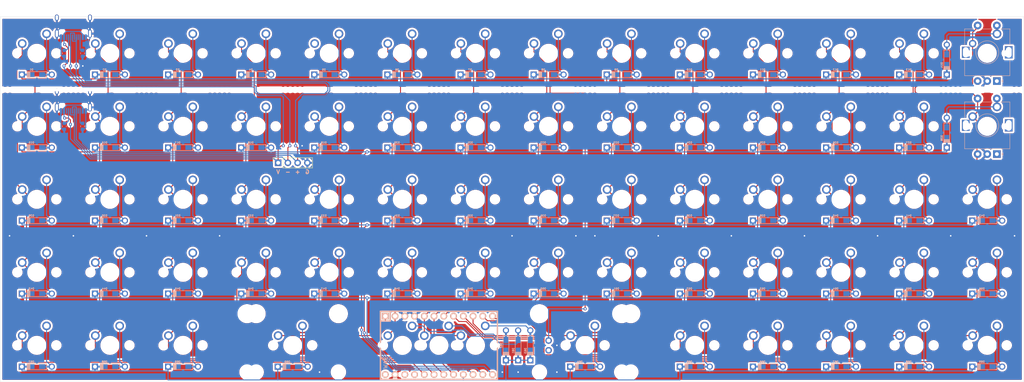
<source format=kicad_pcb>
(kicad_pcb (version 20171130) (host pcbnew "(5.1.5)-3")
  (layers (0 F.Cu signal) (31 B.Cu signal) (34 B.Paste user) (35 F.Paste user) (36 B.SilkS user) (37 F.SilkS user) (38 B.Mask user) (39 F.Mask user) (44 Edge.Cuts user))
  (net 0 "")
  (net 1 "Net-(D1-Pad2)")
  (net 2 "Net-(D2-Pad2)")
  (net 3 "Net-(D3-Pad2)")
  (net 4 "Net-(D4-Pad2)")
  (net 5 "Net-(D5-Pad2)")
  (net 6 "Net-(D6-Pad2)")
  (net 7 "Net-(D7-Pad2)")
  (net 8 "Net-(D8-Pad2)")
  (net 9 "Net-(D9-Pad2)")
  (net 10 "Net-(D10-Pad2)")
  (net 11 "Net-(D11-Pad2)")
  (net 12 "Net-(D12-Pad2)")
  (net 13 "Net-(D13-Pad2)")
  (net 14 "Net-(D14-Pad2)")
  (net 15 "Net-(D15-Pad2)")
  (net 16 "Net-(D16-Pad2)")
  (net 17 "Net-(D17-Pad2)")
  (net 18 "Net-(D18-Pad2)")
  (net 19 "Net-(D19-Pad2)")
  (net 20 "Net-(D20-Pad2)")
  (net 21 "Net-(D21-Pad2)")
  (net 22 "Net-(D22-Pad2)")
  (net 23 "Net-(D23-Pad2)")
  (net 24 "Net-(D24-Pad2)")
  (net 25 "Net-(D25-Pad2)")
  (net 26 "Net-(D26-Pad2)")
  (net 27 "Net-(D27-Pad2)")
  (net 28 "Net-(D28-Pad2)")
  (net 29 "Net-(D29-Pad2)")
  (net 30 "Net-(D30-Pad2)")
  (net 31 "Net-(D31-Pad2)")
  (net 32 "Net-(D32-Pad2)")
  (net 33 "Net-(D33-Pad2)")
  (net 34 "Net-(D34-Pad2)")
  (net 35 "Net-(D35-Pad2)")
  (net 36 "Net-(D36-Pad2)")
  (net 37 "Net-(D37-Pad2)")
  (net 38 "Net-(D38-Pad2)")
  (net 39 "Net-(D39-Pad2)")
  (net 40 "Net-(D40-Pad2)")
  (net 41 "Net-(D41-Pad2)")
  (net 42 "Net-(D42-Pad2)")
  (net 43 "Net-(D43-Pad2)")
  (net 44 "Net-(D44-Pad2)")
  (net 45 "Net-(D45-Pad2)")
  (net 46 "Net-(D46-Pad2)")
  (net 47 "Net-(D47-Pad2)")
  (net 48 "Net-(D48-Pad2)")
  (net 49 "Net-(D49-Pad2)")
  (net 50 "Net-(D50-Pad2)")
  (net 51 "Net-(D51-Pad2)")
  (net 52 "Net-(D52-Pad2)")
  (net 53 "Net-(D53-Pad2)")
  (net 54 "Net-(D54-Pad2)")
  (net 55 row0)
  (net 56 row1)
  (net 57 row2)
  (net 58 row3)
  (net 59 col0)
  (net 60 col1)
  (net 61 col2)
  (net 62 col3)
  (net 63 col4)
  (net 64 col5)
  (net 65 col6)
  (net 66 col7)
  (net 67 col8)
  (net 68 col9)
  (net 69 col10)
  (net 70 col11)
  (net 71 col12)
  (net 72 col13)
  (net 73 row4)
  (net 74 "Net-(D55-Pad2)")
  (net 75 "Net-(D56-Pad2)")
  (net 76 "Net-(D57-Pad2)")
  (net 77 "Net-(D58-Pad2)")
  (net 78 "Net-(D59-Pad2)")
  (net 79 "Net-(D60-Pad2)")
  (net 80 "Net-(D61-Pad2)")
  (net 81 "Net-(D62-Pad2)")
  (net 82 "Net-(D63-Pad2)")
  (net 83 "Net-(D64-Pad2)")
  (net 84 "Net-(D65-Pad2)")
  (net 85 "Net-(D66-Pad2)")
  (net 86 "Net-(D67-Pad2)")
  (net 87 "Net-(D68-Pad2)")
  (net 88 "Net-(D69-Pad2)")
  (net 89 GND)
  (net 90 D+)
  (net 91 D-)
  (net 92 +5V)
  (net 93 "Net-(R1-Pad1)")
  (net 94 "Net-(R2-Pad1)")
  (net 95 "Net-(R3-Pad1)")
  (net 96 "Net-(R4-Pad1)")
  (module Keebio-Parts:RotaryEncoder_EC11 (layer B.Cu) (at 336.55 88.65 90)
    (fp_text reference REF**)
    (fp_text value RotaryEncoder_EC11)
    (pad S1 thru_hole circle (at 7 -2.5 90) (size 2 2) (drill 1) (layers *.Cu *.Mask) (net 72 col13))
    (pad S2 thru_hole circle (at 7 2.5 90) (size 2 2) (drill 1) (layers *.Cu *.Mask) (net 28 "Net-(D28-Pad2)"))
    (pad MP thru_hole rect (at 0 -5.6 90) (size 2.9 2) (drill oval 2.7 1.5) (layers *.Cu *.Mask))
    (pad MP thru_hole rect (at 0 5.6 90) (size 3.2 2) (drill oval 2.8 1.5) (layers *.Cu *.Mask))
    (pad B thru_hole circle (at -7.5 -2.5 90) (size 2 2) (drill 1) (layers *.Cu *.Mask))
    (pad C thru_hole circle (at -7.5 0 90) (size 2 2) (drill 1) (layers *.Cu *.Mask) (net 89 GND))
    (pad A thru_hole rect (at -7.5 2.5 90) (size 2 2) (drill 1) (layers *.Cu *.Mask))
  )
  (module Keebio-Parts:RotaryEncoder_EC11 (layer B.Cu) (at 336.55 69.6 90)
    (fp_text reference REF**)
    (fp_text value RotaryEncoder_EC11)
    (pad A thru_hole rect (at -7.5 2.5 90) (size 2 2) (drill 1) (layers *.Cu *.Mask))
    (pad C thru_hole circle (at -7.5 0 90) (size 2 2) (drill 1) (layers *.Cu *.Mask) (net 89 GND))
    (pad B thru_hole circle (at -7.5 -2.5 90) (size 2 2) (drill 1) (layers *.Cu *.Mask))
    (pad MP thru_hole rect (at 0 5.6 90) (size 3.2 2) (drill oval 2.8 1.5) (layers *.Cu *.Mask))
    (pad MP thru_hole rect (at 0 -5.6 90) (size 2.9 2) (drill oval 2.7 1.5) (layers *.Cu *.Mask))
    (pad S2 thru_hole circle (at 7 2.5 90) (size 2 2) (drill 1) (layers *.Cu *.Mask) (net 14 "Net-(D14-Pad2)"))
    (pad S1 thru_hole circle (at 7 -2.5 90) (size 2 2) (drill 1) (layers *.Cu *.Mask) (net 72 col13))
  )
  (module Keebio-Parts:ArduinoProMicro-TopSide (layer B.Cu) (at 193.675 146.05)
    (fp_text reference U3 hide)
    (fp_text value ProMicro hide)
    (fp_text user RAW (at -13.9 4.6 -90) (layer B.SilkS) (effects (justify mirror)))
    (pad 24 thru_hole circle (at -13.97 7.62) (size 1.7526 1.7526) (drill 1.0922) (layers *.Cu *.SilkS *.Mask))
    (pad 12 thru_hole circle (at 13.97 -7.62) (size 1.7526 1.7526) (drill 1.0922) (layers *.Cu *.SilkS *.Mask) (net 68 col9))
    (pad 23 thru_hole circle (at -11.43 7.62) (size 1.7526 1.7526) (drill 1.0922) (layers *.Cu *.SilkS *.Mask) (net 89 GND))
    (pad 22 thru_hole circle (at -8.89 7.62) (size 1.7526 1.7526) (drill 1.0922) (layers *.Cu *.SilkS *.Mask))
    (pad 21 thru_hole circle (at -6.35 7.62) (size 1.7526 1.7526) (drill 1.0922) (layers *.Cu *.SilkS *.Mask))
    (pad 20 thru_hole circle (at -3.81 7.62) (size 1.7526 1.7526) (drill 1.0922) (layers *.Cu *.SilkS *.Mask) (net 59 col0))
    (pad 19 thru_hole circle (at -1.27 7.62) (size 1.7526 1.7526) (drill 1.0922) (layers *.Cu *.SilkS *.Mask) (net 60 col1))
    (pad 18 thru_hole circle (at 1.27 7.62) (size 1.7526 1.7526) (drill 1.0922) (layers *.Cu *.SilkS *.Mask) (net 61 col2))
    (pad 17 thru_hole circle (at 3.81 7.62) (size 1.7526 1.7526) (drill 1.0922) (layers *.Cu *.SilkS *.Mask) (net 62 col3))
    (pad 16 thru_hole circle (at 6.35 7.62) (size 1.7526 1.7526) (drill 1.0922) (layers *.Cu *.SilkS *.Mask) (net 73 row4))
    (pad 15 thru_hole circle (at 8.89 7.62) (size 1.7526 1.7526) (drill 1.0922) (layers *.Cu *.SilkS *.Mask) (net 56 row1))
    (pad 14 thru_hole circle (at 11.43 7.62) (size 1.7526 1.7526) (drill 1.0922) (layers *.Cu *.SilkS *.Mask) (net 57 row2))
    (pad 13 thru_hole circle (at 13.97 7.62) (size 1.7526 1.7526) (drill 1.0922) (layers *.Cu *.SilkS *.Mask) (net 58 row3))
    (pad 11 thru_hole circle (at 11.43 -7.62) (size 1.7526 1.7526) (drill 1.0922) (layers *.Cu *.SilkS *.Mask) (net 69 col10))
    (pad 10 thru_hole circle (at 8.89 -7.62) (size 1.7526 1.7526) (drill 1.0922) (layers *.Cu *.SilkS *.Mask) (net 70 col11))
    (pad 9 thru_hole circle (at 6.35 -7.62) (size 1.7526 1.7526) (drill 1.0922) (layers *.Cu *.SilkS *.Mask) (net 71 col12))
    (pad 8 thru_hole circle (at 3.81 -7.62) (size 1.7526 1.7526) (drill 1.0922) (layers *.Cu *.SilkS *.Mask) (net 72 col13))
    (pad 7 thru_hole circle (at 1.27 -7.62) (size 1.7526 1.7526) (drill 1.0922) (layers *.Cu *.SilkS *.Mask) (net 67 col8))
    (pad 6 thru_hole circle (at -1.27 -7.62) (size 1.7526 1.7526) (drill 1.0922) (layers *.Cu *.SilkS *.Mask) (net 66 col7))
    (pad 5 thru_hole circle (at -3.81 -7.62) (size 1.7526 1.7526) (drill 1.0922) (layers *.Cu *.SilkS *.Mask) (net 65 col6))
    (pad 4 thru_hole circle (at -6.35 -7.62) (size 1.7526 1.7526) (drill 1.0922) (layers *.Cu *.SilkS *.Mask) (net 89 GND))
    (pad 3 thru_hole circle (at -8.89 -7.62) (size 1.7526 1.7526) (drill 1.0922) (layers *.Cu *.SilkS *.Mask) (net 89 GND))
    (pad 2 thru_hole circle (at -11.43 -7.62) (size 1.7526 1.7526) (drill 1.0922) (layers *.Cu *.SilkS *.Mask) (net 64 col5))
    (pad 1 thru_hole rect (at -13.97 -7.62) (size 1.7526 1.7526) (drill 1.0922) (layers *.Cu *.SilkS *.Mask) (net 63 col4))
  )
  (module MX_Only:MXOnly-1U-NoLED (layer F.Cu) (at 222.25 88.9)
    (fp_text reference MX22)
    (fp_text value MX-NoLED)
    (pad "" np_thru_hole circle (at 5.08 0 48.0996) (size 1.75 1.75) (drill 1.75) (layers *.Cu *.Mask))
    (pad "" np_thru_hole circle (at -5.08 0 48.0996) (size 1.75 1.75) (drill 1.75) (layers *.Cu *.Mask))
    (pad 1 thru_hole circle (at -3.81 -2.54) (size 2.25 2.25) (drill 1.47) (layers *.Cu B.Mask) (net 66 col7))
    (pad "" np_thru_hole circle (at 0 0) (size 3.9878 3.9878) (drill 3.9878) (layers *.Cu *.Mask))
    (pad 2 thru_hole circle (at 2.54 -5.08) (size 2.25 2.25) (drill 1.47) (layers *.Cu B.Mask) (net 22 "Net-(D22-Pad2)"))
  )
  (module MX_Only:MXOnly-1U-NoLED (layer F.Cu) (at 146.05 69.85)
    (fp_text reference MX4)
    (fp_text value MX-NoLED)
    (pad "" np_thru_hole circle (at 5.08 0 48.0996) (size 1.75 1.75) (drill 1.75) (layers *.Cu *.Mask))
    (pad "" np_thru_hole circle (at -5.08 0 48.0996) (size 1.75 1.75) (drill 1.75) (layers *.Cu *.Mask))
    (pad 1 thru_hole circle (at -3.81 -2.54) (size 2.25 2.25) (drill 1.47) (layers *.Cu B.Mask) (net 62 col3))
    (pad "" np_thru_hole circle (at 0 0) (size 3.9878 3.9878) (drill 3.9878) (layers *.Cu *.Mask))
    (pad 2 thru_hole circle (at 2.54 -5.08) (size 2.25 2.25) (drill 1.47) (layers *.Cu B.Mask) (net 4 "Net-(D4-Pad2)"))
  )
  (module Resistor_SMD:R_0603_1608Metric (layer B.Cu) (at 96.04375 69.85 270)
    (fp_text reference R4 hide)
    (fp_text value 5.1k)
    (pad 2 smd roundrect (at 0.7875 0 270) (size 0.875 0.95) (layers B.Cu B.Paste B.Mask) (net 89 GND))
    (pad 1 smd roundrect (at -0.7875 0 270) (size 0.875 0.95) (layers B.Cu B.Paste B.Mask) (net 96 "Net-(R4-Pad1)"))
  )
  (module Resistor_SMD:R_0603_1608Metric (layer B.Cu) (at 100.80625 69.85 270)
    (fp_text reference R3 hide)
    (fp_text value 5.1k)
    (pad 2 smd roundrect (at 0.7875 0 270) (size 0.875 0.95) (layers B.Cu B.Paste B.Mask) (net 89 GND))
    (pad 1 smd roundrect (at -0.7875 0 270) (size 0.875 0.95) (layers B.Cu B.Paste B.Mask) (net 95 "Net-(R3-Pad1)"))
  )
  (module Resistor_SMD:R_0603_1608Metric (layer B.Cu) (at 96.04375 88.9 270)
    (fp_text reference R2 hide)
    (fp_text value 5.1k)
    (pad 2 smd roundrect (at 0.7875 0 270) (size 0.875 0.95) (layers B.Cu B.Paste B.Mask) (net 89 GND))
    (pad 1 smd roundrect (at -0.7875 0 270) (size 0.875 0.95) (layers B.Cu B.Paste B.Mask) (net 94 "Net-(R2-Pad1)"))
  )
  (module Resistor_SMD:R_0603_1608Metric (layer B.Cu) (at 100.80625 88.9 270)
    (fp_text reference R1 hide)
    (fp_text value 5.1k)
    (pad 2 smd roundrect (at 0.7875 0 270) (size 0.875 0.95) (layers B.Cu B.Paste B.Mask) (net 89 GND))
    (pad 1 smd roundrect (at -0.7875 0 270) (size 0.875 0.95) (layers B.Cu B.Paste B.Mask) (net 93 "Net-(R1-Pad1)"))
  )
  (module Connector_PinSocket_2.54mm:PinSocket_1x02_P2.54mm_Vertical (layer B.Cu) (at 222.25 144.8 180)
    (fp_text reference J1 hide)
    (fp_text value "ProMicro Extra Pin")
    (pad 1 thru_hole circle (at 0 0 180) (size 1.7 1.7) (drill 1) (layers *.Cu *.Mask) (net 55 row0))
    (pad 2 thru_hole oval (at 0 -2.54 180) (size 1.7 1.7) (drill 1) (layers *.Cu *.Mask))
  )
  (module Keebio-Parts:HRO-TYPE-C-31-M-12-Assembly (layer B.Cu) (at 98.425 57.94375)
    (fp_text reference USB2 hide)
    (fp_text value 5x14)
    (pad 13 thru_hole oval (at 4.32 2.6) (size 1 1.6) (drill oval 0.6 1.2) (layers *.Cu *.Mask) (net 89 GND))
    (pad 13 thru_hole oval (at -4.32 2.6) (size 1 1.6) (drill oval 0.6 1.2) (layers *.Cu *.Mask) (net 89 GND))
    (pad 13 thru_hole oval (at 4.32 6.78) (size 1 2.1) (drill oval 0.6 1.7) (layers *.Cu *.Mask) (net 89 GND))
    (pad 13 thru_hole oval (at -4.32 6.78) (size 1 2.1) (drill oval 0.6 1.7) (layers *.Cu *.Mask) (net 89 GND))
    (pad "" np_thru_hole circle (at -2.89 6.25) (size 0.65 0.65) (drill 0.65) (layers *.Cu *.Mask))
    (pad "" np_thru_hole circle (at 2.89 6.25) (size 0.65 0.65) (drill 0.65) (layers *.Cu *.Mask))
    (pad 6 smd rect (at -0.25 7.695) (size 0.3 1.45) (layers B.Cu B.Paste B.Mask) (net 90 D+))
    (pad 7 smd rect (at 0.25 7.695) (size 0.3 1.45) (layers B.Cu B.Paste B.Mask) (net 91 D-))
    (pad 8 smd rect (at 0.75 7.695) (size 0.3 1.45) (layers B.Cu B.Paste B.Mask) (net 90 D+))
    (pad 5 smd rect (at -0.75 7.695) (size 0.3 1.45) (layers B.Cu B.Paste B.Mask) (net 91 D-))
    (pad 9 smd rect (at 1.25 7.695) (size 0.3 1.45) (layers B.Cu B.Paste B.Mask))
    (pad 4 smd rect (at -1.25 7.695) (size 0.3 1.45) (layers B.Cu B.Paste B.Mask) (net 96 "Net-(R4-Pad1)"))
    (pad 10 smd rect (at 1.75 7.695) (size 0.3 1.45) (layers B.Cu B.Paste B.Mask) (net 95 "Net-(R3-Pad1)"))
    (pad 3 smd rect (at -1.75 7.695) (size 0.3 1.45) (layers B.Cu B.Paste B.Mask))
    (pad 2 smd rect (at -2.45 7.695) (size 0.6 1.45) (layers B.Cu B.Paste B.Mask) (net 92 +5V))
    (pad 11 smd rect (at 2.45 7.695) (size 0.6 1.45) (layers B.Cu B.Paste B.Mask) (net 92 +5V))
    (pad 1 smd rect (at -3.225 7.695) (size 0.6 1.45) (layers B.Cu B.Paste B.Mask) (net 89 GND))
    (pad 12 smd rect (at 3.225 7.695) (size 0.6 1.45) (layers B.Cu B.Paste B.Mask) (net 89 GND))
  )
  (module Keebio-Parts:HRO-TYPE-C-31-M-12-Assembly (layer B.Cu) (at 98.425 77.1813)
    (fp_text reference USB1 hide)
    (fp_text value 6x14)
    (pad 13 thru_hole oval (at 4.32 2.6) (size 1 1.6) (drill oval 0.6 1.2) (layers *.Cu *.Mask) (net 89 GND))
    (pad 13 thru_hole oval (at -4.32 2.6) (size 1 1.6) (drill oval 0.6 1.2) (layers *.Cu *.Mask) (net 89 GND))
    (pad 13 thru_hole oval (at 4.32 6.78) (size 1 2.1) (drill oval 0.6 1.7) (layers *.Cu *.Mask) (net 89 GND))
    (pad 13 thru_hole oval (at -4.32 6.78) (size 1 2.1) (drill oval 0.6 1.7) (layers *.Cu *.Mask) (net 89 GND))
    (pad "" np_thru_hole circle (at -2.89 6.25) (size 0.65 0.65) (drill 0.65) (layers *.Cu *.Mask))
    (pad "" np_thru_hole circle (at 2.89 6.25) (size 0.65 0.65) (drill 0.65) (layers *.Cu *.Mask))
    (pad 6 smd rect (at -0.25 7.695) (size 0.3 1.45) (layers B.Cu B.Paste B.Mask) (net 90 D+))
    (pad 7 smd rect (at 0.25 7.695) (size 0.3 1.45) (layers B.Cu B.Paste B.Mask) (net 91 D-))
    (pad 8 smd rect (at 0.75 7.695) (size 0.3 1.45) (layers B.Cu B.Paste B.Mask) (net 90 D+))
    (pad 5 smd rect (at -0.75 7.695) (size 0.3 1.45) (layers B.Cu B.Paste B.Mask) (net 91 D-))
    (pad 9 smd rect (at 1.25 7.695) (size 0.3 1.45) (layers B.Cu B.Paste B.Mask))
    (pad 4 smd rect (at -1.25 7.695) (size 0.3 1.45) (layers B.Cu B.Paste B.Mask) (net 94 "Net-(R2-Pad1)"))
    (pad 10 smd rect (at 1.75 7.695) (size 0.3 1.45) (layers B.Cu B.Paste B.Mask) (net 93 "Net-(R1-Pad1)"))
    (pad 3 smd rect (at -1.75 7.695) (size 0.3 1.45) (layers B.Cu B.Paste B.Mask))
    (pad 2 smd rect (at -2.45 7.695) (size 0.6 1.45) (layers B.Cu B.Paste B.Mask) (net 92 +5V))
    (pad 11 smd rect (at 2.45 7.695) (size 0.6 1.45) (layers B.Cu B.Paste B.Mask) (net 92 +5V))
    (pad 1 smd rect (at -3.225 7.695) (size 0.6 1.45) (layers B.Cu B.Paste B.Mask) (net 89 GND))
    (pad 12 smd rect (at 3.225 7.695) (size 0.6 1.45) (layers B.Cu B.Paste B.Mask) (net 89 GND))
  )
  (module MX_Only:MXOnly-1U-NoLED (layer F.Cu) (at 203.2 146.05)
    (fp_text reference MX63)
    (fp_text value MX-NoLED)
    (pad "" np_thru_hole circle (at 5.08 0 48.0996) (size 1.75 1.75) (drill 1.75) (layers *.Cu *.Mask))
    (pad "" np_thru_hole circle (at -5.08 0 48.0996) (size 1.75 1.75) (drill 1.75) (layers *.Cu *.Mask))
    (pad 1 thru_hole circle (at -3.81 -2.54) (size 2.25 2.25) (drill 1.47) (layers *.Cu B.Mask) (net 66 col7))
    (pad "" np_thru_hole circle (at 0 0) (size 3.9878 3.9878) (drill 3.9878) (layers *.Cu *.Mask))
    (pad 2 thru_hole circle (at 2.54 -5.08) (size 2.25 2.25) (drill 1.47) (layers *.Cu B.Mask) (net 82 "Net-(D63-Pad2)"))
  )
  (module MX_Only:MXOnly-6U-Centered-ReversedStabilizers-NoLED (layer F.Cu) (at 193.675 146.05)
    (fp_text reference MX62)
    (fp_text value MX-NoLED)
    (pad 2 thru_hole circle (at 2.54 -5.08) (size 2.25 2.25) (drill 1.47) (layers *.Cu B.Mask) (net 81 "Net-(D62-Pad2)"))
    (pad "" np_thru_hole circle (at 0 0) (size 3.9878 3.9878) (drill 3.9878) (layers *.Cu *.Mask))
    (pad 1 thru_hole circle (at -3.81 -2.54) (size 2.25 2.25) (drill 1.47) (layers *.Cu B.Mask) (net 65 col6))
    (pad "" np_thru_hole circle (at -5.08 0 48.0996) (size 1.75 1.75) (drill 1.75) (layers *.Cu *.Mask))
    (pad "" np_thru_hole circle (at 5.08 0 48.0996) (size 1.75 1.75) (drill 1.75) (layers *.Cu *.Mask))
    (pad "" np_thru_hole circle (at -47.625 6.985) (size 3.048 3.048) (drill 3.048) (layers *.Cu *.Mask))
    (pad "" np_thru_hole circle (at 47.625 6.985) (size 3.048 3.048) (drill 3.048) (layers *.Cu *.Mask))
    (pad "" np_thru_hole circle (at -47.625 -8.255) (size 3.9878 3.9878) (drill 3.9878) (layers *.Cu *.Mask))
    (pad "" np_thru_hole circle (at 47.625 -8.255) (size 3.9878 3.9878) (drill 3.9878) (layers *.Cu *.Mask))
  )
  (module Connector_PinSocket_2.54mm:PinSocket_1x04_P2.54mm_Vertical (layer F.Cu) (at 151.775 98.425 90)
    (fp_text reference J2 hide)
    (fp_text value "USB Header")
    (pad 4 thru_hole oval (at 0 7.62 90) (size 1.7 1.7) (drill 1) (layers *.Cu *.Mask) (net 89 GND))
    (pad 3 thru_hole oval (at 0 5.08 90) (size 1.7 1.7) (drill 1) (layers *.Cu *.Mask) (net 90 D+))
    (pad 2 thru_hole oval (at 0 2.54 90) (size 1.7 1.7) (drill 1) (layers *.Cu *.Mask) (net 91 D-))
    (pad 1 thru_hole rect (at 0 0 90) (size 1.7 1.7) (drill 1) (layers *.Cu *.Mask) (net 92 +5V))
  )
  (module "Keebio-Parts:Diode-dual - Copy" (layer B.Cu) (at 217.4875 146.05 270)
    (fp_text reference D63 (at 1.4 1.27 90) (layer B.SilkS) (effects (font (size 0.5 0.5) (thickness 0.125)) (justify mirror)))
    (fp_text value 1N4148W hide)
    (pad 1 smd rect (at 2.5 0 270) (size 2.9 0.5) (layers B.Cu) (net 73 row4))
    (pad 2 smd rect (at -2.5 0 270) (size 2.9 0.5) (layers B.Cu) (net 82 "Net-(D63-Pad2)"))
    (pad 1 thru_hole rect (at 3.9 0 270) (size 1.6 1.6) (drill 1) (layers *.Cu *.Mask) (net 73 row4))
    (pad 2 thru_hole circle (at -3.9 0 270) (size 1.6 1.6) (drill 1) (layers *.Cu *.Mask) (net 82 "Net-(D63-Pad2)"))
    (pad 2 smd rect (at -1.4 0 270) (size 1.6 1.2) (layers B.Cu B.Paste B.Mask) (net 82 "Net-(D63-Pad2)"))
    (pad 1 smd rect (at 1.4 0 270) (size 1.6 1.2) (layers B.Cu B.Paste B.Mask) (net 73 row4))
  )
  (module MX_Only:MXOnly-1U-NoLED (layer F.Cu) (at 184.15 146.05)
    (fp_text reference MX61)
    (fp_text value MX-NoLED)
    (pad "" np_thru_hole circle (at 5.08 0 48.0996) (size 1.75 1.75) (drill 1.75) (layers *.Cu *.Mask))
    (pad "" np_thru_hole circle (at -5.08 0 48.0996) (size 1.75 1.75) (drill 1.75) (layers *.Cu *.Mask))
    (pad 1 thru_hole circle (at -3.81 -2.54) (size 2.25 2.25) (drill 1.47) (layers *.Cu B.Mask) (net 64 col5))
    (pad "" np_thru_hole circle (at 0 0) (size 3.9878 3.9878) (drill 3.9878) (layers *.Cu *.Mask))
    (pad 2 thru_hole circle (at 2.54 -5.08) (size 2.25 2.25) (drill 1.47) (layers *.Cu B.Mask) (net 80 "Net-(D61-Pad2)"))
  )
  (module MX_Only:MXOnly-2U-ReversedStabilizers-NoLED (layer F.Cu) (at 155.575 146.05)
    (fp_text reference MX60)
    (fp_text value MX-NoLED)
    (pad "" np_thru_hole circle (at 11.90625 -8.255) (size 3.9878 3.9878) (drill 3.9878) (layers *.Cu *.Mask))
    (pad "" np_thru_hole circle (at -11.90625 -8.255) (size 3.9878 3.9878) (drill 3.9878) (layers *.Cu *.Mask))
    (pad "" np_thru_hole circle (at 11.90625 6.985) (size 3.048 3.048) (drill 3.048) (layers *.Cu *.Mask))
    (pad "" np_thru_hole circle (at -11.90625 6.985) (size 3.048 3.048) (drill 3.048) (layers *.Cu *.Mask))
    (pad "" np_thru_hole circle (at 5.08 0 48.0996) (size 1.75 1.75) (drill 1.75) (layers *.Cu *.Mask))
    (pad "" np_thru_hole circle (at -5.08 0 48.0996) (size 1.75 1.75) (drill 1.75) (layers *.Cu *.Mask))
    (pad 1 thru_hole circle (at -3.81 -2.54) (size 2.25 2.25) (drill 1.47) (layers *.Cu B.Mask) (net 63 col4))
    (pad "" np_thru_hole circle (at 0 0) (size 3.9878 3.9878) (drill 3.9878) (layers *.Cu *.Mask))
    (pad 2 thru_hole circle (at 2.54 -5.08) (size 2.25 2.25) (drill 1.47) (layers *.Cu B.Mask) (net 79 "Net-(D60-Pad2)"))
  )
  (module MX_Only:MXOnly-1U-NoLED (layer F.Cu) (at 107.95 146.05)
    (fp_text reference MX58)
    (fp_text value MX-NoLED)
    (pad "" np_thru_hole circle (at 5.08 0 48.0996) (size 1.75 1.75) (drill 1.75) (layers *.Cu *.Mask))
    (pad "" np_thru_hole circle (at -5.08 0 48.0996) (size 1.75 1.75) (drill 1.75) (layers *.Cu *.Mask))
    (pad 1 thru_hole circle (at -3.81 -2.54) (size 2.25 2.25) (drill 1.47) (layers *.Cu B.Mask) (net 60 col1))
    (pad "" np_thru_hole circle (at 0 0) (size 3.9878 3.9878) (drill 3.9878) (layers *.Cu *.Mask))
    (pad 2 thru_hole circle (at 2.54 -5.08) (size 2.25 2.25) (drill 1.47) (layers *.Cu B.Mask) (net 77 "Net-(D58-Pad2)"))
  )
  (module MX_Only:MXOnly-1U-NoLED (layer F.Cu) (at 127 146.05)
    (fp_text reference MX59)
    (fp_text value MX-NoLED)
    (pad "" np_thru_hole circle (at 5.08 0 48.0996) (size 1.75 1.75) (drill 1.75) (layers *.Cu *.Mask))
    (pad "" np_thru_hole circle (at -5.08 0 48.0996) (size 1.75 1.75) (drill 1.75) (layers *.Cu *.Mask))
    (pad 1 thru_hole circle (at -3.81 -2.54) (size 2.25 2.25) (drill 1.47) (layers *.Cu B.Mask) (net 61 col2))
    (pad "" np_thru_hole circle (at 0 0) (size 3.9878 3.9878) (drill 3.9878) (layers *.Cu *.Mask))
    (pad 2 thru_hole circle (at 2.54 -5.08) (size 2.25 2.25) (drill 1.47) (layers *.Cu B.Mask) (net 78 "Net-(D59-Pad2)"))
  )
  (module Keebio-Parts:breakaway-mousebites (layer F.Cu) (at 336.55 79.375)
    (fp_text reference REF** hide)
    (fp_text value breakaway-mousebites hide)
    (pad "" np_thru_hole circle (at -7.62 0) (size 0.7874 0.7874) (drill 0.7874) (layers *.Cu *.Mask))
    (pad "" np_thru_hole circle (at 7.62 0) (size 0.7874 0.7874) (drill 0.7874) (layers *.Cu *.Mask))
    (pad "" np_thru_hole oval (at -3.81 0) (size 6 0.7874) (drill oval 6 0.7874) (layers *.Cu *.Mask))
    (pad "" np_thru_hole oval (at 3.81 0) (size 6 0.7874) (drill oval 6 0.7874) (layers *.Cu *.Mask))
    (pad "" np_thru_hole circle (at -8.89 0) (size 0.7874 0.7874) (drill 0.7874) (layers *.Cu *.Mask))
    (pad "" np_thru_hole circle (at 8.89 0) (size 0.7874 0.7874) (drill 0.7874) (layers *.Cu *.Mask))
  )
  (module Keebio-Parts:breakaway-mousebites (layer F.Cu) (at 317.5 79.375)
    (fp_text reference REF** hide)
    (fp_text value breakaway-mousebites hide)
    (pad "" np_thru_hole circle (at 8.89 0) (size 0.7874 0.7874) (drill 0.7874) (layers *.Cu *.Mask))
    (pad "" np_thru_hole circle (at -8.89 0) (size 0.7874 0.7874) (drill 0.7874) (layers *.Cu *.Mask))
    (pad "" np_thru_hole oval (at 3.81 0) (size 6 0.7874) (drill oval 6 0.7874) (layers *.Cu *.Mask))
    (pad "" np_thru_hole oval (at -3.81 0) (size 6 0.7874) (drill oval 6 0.7874) (layers *.Cu *.Mask))
    (pad "" np_thru_hole circle (at 7.62 0) (size 0.7874 0.7874) (drill 0.7874) (layers *.Cu *.Mask))
    (pad "" np_thru_hole circle (at -7.62 0) (size 0.7874 0.7874) (drill 0.7874) (layers *.Cu *.Mask))
  )
  (module Keebio-Parts:breakaway-mousebites (layer F.Cu) (at 298.45 79.375)
    (fp_text reference REF** hide)
    (fp_text value breakaway-mousebites hide)
    (pad "" np_thru_hole circle (at -7.62 0) (size 0.7874 0.7874) (drill 0.7874) (layers *.Cu *.Mask))
    (pad "" np_thru_hole circle (at 7.62 0) (size 0.7874 0.7874) (drill 0.7874) (layers *.Cu *.Mask))
    (pad "" np_thru_hole oval (at -3.81 0) (size 6 0.7874) (drill oval 6 0.7874) (layers *.Cu *.Mask))
    (pad "" np_thru_hole oval (at 3.81 0) (size 6 0.7874) (drill oval 6 0.7874) (layers *.Cu *.Mask))
    (pad "" np_thru_hole circle (at -8.89 0) (size 0.7874 0.7874) (drill 0.7874) (layers *.Cu *.Mask))
    (pad "" np_thru_hole circle (at 8.89 0) (size 0.7874 0.7874) (drill 0.7874) (layers *.Cu *.Mask))
  )
  (module Keebio-Parts:breakaway-mousebites (layer F.Cu) (at 279.4 79.375)
    (fp_text reference REF** hide)
    (fp_text value breakaway-mousebites hide)
    (pad "" np_thru_hole circle (at 8.89 0) (size 0.7874 0.7874) (drill 0.7874) (layers *.Cu *.Mask))
    (pad "" np_thru_hole circle (at -8.89 0) (size 0.7874 0.7874) (drill 0.7874) (layers *.Cu *.Mask))
    (pad "" np_thru_hole oval (at 3.81 0) (size 6 0.7874) (drill oval 6 0.7874) (layers *.Cu *.Mask))
    (pad "" np_thru_hole oval (at -3.81 0) (size 6 0.7874) (drill oval 6 0.7874) (layers *.Cu *.Mask))
    (pad "" np_thru_hole circle (at 7.62 0) (size 0.7874 0.7874) (drill 0.7874) (layers *.Cu *.Mask))
    (pad "" np_thru_hole circle (at -7.62 0) (size 0.7874 0.7874) (drill 0.7874) (layers *.Cu *.Mask))
  )
  (module Keebio-Parts:breakaway-mousebites (layer F.Cu) (at 260.35 79.375)
    (fp_text reference REF** hide)
    (fp_text value breakaway-mousebites hide)
    (pad "" np_thru_hole circle (at -7.62 0) (size 0.7874 0.7874) (drill 0.7874) (layers *.Cu *.Mask))
    (pad "" np_thru_hole circle (at 7.62 0) (size 0.7874 0.7874) (drill 0.7874) (layers *.Cu *.Mask))
    (pad "" np_thru_hole oval (at -3.81 0) (size 6 0.7874) (drill oval 6 0.7874) (layers *.Cu *.Mask))
    (pad "" np_thru_hole oval (at 3.81 0) (size 6 0.7874) (drill oval 6 0.7874) (layers *.Cu *.Mask))
    (pad "" np_thru_hole circle (at -8.89 0) (size 0.7874 0.7874) (drill 0.7874) (layers *.Cu *.Mask))
    (pad "" np_thru_hole circle (at 8.89 0) (size 0.7874 0.7874) (drill 0.7874) (layers *.Cu *.Mask))
  )
  (module Keebio-Parts:breakaway-mousebites (layer F.Cu) (at 241.3 79.375)
    (fp_text reference REF** hide)
    (fp_text value breakaway-mousebites hide)
    (pad "" np_thru_hole circle (at 8.89 0) (size 0.7874 0.7874) (drill 0.7874) (layers *.Cu *.Mask))
    (pad "" np_thru_hole circle (at -8.89 0) (size 0.7874 0.7874) (drill 0.7874) (layers *.Cu *.Mask))
    (pad "" np_thru_hole oval (at 3.81 0) (size 6 0.7874) (drill oval 6 0.7874) (layers *.Cu *.Mask))
    (pad "" np_thru_hole oval (at -3.81 0) (size 6 0.7874) (drill oval 6 0.7874) (layers *.Cu *.Mask))
    (pad "" np_thru_hole circle (at 7.62 0) (size 0.7874 0.7874) (drill 0.7874) (layers *.Cu *.Mask))
    (pad "" np_thru_hole circle (at -7.62 0) (size 0.7874 0.7874) (drill 0.7874) (layers *.Cu *.Mask))
  )
  (module Keebio-Parts:breakaway-mousebites (layer F.Cu) (at 222.25 79.375)
    (fp_text reference REF** hide)
    (fp_text value breakaway-mousebites hide)
    (pad "" np_thru_hole circle (at -7.62 0) (size 0.7874 0.7874) (drill 0.7874) (layers *.Cu *.Mask))
    (pad "" np_thru_hole circle (at 7.62 0) (size 0.7874 0.7874) (drill 0.7874) (layers *.Cu *.Mask))
    (pad "" np_thru_hole oval (at -3.81 0) (size 6 0.7874) (drill oval 6 0.7874) (layers *.Cu *.Mask))
    (pad "" np_thru_hole oval (at 3.81 0) (size 6 0.7874) (drill oval 6 0.7874) (layers *.Cu *.Mask))
    (pad "" np_thru_hole circle (at -8.89 0) (size 0.7874 0.7874) (drill 0.7874) (layers *.Cu *.Mask))
    (pad "" np_thru_hole circle (at 8.89 0) (size 0.7874 0.7874) (drill 0.7874) (layers *.Cu *.Mask))
  )
  (module Keebio-Parts:breakaway-mousebites (layer F.Cu) (at 203.2 79.375)
    (fp_text reference REF** hide)
    (fp_text value breakaway-mousebites hide)
    (pad "" np_thru_hole circle (at 8.89 0) (size 0.7874 0.7874) (drill 0.7874) (layers *.Cu *.Mask))
    (pad "" np_thru_hole circle (at -8.89 0) (size 0.7874 0.7874) (drill 0.7874) (layers *.Cu *.Mask))
    (pad "" np_thru_hole oval (at 3.81 0) (size 6 0.7874) (drill oval 6 0.7874) (layers *.Cu *.Mask))
    (pad "" np_thru_hole oval (at -3.81 0) (size 6 0.7874) (drill oval 6 0.7874) (layers *.Cu *.Mask))
    (pad "" np_thru_hole circle (at 7.62 0) (size 0.7874 0.7874) (drill 0.7874) (layers *.Cu *.Mask))
    (pad "" np_thru_hole circle (at -7.62 0) (size 0.7874 0.7874) (drill 0.7874) (layers *.Cu *.Mask))
  )
  (module Keebio-Parts:breakaway-mousebites (layer F.Cu) (at 184.15 79.375)
    (fp_text reference REF** hide)
    (fp_text value breakaway-mousebites hide)
    (pad "" np_thru_hole circle (at -7.62 0) (size 0.7874 0.7874) (drill 0.7874) (layers *.Cu *.Mask))
    (pad "" np_thru_hole circle (at 7.62 0) (size 0.7874 0.7874) (drill 0.7874) (layers *.Cu *.Mask))
    (pad "" np_thru_hole oval (at -3.81 0) (size 6 0.7874) (drill oval 6 0.7874) (layers *.Cu *.Mask))
    (pad "" np_thru_hole oval (at 3.81 0) (size 6 0.7874) (drill oval 6 0.7874) (layers *.Cu *.Mask))
    (pad "" np_thru_hole circle (at -8.89 0) (size 0.7874 0.7874) (drill 0.7874) (layers *.Cu *.Mask))
    (pad "" np_thru_hole circle (at 8.89 0) (size 0.7874 0.7874) (drill 0.7874) (layers *.Cu *.Mask))
  )
  (module Keebio-Parts:breakaway-mousebites (layer F.Cu) (at 165.1 79.375)
    (fp_text reference REF** hide)
    (fp_text value breakaway-mousebites hide)
    (pad "" np_thru_hole circle (at 8.89 0) (size 0.7874 0.7874) (drill 0.7874) (layers *.Cu *.Mask))
    (pad "" np_thru_hole circle (at -8.89 0) (size 0.7874 0.7874) (drill 0.7874) (layers *.Cu *.Mask))
    (pad "" np_thru_hole oval (at 3.81 0) (size 6 0.7874) (drill oval 6 0.7874) (layers *.Cu *.Mask))
    (pad "" np_thru_hole oval (at -3.81 0) (size 6 0.7874) (drill oval 6 0.7874) (layers *.Cu *.Mask))
    (pad "" np_thru_hole circle (at 7.62 0) (size 0.7874 0.7874) (drill 0.7874) (layers *.Cu *.Mask))
    (pad "" np_thru_hole circle (at -7.62 0) (size 0.7874 0.7874) (drill 0.7874) (layers *.Cu *.Mask))
  )
  (module Keebio-Parts:breakaway-mousebites (layer F.Cu) (at 146.05 79.375)
    (fp_text reference REF** hide)
    (fp_text value breakaway-mousebites hide)
    (pad "" np_thru_hole circle (at -7.62 0) (size 0.7874 0.7874) (drill 0.7874) (layers *.Cu *.Mask))
    (pad "" np_thru_hole circle (at 7.62 0) (size 0.7874 0.7874) (drill 0.7874) (layers *.Cu *.Mask))
    (pad "" np_thru_hole oval (at -3.81 0) (size 6 0.7874) (drill oval 6 0.7874) (layers *.Cu *.Mask))
    (pad "" np_thru_hole oval (at 3.81 0) (size 6 0.7874) (drill oval 6 0.7874) (layers *.Cu *.Mask))
    (pad "" np_thru_hole circle (at -8.89 0) (size 0.7874 0.7874) (drill 0.7874) (layers *.Cu *.Mask))
    (pad "" np_thru_hole circle (at 8.89 0) (size 0.7874 0.7874) (drill 0.7874) (layers *.Cu *.Mask))
  )
  (module Keebio-Parts:breakaway-mousebites (layer F.Cu) (at 127 79.375)
    (fp_text reference REF** hide)
    (fp_text value breakaway-mousebites hide)
    (pad "" np_thru_hole circle (at 8.89 0) (size 0.7874 0.7874) (drill 0.7874) (layers *.Cu *.Mask))
    (pad "" np_thru_hole circle (at -8.89 0) (size 0.7874 0.7874) (drill 0.7874) (layers *.Cu *.Mask))
    (pad "" np_thru_hole oval (at 3.81 0) (size 6 0.7874) (drill oval 6 0.7874) (layers *.Cu *.Mask))
    (pad "" np_thru_hole oval (at -3.81 0) (size 6 0.7874) (drill oval 6 0.7874) (layers *.Cu *.Mask))
    (pad "" np_thru_hole circle (at 7.62 0) (size 0.7874 0.7874) (drill 0.7874) (layers *.Cu *.Mask))
    (pad "" np_thru_hole circle (at -7.62 0) (size 0.7874 0.7874) (drill 0.7874) (layers *.Cu *.Mask))
  )
  (module Keebio-Parts:breakaway-mousebites (layer F.Cu) (at 107.95 79.375)
    (fp_text reference REF** hide)
    (fp_text value breakaway-mousebites hide)
    (pad "" np_thru_hole circle (at -7.62 0) (size 0.7874 0.7874) (drill 0.7874) (layers *.Cu *.Mask))
    (pad "" np_thru_hole circle (at 7.62 0) (size 0.7874 0.7874) (drill 0.7874) (layers *.Cu *.Mask))
    (pad "" np_thru_hole oval (at -3.81 0) (size 6 0.7874) (drill oval 6 0.7874) (layers *.Cu *.Mask))
    (pad "" np_thru_hole oval (at 3.81 0) (size 6 0.7874) (drill oval 6 0.7874) (layers *.Cu *.Mask))
    (pad "" np_thru_hole circle (at -8.89 0) (size 0.7874 0.7874) (drill 0.7874) (layers *.Cu *.Mask))
    (pad "" np_thru_hole circle (at 8.89 0) (size 0.7874 0.7874) (drill 0.7874) (layers *.Cu *.Mask))
  )
  (module MX_Only:MXOnly-1U-NoLED (layer F.Cu) (at 241.3 69.85)
    (fp_text reference MX9)
    (fp_text value MX-NoLED)
    (pad "" np_thru_hole circle (at 5.08 0 48.0996) (size 1.75 1.75) (drill 1.75) (layers *.Cu *.Mask))
    (pad "" np_thru_hole circle (at -5.08 0 48.0996) (size 1.75 1.75) (drill 1.75) (layers *.Cu *.Mask))
    (pad 1 thru_hole circle (at -3.81 -2.54) (size 2.25 2.25) (drill 1.47) (layers *.Cu B.Mask) (net 67 col8))
    (pad "" np_thru_hole circle (at 0 0) (size 3.9878 3.9878) (drill 3.9878) (layers *.Cu *.Mask))
    (pad 2 thru_hole circle (at 2.54 -5.08) (size 2.25 2.25) (drill 1.47) (layers *.Cu B.Mask) (net 9 "Net-(D9-Pad2)"))
  )
  (module Keebio-Parts:breakaway-mousebites (layer F.Cu) (at 88.9 79.375)
    (fp_text reference REF** hide)
    (fp_text value breakaway-mousebites hide)
    (pad "" np_thru_hole circle (at 8.89 0) (size 0.7874 0.7874) (drill 0.7874) (layers *.Cu *.Mask))
    (pad "" np_thru_hole circle (at -8.89 0) (size 0.7874 0.7874) (drill 0.7874) (layers *.Cu *.Mask))
    (pad "" np_thru_hole oval (at 3.81 0) (size 6 0.7874) (drill oval 6 0.7874) (layers *.Cu *.Mask))
    (pad "" np_thru_hole oval (at -3.81 0) (size 6 0.7874) (drill oval 6 0.7874) (layers *.Cu *.Mask))
    (pad "" np_thru_hole circle (at 7.62 0) (size 0.7874 0.7874) (drill 0.7874) (layers *.Cu *.Mask))
    (pad "" np_thru_hole circle (at -7.62 0) (size 0.7874 0.7874) (drill 0.7874) (layers *.Cu *.Mask))
  )
  (module MX_Only:MXOnly-1U-NoLED (layer F.Cu) (at 336.55 69.85)
    (fp_text reference MX14)
    (fp_text value MX-NoLED)
    (pad "" np_thru_hole circle (at 5.08 0 48.0996) (size 1.75 1.75) (drill 1.75) (layers *.Cu *.Mask))
    (pad "" np_thru_hole circle (at -5.08 0 48.0996) (size 1.75 1.75) (drill 1.75) (layers *.Cu *.Mask))
    (pad 1 thru_hole circle (at -3.81 -2.54) (size 1.9 1.9) (drill 1.2) (layers *.Cu B.Mask) (net 72 col13))
    (pad "" np_thru_hole circle (at 0 0) (size 3.9878 3.9878) (drill 3.9878) (layers *.Cu *.Mask))
    (pad 2 thru_hole circle (at 2.54 -5.08) (size 2.25 2.25) (drill 1.47) (layers *.Cu B.Mask) (net 14 "Net-(D14-Pad2)"))
  )
  (module MX_Only:MXOnly-1U-NoLED (layer F.Cu) (at 317.5 69.85)
    (fp_text reference MX13)
    (fp_text value MX-NoLED)
    (pad "" np_thru_hole circle (at 5.08 0 48.0996) (size 1.75 1.75) (drill 1.75) (layers *.Cu *.Mask))
    (pad "" np_thru_hole circle (at -5.08 0 48.0996) (size 1.75 1.75) (drill 1.75) (layers *.Cu *.Mask))
    (pad 1 thru_hole circle (at -3.81 -2.54) (size 2.25 2.25) (drill 1.47) (layers *.Cu B.Mask) (net 71 col12))
    (pad "" np_thru_hole circle (at 0 0) (size 3.9878 3.9878) (drill 3.9878) (layers *.Cu *.Mask))
    (pad 2 thru_hole circle (at 2.54 -5.08) (size 2.25 2.25) (drill 1.47) (layers *.Cu B.Mask) (net 13 "Net-(D13-Pad2)"))
  )
  (module MX_Only:MXOnly-1U-NoLED (layer F.Cu) (at 298.45 69.85)
    (fp_text reference MX12)
    (fp_text value MX-NoLED)
    (pad "" np_thru_hole circle (at 5.08 0 48.0996) (size 1.75 1.75) (drill 1.75) (layers *.Cu *.Mask))
    (pad "" np_thru_hole circle (at -5.08 0 48.0996) (size 1.75 1.75) (drill 1.75) (layers *.Cu *.Mask))
    (pad 1 thru_hole circle (at -3.81 -2.54) (size 2.25 2.25) (drill 1.47) (layers *.Cu B.Mask) (net 70 col11))
    (pad "" np_thru_hole circle (at 0 0) (size 3.9878 3.9878) (drill 3.9878) (layers *.Cu *.Mask))
    (pad 2 thru_hole circle (at 2.54 -5.08) (size 2.25 2.25) (drill 1.47) (layers *.Cu B.Mask) (net 12 "Net-(D12-Pad2)"))
  )
  (module MX_Only:MXOnly-1U-NoLED (layer F.Cu) (at 279.4 69.85)
    (fp_text reference MX11)
    (fp_text value MX-NoLED)
    (pad "" np_thru_hole circle (at 5.08 0 48.0996) (size 1.75 1.75) (drill 1.75) (layers *.Cu *.Mask))
    (pad "" np_thru_hole circle (at -5.08 0 48.0996) (size 1.75 1.75) (drill 1.75) (layers *.Cu *.Mask))
    (pad 1 thru_hole circle (at -3.81 -2.54) (size 2.25 2.25) (drill 1.47) (layers *.Cu B.Mask) (net 69 col10))
    (pad "" np_thru_hole circle (at 0 0) (size 3.9878 3.9878) (drill 3.9878) (layers *.Cu *.Mask))
    (pad 2 thru_hole circle (at 2.54 -5.08) (size 2.25 2.25) (drill 1.47) (layers *.Cu B.Mask) (net 11 "Net-(D11-Pad2)"))
  )
  (module MX_Only:MXOnly-1U-NoLED (layer F.Cu) (at 260.35 69.85)
    (fp_text reference MX10)
    (fp_text value MX-NoLED)
    (pad "" np_thru_hole circle (at 5.08 0 48.0996) (size 1.75 1.75) (drill 1.75) (layers *.Cu *.Mask))
    (pad "" np_thru_hole circle (at -5.08 0 48.0996) (size 1.75 1.75) (drill 1.75) (layers *.Cu *.Mask))
    (pad 1 thru_hole circle (at -3.81 -2.54) (size 2.25 2.25) (drill 1.47) (layers *.Cu B.Mask) (net 68 col9))
    (pad "" np_thru_hole circle (at 0 0) (size 3.9878 3.9878) (drill 3.9878) (layers *.Cu *.Mask))
    (pad 2 thru_hole circle (at 2.54 -5.08) (size 2.25 2.25) (drill 1.47) (layers *.Cu B.Mask) (net 10 "Net-(D10-Pad2)"))
  )
  (module MX_Only:MXOnly-1U-NoLED (layer F.Cu) (at 222.25 69.85)
    (fp_text reference MX8)
    (fp_text value MX-NoLED)
    (pad "" np_thru_hole circle (at 5.08 0 48.0996) (size 1.75 1.75) (drill 1.75) (layers *.Cu *.Mask))
    (pad "" np_thru_hole circle (at -5.08 0 48.0996) (size 1.75 1.75) (drill 1.75) (layers *.Cu *.Mask))
    (pad 1 thru_hole circle (at -3.81 -2.54) (size 2.25 2.25) (drill 1.47) (layers *.Cu B.Mask) (net 66 col7))
    (pad "" np_thru_hole circle (at 0 0) (size 3.9878 3.9878) (drill 3.9878) (layers *.Cu *.Mask))
    (pad 2 thru_hole circle (at 2.54 -5.08) (size 2.25 2.25) (drill 1.47) (layers *.Cu B.Mask) (net 8 "Net-(D8-Pad2)"))
  )
  (module MX_Only:MXOnly-1U-NoLED (layer F.Cu) (at 203.2 69.85)
    (fp_text reference MX7)
    (fp_text value MX-NoLED)
    (pad "" np_thru_hole circle (at 5.08 0 48.0996) (size 1.75 1.75) (drill 1.75) (layers *.Cu *.Mask))
    (pad "" np_thru_hole circle (at -5.08 0 48.0996) (size 1.75 1.75) (drill 1.75) (layers *.Cu *.Mask))
    (pad 1 thru_hole circle (at -3.81 -2.54) (size 2.25 2.25) (drill 1.47) (layers *.Cu B.Mask) (net 65 col6))
    (pad "" np_thru_hole circle (at 0 0) (size 3.9878 3.9878) (drill 3.9878) (layers *.Cu *.Mask))
    (pad 2 thru_hole circle (at 2.54 -5.08) (size 2.25 2.25) (drill 1.47) (layers *.Cu B.Mask) (net 7 "Net-(D7-Pad2)"))
  )
  (module MX_Only:MXOnly-1U-NoLED (layer F.Cu) (at 184.15 69.85)
    (fp_text reference MX6)
    (fp_text value MX-NoLED)
    (pad "" np_thru_hole circle (at 5.08 0 48.0996) (size 1.75 1.75) (drill 1.75) (layers *.Cu *.Mask))
    (pad "" np_thru_hole circle (at -5.08 0 48.0996) (size 1.75 1.75) (drill 1.75) (layers *.Cu *.Mask))
    (pad 1 thru_hole circle (at -3.81 -2.54) (size 2.25 2.25) (drill 1.47) (layers *.Cu B.Mask) (net 64 col5))
    (pad "" np_thru_hole circle (at 0 0) (size 3.9878 3.9878) (drill 3.9878) (layers *.Cu *.Mask))
    (pad 2 thru_hole circle (at 2.54 -5.08) (size 2.25 2.25) (drill 1.47) (layers *.Cu B.Mask) (net 6 "Net-(D6-Pad2)"))
  )
  (module MX_Only:MXOnly-1U-NoLED (layer F.Cu) (at 165.1 69.85)
    (fp_text reference MX5)
    (fp_text value MX-NoLED)
    (pad "" np_thru_hole circle (at 5.08 0 48.0996) (size 1.75 1.75) (drill 1.75) (layers *.Cu *.Mask))
    (pad "" np_thru_hole circle (at -5.08 0 48.0996) (size 1.75 1.75) (drill 1.75) (layers *.Cu *.Mask))
    (pad 1 thru_hole circle (at -3.81 -2.54) (size 2.25 2.25) (drill 1.47) (layers *.Cu B.Mask) (net 63 col4))
    (pad "" np_thru_hole circle (at 0 0) (size 3.9878 3.9878) (drill 3.9878) (layers *.Cu *.Mask))
    (pad 2 thru_hole circle (at 2.54 -5.08) (size 2.25 2.25) (drill 1.47) (layers *.Cu B.Mask) (net 5 "Net-(D5-Pad2)"))
  )
  (module MX_Only:MXOnly-1U-NoLED (layer F.Cu) (at 127 69.85)
    (fp_text reference MX3)
    (fp_text value MX-NoLED)
    (pad "" np_thru_hole circle (at 5.08 0 48.0996) (size 1.75 1.75) (drill 1.75) (layers *.Cu *.Mask))
    (pad "" np_thru_hole circle (at -5.08 0 48.0996) (size 1.75 1.75) (drill 1.75) (layers *.Cu *.Mask))
    (pad 1 thru_hole circle (at -3.81 -2.54) (size 2.25 2.25) (drill 1.47) (layers *.Cu B.Mask) (net 61 col2))
    (pad "" np_thru_hole circle (at 0 0) (size 3.9878 3.9878) (drill 3.9878) (layers *.Cu *.Mask))
    (pad 2 thru_hole circle (at 2.54 -5.08) (size 2.25 2.25) (drill 1.47) (layers *.Cu B.Mask) (net 3 "Net-(D3-Pad2)"))
  )
  (module MX_Only:MXOnly-1U-NoLED (layer F.Cu) (at 107.95 69.85)
    (fp_text reference MX2)
    (fp_text value MX-NoLED)
    (pad "" np_thru_hole circle (at 5.08 0 48.0996) (size 1.75 1.75) (drill 1.75) (layers *.Cu *.Mask))
    (pad "" np_thru_hole circle (at -5.08 0 48.0996) (size 1.75 1.75) (drill 1.75) (layers *.Cu *.Mask))
    (pad 1 thru_hole circle (at -3.81 -2.54) (size 2.25 2.25) (drill 1.47) (layers *.Cu B.Mask) (net 60 col1))
    (pad "" np_thru_hole circle (at 0 0) (size 3.9878 3.9878) (drill 3.9878) (layers *.Cu *.Mask))
    (pad 2 thru_hole circle (at 2.54 -5.08) (size 2.25 2.25) (drill 1.47) (layers *.Cu B.Mask) (net 2 "Net-(D2-Pad2)"))
  )
  (module MX_Only:MXOnly-1U-NoLED (layer F.Cu) (at 88.9 69.85)
    (fp_text reference MX1)
    (fp_text value MX-NoLED)
    (pad "" np_thru_hole circle (at 5.08 0 48.0996) (size 1.75 1.75) (drill 1.75) (layers *.Cu *.Mask))
    (pad "" np_thru_hole circle (at -5.08 0 48.0996) (size 1.75 1.75) (drill 1.75) (layers *.Cu *.Mask))
    (pad 1 thru_hole circle (at -3.81 -2.54) (size 2.25 2.25) (drill 1.47) (layers *.Cu B.Mask) (net 59 col0))
    (pad "" np_thru_hole circle (at 0 0) (size 3.9878 3.9878) (drill 3.9878) (layers *.Cu *.Mask))
    (pad 2 thru_hole circle (at 2.54 -5.08) (size 2.25 2.25) (drill 1.47) (layers *.Cu B.Mask) (net 1 "Net-(D1-Pad2)"))
  )
  (module "Keebio-Parts:Diode-dual - Copy" (layer B.Cu) (at 326.009 71.50625 270)
    (fp_text reference D14 (at 1.4 1.27 90) (layer B.SilkS) (effects (font (size 0.5 0.5) (thickness 0.125)) (justify mirror)))
    (fp_text value 1N4148W hide)
    (pad 1 smd rect (at 2.5 0 270) (size 2.9 0.5) (layers B.Cu) (net 55 row0))
    (pad 2 smd rect (at -2.5 0 270) (size 2.9 0.5) (layers B.Cu) (net 14 "Net-(D14-Pad2)"))
    (pad 1 thru_hole rect (at 3.9 0 270) (size 1.6 1.6) (drill 1) (layers *.Cu *.Mask) (net 55 row0))
    (pad 2 thru_hole circle (at -3.9 0 270) (size 1.6 1.6) (drill 1) (layers *.Cu *.Mask) (net 14 "Net-(D14-Pad2)"))
    (pad 2 smd rect (at -1.4 0 270) (size 1.6 1.2) (layers B.Cu B.Paste B.Mask) (net 14 "Net-(D14-Pad2)"))
    (pad 1 smd rect (at 1.4 0 270) (size 1.6 1.2) (layers B.Cu B.Paste B.Mask) (net 55 row0))
  )
  (module "Keebio-Parts:Diode-dual - Copy" (layer B.Cu) (at 317.5 75.40625 180)
    (fp_text reference D13 (at 1.4 1.27) (layer B.SilkS) (effects (font (size 0.5 0.5) (thickness 0.125)) (justify mirror)))
    (fp_text value 1N4148W hide)
    (pad 1 smd rect (at 2.5 0 180) (size 2.9 0.5) (layers B.Cu) (net 55 row0))
    (pad 2 smd rect (at -2.5 0 180) (size 2.9 0.5) (layers B.Cu) (net 13 "Net-(D13-Pad2)"))
    (pad 1 thru_hole rect (at 3.9 0 180) (size 1.6 1.6) (drill 1) (layers *.Cu *.Mask) (net 55 row0))
    (pad 2 thru_hole circle (at -3.9 0 180) (size 1.6 1.6) (drill 1) (layers *.Cu *.Mask) (net 13 "Net-(D13-Pad2)"))
    (pad 2 smd rect (at -1.4 0 180) (size 1.6 1.2) (layers B.Cu B.Paste B.Mask) (net 13 "Net-(D13-Pad2)"))
    (pad 1 smd rect (at 1.4 0 180) (size 1.6 1.2) (layers B.Cu B.Paste B.Mask) (net 55 row0))
  )
  (module "Keebio-Parts:Diode-dual - Copy" (layer B.Cu) (at 298.45 75.40625 180)
    (fp_text reference D12 (at 1.4 1.27) (layer B.SilkS) (effects (font (size 0.5 0.5) (thickness 0.125)) (justify mirror)))
    (fp_text value 1N4148W hide)
    (pad 1 smd rect (at 2.5 0 180) (size 2.9 0.5) (layers B.Cu) (net 55 row0))
    (pad 2 smd rect (at -2.5 0 180) (size 2.9 0.5) (layers B.Cu) (net 12 "Net-(D12-Pad2)"))
    (pad 1 thru_hole rect (at 3.9 0 180) (size 1.6 1.6) (drill 1) (layers *.Cu *.Mask) (net 55 row0))
    (pad 2 thru_hole circle (at -3.9 0 180) (size 1.6 1.6) (drill 1) (layers *.Cu *.Mask) (net 12 "Net-(D12-Pad2)"))
    (pad 2 smd rect (at -1.4 0 180) (size 1.6 1.2) (layers B.Cu B.Paste B.Mask) (net 12 "Net-(D12-Pad2)"))
    (pad 1 smd rect (at 1.4 0 180) (size 1.6 1.2) (layers B.Cu B.Paste B.Mask) (net 55 row0))
  )
  (module "Keebio-Parts:Diode-dual - Copy" (layer B.Cu) (at 279.4 75.40625 180)
    (fp_text reference D11 (at 1.4 1.27) (layer B.SilkS) (effects (font (size 0.5 0.5) (thickness 0.125)) (justify mirror)))
    (fp_text value 1N4148W hide)
    (pad 1 smd rect (at 2.5 0 180) (size 2.9 0.5) (layers B.Cu) (net 55 row0))
    (pad 2 smd rect (at -2.5 0 180) (size 2.9 0.5) (layers B.Cu) (net 11 "Net-(D11-Pad2)"))
    (pad 1 thru_hole rect (at 3.9 0 180) (size 1.6 1.6) (drill 1) (layers *.Cu *.Mask) (net 55 row0))
    (pad 2 thru_hole circle (at -3.9 0 180) (size 1.6 1.6) (drill 1) (layers *.Cu *.Mask) (net 11 "Net-(D11-Pad2)"))
    (pad 2 smd rect (at -1.4 0 180) (size 1.6 1.2) (layers B.Cu B.Paste B.Mask) (net 11 "Net-(D11-Pad2)"))
    (pad 1 smd rect (at 1.4 0 180) (size 1.6 1.2) (layers B.Cu B.Paste B.Mask) (net 55 row0))
  )
  (module "Keebio-Parts:Diode-dual - Copy" (layer B.Cu) (at 260.35 75.40625 180)
    (fp_text reference D10 (at 1.4 1.27) (layer B.SilkS) (effects (font (size 0.5 0.5) (thickness 0.125)) (justify mirror)))
    (fp_text value 1N4148W hide)
    (pad 1 smd rect (at 2.5 0 180) (size 2.9 0.5) (layers B.Cu) (net 55 row0))
    (pad 2 smd rect (at -2.5 0 180) (size 2.9 0.5) (layers B.Cu) (net 10 "Net-(D10-Pad2)"))
    (pad 1 thru_hole rect (at 3.9 0 180) (size 1.6 1.6) (drill 1) (layers *.Cu *.Mask) (net 55 row0))
    (pad 2 thru_hole circle (at -3.9 0 180) (size 1.6 1.6) (drill 1) (layers *.Cu *.Mask) (net 10 "Net-(D10-Pad2)"))
    (pad 2 smd rect (at -1.4 0 180) (size 1.6 1.2) (layers B.Cu B.Paste B.Mask) (net 10 "Net-(D10-Pad2)"))
    (pad 1 smd rect (at 1.4 0 180) (size 1.6 1.2) (layers B.Cu B.Paste B.Mask) (net 55 row0))
  )
  (module "Keebio-Parts:Diode-dual - Copy" (layer B.Cu) (at 241.3 75.40625 180)
    (fp_text reference D9 (at 1.4 1.27) (layer B.SilkS) (effects (font (size 0.5 0.5) (thickness 0.125)) (justify mirror)))
    (fp_text value 1N4148W hide)
    (pad 1 smd rect (at 2.5 0 180) (size 2.9 0.5) (layers B.Cu) (net 55 row0))
    (pad 2 smd rect (at -2.5 0 180) (size 2.9 0.5) (layers B.Cu) (net 9 "Net-(D9-Pad2)"))
    (pad 1 thru_hole rect (at 3.9 0 180) (size 1.6 1.6) (drill 1) (layers *.Cu *.Mask) (net 55 row0))
    (pad 2 thru_hole circle (at -3.9 0 180) (size 1.6 1.6) (drill 1) (layers *.Cu *.Mask) (net 9 "Net-(D9-Pad2)"))
    (pad 2 smd rect (at -1.4 0 180) (size 1.6 1.2) (layers B.Cu B.Paste B.Mask) (net 9 "Net-(D9-Pad2)"))
    (pad 1 smd rect (at 1.4 0 180) (size 1.6 1.2) (layers B.Cu B.Paste B.Mask) (net 55 row0))
  )
  (module "Keebio-Parts:Diode-dual - Copy" (layer B.Cu) (at 222.25 75.40625 180)
    (fp_text reference D8 (at 1.4 1.27) (layer B.SilkS) (effects (font (size 0.5 0.5) (thickness 0.125)) (justify mirror)))
    (fp_text value 1N4148W hide)
    (pad 1 smd rect (at 2.5 0 180) (size 2.9 0.5) (layers B.Cu) (net 55 row0))
    (pad 2 smd rect (at -2.5 0 180) (size 2.9 0.5) (layers B.Cu) (net 8 "Net-(D8-Pad2)"))
    (pad 1 thru_hole rect (at 3.9 0 180) (size 1.6 1.6) (drill 1) (layers *.Cu *.Mask) (net 55 row0))
    (pad 2 thru_hole circle (at -3.9 0 180) (size 1.6 1.6) (drill 1) (layers *.Cu *.Mask) (net 8 "Net-(D8-Pad2)"))
    (pad 2 smd rect (at -1.4 0 180) (size 1.6 1.2) (layers B.Cu B.Paste B.Mask) (net 8 "Net-(D8-Pad2)"))
    (pad 1 smd rect (at 1.4 0 180) (size 1.6 1.2) (layers B.Cu B.Paste B.Mask) (net 55 row0))
  )
  (module "Keebio-Parts:Diode-dual - Copy" (layer B.Cu) (at 203.2 75.40625 180)
    (fp_text reference D7 (at 1.4 1.27) (layer B.SilkS) (effects (font (size 0.5 0.5) (thickness 0.125)) (justify mirror)))
    (fp_text value 1N4148W hide)
    (pad 1 smd rect (at 2.5 0 180) (size 2.9 0.5) (layers B.Cu) (net 55 row0))
    (pad 2 smd rect (at -2.5 0 180) (size 2.9 0.5) (layers B.Cu) (net 7 "Net-(D7-Pad2)"))
    (pad 1 thru_hole rect (at 3.9 0 180) (size 1.6 1.6) (drill 1) (layers *.Cu *.Mask) (net 55 row0))
    (pad 2 thru_hole circle (at -3.9 0 180) (size 1.6 1.6) (drill 1) (layers *.Cu *.Mask) (net 7 "Net-(D7-Pad2)"))
    (pad 2 smd rect (at -1.4 0 180) (size 1.6 1.2) (layers B.Cu B.Paste B.Mask) (net 7 "Net-(D7-Pad2)"))
    (pad 1 smd rect (at 1.4 0 180) (size 1.6 1.2) (layers B.Cu B.Paste B.Mask) (net 55 row0))
  )
  (module "Keebio-Parts:Diode-dual - Copy" (layer B.Cu) (at 184.15 75.40625 180)
    (fp_text reference D6 (at 1.4 1.27) (layer B.SilkS) (effects (font (size 0.5 0.5) (thickness 0.125)) (justify mirror)))
    (fp_text value 1N4148W hide)
    (pad 1 smd rect (at 2.5 0 180) (size 2.9 0.5) (layers B.Cu) (net 55 row0))
    (pad 2 smd rect (at -2.5 0 180) (size 2.9 0.5) (layers B.Cu) (net 6 "Net-(D6-Pad2)"))
    (pad 1 thru_hole rect (at 3.9 0 180) (size 1.6 1.6) (drill 1) (layers *.Cu *.Mask) (net 55 row0))
    (pad 2 thru_hole circle (at -3.9 0 180) (size 1.6 1.6) (drill 1) (layers *.Cu *.Mask) (net 6 "Net-(D6-Pad2)"))
    (pad 2 smd rect (at -1.4 0 180) (size 1.6 1.2) (layers B.Cu B.Paste B.Mask) (net 6 "Net-(D6-Pad2)"))
    (pad 1 smd rect (at 1.4 0 180) (size 1.6 1.2) (layers B.Cu B.Paste B.Mask) (net 55 row0))
  )
  (module "Keebio-Parts:Diode-dual - Copy" (layer B.Cu) (at 165.1 75.40625 180)
    (fp_text reference D5 (at 1.4 1.27) (layer B.SilkS) (effects (font (size 0.5 0.5) (thickness 0.125)) (justify mirror)))
    (fp_text value 1N4148W hide)
    (pad 1 smd rect (at 2.5 0 180) (size 2.9 0.5) (layers B.Cu) (net 55 row0))
    (pad 2 smd rect (at -2.5 0 180) (size 2.9 0.5) (layers B.Cu) (net 5 "Net-(D5-Pad2)"))
    (pad 1 thru_hole rect (at 3.9 0 180) (size 1.6 1.6) (drill 1) (layers *.Cu *.Mask) (net 55 row0))
    (pad 2 thru_hole circle (at -3.9 0 180) (size 1.6 1.6) (drill 1) (layers *.Cu *.Mask) (net 5 "Net-(D5-Pad2)"))
    (pad 2 smd rect (at -1.4 0 180) (size 1.6 1.2) (layers B.Cu B.Paste B.Mask) (net 5 "Net-(D5-Pad2)"))
    (pad 1 smd rect (at 1.4 0 180) (size 1.6 1.2) (layers B.Cu B.Paste B.Mask) (net 55 row0))
  )
  (module "Keebio-Parts:Diode-dual - Copy" (layer B.Cu) (at 146.05 75.40625 180)
    (fp_text reference D4 (at 1.4 1.27) (layer B.SilkS) (effects (font (size 0.5 0.5) (thickness 0.125)) (justify mirror)))
    (fp_text value 1N4148W hide)
    (pad 1 smd rect (at 2.5 0 180) (size 2.9 0.5) (layers B.Cu) (net 55 row0))
    (pad 2 smd rect (at -2.5 0 180) (size 2.9 0.5) (layers B.Cu) (net 4 "Net-(D4-Pad2)"))
    (pad 1 thru_hole rect (at 3.9 0 180) (size 1.6 1.6) (drill 1) (layers *.Cu *.Mask) (net 55 row0))
    (pad 2 thru_hole circle (at -3.9 0 180) (size 1.6 1.6) (drill 1) (layers *.Cu *.Mask) (net 4 "Net-(D4-Pad2)"))
    (pad 2 smd rect (at -1.4 0 180) (size 1.6 1.2) (layers B.Cu B.Paste B.Mask) (net 4 "Net-(D4-Pad2)"))
    (pad 1 smd rect (at 1.4 0 180) (size 1.6 1.2) (layers B.Cu B.Paste B.Mask) (net 55 row0))
  )
  (module "Keebio-Parts:Diode-dual - Copy" (layer B.Cu) (at 127 75.40625 180)
    (fp_text reference D3 (at 1.4 1.27) (layer B.SilkS) (effects (font (size 0.5 0.5) (thickness 0.125)) (justify mirror)))
    (fp_text value 1N4148W hide)
    (pad 1 smd rect (at 2.5 0 180) (size 2.9 0.5) (layers B.Cu) (net 55 row0))
    (pad 2 smd rect (at -2.5 0 180) (size 2.9 0.5) (layers B.Cu) (net 3 "Net-(D3-Pad2)"))
    (pad 1 thru_hole rect (at 3.9 0 180) (size 1.6 1.6) (drill 1) (layers *.Cu *.Mask) (net 55 row0))
    (pad 2 thru_hole circle (at -3.9 0 180) (size 1.6 1.6) (drill 1) (layers *.Cu *.Mask) (net 3 "Net-(D3-Pad2)"))
    (pad 2 smd rect (at -1.4 0 180) (size 1.6 1.2) (layers B.Cu B.Paste B.Mask) (net 3 "Net-(D3-Pad2)"))
    (pad 1 smd rect (at 1.4 0 180) (size 1.6 1.2) (layers B.Cu B.Paste B.Mask) (net 55 row0))
  )
  (module "Keebio-Parts:Diode-dual - Copy" (layer B.Cu) (at 107.95 75.40625 180)
    (fp_text reference D2 (at 1.4 1.27) (layer B.SilkS) (effects (font (size 0.5 0.5) (thickness 0.125)) (justify mirror)))
    (fp_text value 1N4148W hide)
    (pad 1 smd rect (at 2.5 0 180) (size 2.9 0.5) (layers B.Cu) (net 55 row0))
    (pad 2 smd rect (at -2.5 0 180) (size 2.9 0.5) (layers B.Cu) (net 2 "Net-(D2-Pad2)"))
    (pad 1 thru_hole rect (at 3.9 0 180) (size 1.6 1.6) (drill 1) (layers *.Cu *.Mask) (net 55 row0))
    (pad 2 thru_hole circle (at -3.9 0 180) (size 1.6 1.6) (drill 1) (layers *.Cu *.Mask) (net 2 "Net-(D2-Pad2)"))
    (pad 2 smd rect (at -1.4 0 180) (size 1.6 1.2) (layers B.Cu B.Paste B.Mask) (net 2 "Net-(D2-Pad2)"))
    (pad 1 smd rect (at 1.4 0 180) (size 1.6 1.2) (layers B.Cu B.Paste B.Mask) (net 55 row0))
  )
  (module "Keebio-Parts:Diode-dual - Copy" (layer B.Cu) (at 88.9 75.40625 180)
    (fp_text reference D1 (at 1.4 1.27) (layer B.SilkS) (effects (font (size 0.5 0.5) (thickness 0.125)) (justify mirror)))
    (fp_text value 1N4148W hide)
    (pad 1 smd rect (at 2.5 0 180) (size 2.9 0.5) (layers B.Cu) (net 55 row0))
    (pad 2 smd rect (at -2.5 0 180) (size 2.9 0.5) (layers B.Cu) (net 1 "Net-(D1-Pad2)"))
    (pad 1 thru_hole rect (at 3.9 0 180) (size 1.6 1.6) (drill 1) (layers *.Cu *.Mask) (net 55 row0))
    (pad 2 thru_hole circle (at -3.9 0 180) (size 1.6 1.6) (drill 1) (layers *.Cu *.Mask) (net 1 "Net-(D1-Pad2)"))
    (pad 2 smd rect (at -1.4 0 180) (size 1.6 1.2) (layers B.Cu B.Paste B.Mask) (net 1 "Net-(D1-Pad2)"))
    (pad 1 smd rect (at 1.4 0 180) (size 1.6 1.2) (layers B.Cu B.Paste B.Mask) (net 55 row0))
  )
  (module MX_Only:MXOnly-2U-ReversedStabilizers-NoLED (layer F.Cu) (at 231.775 146.05)
    (fp_text reference MX64)
    (fp_text value MX-NoLED)
    (pad "" np_thru_hole circle (at 11.90625 -8.255) (size 3.9878 3.9878) (drill 3.9878) (layers *.Cu *.Mask))
    (pad "" np_thru_hole circle (at -11.90625 -8.255) (size 3.9878 3.9878) (drill 3.9878) (layers *.Cu *.Mask))
    (pad "" np_thru_hole circle (at 11.90625 6.985) (size 3.048 3.048) (drill 3.048) (layers *.Cu *.Mask))
    (pad "" np_thru_hole circle (at -11.90625 6.985) (size 3.048 3.048) (drill 3.048) (layers *.Cu *.Mask))
    (pad "" np_thru_hole circle (at 5.08 0 48.0996) (size 1.75 1.75) (drill 1.75) (layers *.Cu *.Mask))
    (pad "" np_thru_hole circle (at -5.08 0 48.0996) (size 1.75 1.75) (drill 1.75) (layers *.Cu *.Mask))
    (pad 1 thru_hole circle (at -3.81 -2.54) (size 2.25 2.25) (drill 1.47) (layers *.Cu B.Mask) (net 67 col8))
    (pad "" np_thru_hole circle (at 0 0) (size 3.9878 3.9878) (drill 3.9878) (layers *.Cu *.Mask))
    (pad 2 thru_hole circle (at 2.54 -5.08) (size 2.25 2.25) (drill 1.47) (layers *.Cu B.Mask) (net 83 "Net-(D64-Pad2)"))
  )
  (module MX_Only:MXOnly-1U-NoLED (layer F.Cu) (at 336.55 146.05)
    (fp_text reference MX69)
    (fp_text value MX-NoLED)
    (pad "" np_thru_hole circle (at 5.08 0 48.0996) (size 1.75 1.75) (drill 1.75) (layers *.Cu *.Mask))
    (pad "" np_thru_hole circle (at -5.08 0 48.0996) (size 1.75 1.75) (drill 1.75) (layers *.Cu *.Mask))
    (pad 1 thru_hole circle (at -3.81 -2.54) (size 2.25 2.25) (drill 1.47) (layers *.Cu B.Mask) (net 72 col13))
    (pad "" np_thru_hole circle (at 0 0) (size 3.9878 3.9878) (drill 3.9878) (layers *.Cu *.Mask))
    (pad 2 thru_hole circle (at 2.54 -5.08) (size 2.25 2.25) (drill 1.47) (layers *.Cu B.Mask) (net 88 "Net-(D69-Pad2)"))
  )
  (module MX_Only:MXOnly-1U-NoLED (layer F.Cu) (at 317.5 146.05)
    (fp_text reference MX68)
    (fp_text value MX-NoLED)
    (pad "" np_thru_hole circle (at 5.08 0 48.0996) (size 1.75 1.75) (drill 1.75) (layers *.Cu *.Mask))
    (pad "" np_thru_hole circle (at -5.08 0 48.0996) (size 1.75 1.75) (drill 1.75) (layers *.Cu *.Mask))
    (pad 1 thru_hole circle (at -3.81 -2.54) (size 2.25 2.25) (drill 1.47) (layers *.Cu B.Mask) (net 71 col12))
    (pad "" np_thru_hole circle (at 0 0) (size 3.9878 3.9878) (drill 3.9878) (layers *.Cu *.Mask))
    (pad 2 thru_hole circle (at 2.54 -5.08) (size 2.25 2.25) (drill 1.47) (layers *.Cu B.Mask) (net 87 "Net-(D68-Pad2)"))
  )
  (module MX_Only:MXOnly-1U-NoLED (layer F.Cu) (at 298.45 146.05)
    (fp_text reference MX67)
    (fp_text value MX-NoLED)
    (pad "" np_thru_hole circle (at 5.08 0 48.0996) (size 1.75 1.75) (drill 1.75) (layers *.Cu *.Mask))
    (pad "" np_thru_hole circle (at -5.08 0 48.0996) (size 1.75 1.75) (drill 1.75) (layers *.Cu *.Mask))
    (pad 1 thru_hole circle (at -3.81 -2.54) (size 2.25 2.25) (drill 1.47) (layers *.Cu B.Mask) (net 70 col11))
    (pad "" np_thru_hole circle (at 0 0) (size 3.9878 3.9878) (drill 3.9878) (layers *.Cu *.Mask))
    (pad 2 thru_hole circle (at 2.54 -5.08) (size 2.25 2.25) (drill 1.47) (layers *.Cu B.Mask) (net 86 "Net-(D67-Pad2)"))
  )
  (module MX_Only:MXOnly-1U-NoLED (layer F.Cu) (at 279.4 146.05)
    (fp_text reference MX66)
    (fp_text value MX-NoLED)
    (pad "" np_thru_hole circle (at 5.08 0 48.0996) (size 1.75 1.75) (drill 1.75) (layers *.Cu *.Mask))
    (pad "" np_thru_hole circle (at -5.08 0 48.0996) (size 1.75 1.75) (drill 1.75) (layers *.Cu *.Mask))
    (pad 1 thru_hole circle (at -3.81 -2.54) (size 2.25 2.25) (drill 1.47) (layers *.Cu B.Mask) (net 69 col10))
    (pad "" np_thru_hole circle (at 0 0) (size 3.9878 3.9878) (drill 3.9878) (layers *.Cu *.Mask))
    (pad 2 thru_hole circle (at 2.54 -5.08) (size 2.25 2.25) (drill 1.47) (layers *.Cu B.Mask) (net 85 "Net-(D66-Pad2)"))
  )
  (module MX_Only:MXOnly-1U-NoLED (layer F.Cu) (at 260.35 146.05)
    (fp_text reference MX65)
    (fp_text value MX-NoLED)
    (pad "" np_thru_hole circle (at 5.08 0 48.0996) (size 1.75 1.75) (drill 1.75) (layers *.Cu *.Mask))
    (pad "" np_thru_hole circle (at -5.08 0 48.0996) (size 1.75 1.75) (drill 1.75) (layers *.Cu *.Mask))
    (pad 1 thru_hole circle (at -3.81 -2.54) (size 2.25 2.25) (drill 1.47) (layers *.Cu B.Mask) (net 68 col9))
    (pad "" np_thru_hole circle (at 0 0) (size 3.9878 3.9878) (drill 3.9878) (layers *.Cu *.Mask))
    (pad 2 thru_hole circle (at 2.54 -5.08) (size 2.25 2.25) (drill 1.47) (layers *.Cu B.Mask) (net 84 "Net-(D65-Pad2)"))
  )
  (module MX_Only:MXOnly-1U-NoLED (layer F.Cu) (at 88.9 146.05)
    (fp_text reference MX57)
    (fp_text value MX-NoLED)
    (pad "" np_thru_hole circle (at 5.08 0 48.0996) (size 1.75 1.75) (drill 1.75) (layers *.Cu *.Mask))
    (pad "" np_thru_hole circle (at -5.08 0 48.0996) (size 1.75 1.75) (drill 1.75) (layers *.Cu *.Mask))
    (pad 1 thru_hole circle (at -3.81 -2.54) (size 2.25 2.25) (drill 1.47) (layers *.Cu B.Mask) (net 59 col0))
    (pad "" np_thru_hole circle (at 0 0) (size 3.9878 3.9878) (drill 3.9878) (layers *.Cu *.Mask))
    (pad 2 thru_hole circle (at 2.54 -5.08) (size 2.25 2.25) (drill 1.47) (layers *.Cu B.Mask) (net 76 "Net-(D57-Pad2)"))
  )
  (module MX_Only:MXOnly-1U-NoLED (layer F.Cu) (at 336.55 127)
    (fp_text reference MX56)
    (fp_text value MX-NoLED)
    (pad "" np_thru_hole circle (at 5.08 0 48.0996) (size 1.75 1.75) (drill 1.75) (layers *.Cu *.Mask))
    (pad "" np_thru_hole circle (at -5.08 0 48.0996) (size 1.75 1.75) (drill 1.75) (layers *.Cu *.Mask))
    (pad 1 thru_hole circle (at -3.81 -2.54) (size 2.25 2.25) (drill 1.47) (layers *.Cu B.Mask) (net 72 col13))
    (pad "" np_thru_hole circle (at 0 0) (size 3.9878 3.9878) (drill 3.9878) (layers *.Cu *.Mask))
    (pad 2 thru_hole circle (at 2.54 -5.08) (size 2.25 2.25) (drill 1.47) (layers *.Cu B.Mask) (net 75 "Net-(D56-Pad2)"))
  )
  (module MX_Only:MXOnly-1U-NoLED (layer F.Cu) (at 317.5 127)
    (fp_text reference MX55)
    (fp_text value MX-NoLED)
    (pad "" np_thru_hole circle (at 5.08 0 48.0996) (size 1.75 1.75) (drill 1.75) (layers *.Cu *.Mask))
    (pad "" np_thru_hole circle (at -5.08 0 48.0996) (size 1.75 1.75) (drill 1.75) (layers *.Cu *.Mask))
    (pad 1 thru_hole circle (at -3.81 -2.54) (size 2.25 2.25) (drill 1.47) (layers *.Cu B.Mask) (net 71 col12))
    (pad "" np_thru_hole circle (at 0 0) (size 3.9878 3.9878) (drill 3.9878) (layers *.Cu *.Mask))
    (pad 2 thru_hole circle (at 2.54 -5.08) (size 2.25 2.25) (drill 1.47) (layers *.Cu B.Mask) (net 74 "Net-(D55-Pad2)"))
  )
  (module MX_Only:MXOnly-1U-NoLED (layer F.Cu) (at 298.45 127)
    (fp_text reference MX54)
    (fp_text value MX-NoLED)
    (pad "" np_thru_hole circle (at 5.08 0 48.0996) (size 1.75 1.75) (drill 1.75) (layers *.Cu *.Mask))
    (pad "" np_thru_hole circle (at -5.08 0 48.0996) (size 1.75 1.75) (drill 1.75) (layers *.Cu *.Mask))
    (pad 1 thru_hole circle (at -3.81 -2.54) (size 2.25 2.25) (drill 1.47) (layers *.Cu B.Mask) (net 70 col11))
    (pad "" np_thru_hole circle (at 0 0) (size 3.9878 3.9878) (drill 3.9878) (layers *.Cu *.Mask))
    (pad 2 thru_hole circle (at 2.54 -5.08) (size 2.25 2.25) (drill 1.47) (layers *.Cu B.Mask) (net 54 "Net-(D54-Pad2)"))
  )
  (module MX_Only:MXOnly-1U-NoLED (layer F.Cu) (at 279.4 127)
    (fp_text reference MX53)
    (fp_text value MX-NoLED)
    (pad "" np_thru_hole circle (at 5.08 0 48.0996) (size 1.75 1.75) (drill 1.75) (layers *.Cu *.Mask))
    (pad "" np_thru_hole circle (at -5.08 0 48.0996) (size 1.75 1.75) (drill 1.75) (layers *.Cu *.Mask))
    (pad 1 thru_hole circle (at -3.81 -2.54) (size 2.25 2.25) (drill 1.47) (layers *.Cu B.Mask) (net 69 col10))
    (pad "" np_thru_hole circle (at 0 0) (size 3.9878 3.9878) (drill 3.9878) (layers *.Cu *.Mask))
    (pad 2 thru_hole circle (at 2.54 -5.08) (size 2.25 2.25) (drill 1.47) (layers *.Cu B.Mask) (net 53 "Net-(D53-Pad2)"))
  )
  (module MX_Only:MXOnly-1U-NoLED (layer F.Cu) (at 260.35 127)
    (fp_text reference MX52)
    (fp_text value MX-NoLED)
    (pad "" np_thru_hole circle (at 5.08 0 48.0996) (size 1.75 1.75) (drill 1.75) (layers *.Cu *.Mask))
    (pad "" np_thru_hole circle (at -5.08 0 48.0996) (size 1.75 1.75) (drill 1.75) (layers *.Cu *.Mask))
    (pad 1 thru_hole circle (at -3.81 -2.54) (size 2.25 2.25) (drill 1.47) (layers *.Cu B.Mask) (net 68 col9))
    (pad "" np_thru_hole circle (at 0 0) (size 3.9878 3.9878) (drill 3.9878) (layers *.Cu *.Mask))
    (pad 2 thru_hole circle (at 2.54 -5.08) (size 2.25 2.25) (drill 1.47) (layers *.Cu B.Mask) (net 52 "Net-(D52-Pad2)"))
  )
  (module MX_Only:MXOnly-1U-NoLED (layer F.Cu) (at 241.3 127)
    (fp_text reference MX51)
    (fp_text value MX-NoLED)
    (pad "" np_thru_hole circle (at 5.08 0 48.0996) (size 1.75 1.75) (drill 1.75) (layers *.Cu *.Mask))
    (pad "" np_thru_hole circle (at -5.08 0 48.0996) (size 1.75 1.75) (drill 1.75) (layers *.Cu *.Mask))
    (pad 1 thru_hole circle (at -3.81 -2.54) (size 2.25 2.25) (drill 1.47) (layers *.Cu B.Mask) (net 67 col8))
    (pad "" np_thru_hole circle (at 0 0) (size 3.9878 3.9878) (drill 3.9878) (layers *.Cu *.Mask))
    (pad 2 thru_hole circle (at 2.54 -5.08) (size 2.25 2.25) (drill 1.47) (layers *.Cu B.Mask) (net 51 "Net-(D51-Pad2)"))
  )
  (module MX_Only:MXOnly-1U-NoLED (layer F.Cu) (at 222.25 127)
    (fp_text reference MX50)
    (fp_text value MX-NoLED)
    (pad "" np_thru_hole circle (at 5.08 0 48.0996) (size 1.75 1.75) (drill 1.75) (layers *.Cu *.Mask))
    (pad "" np_thru_hole circle (at -5.08 0 48.0996) (size 1.75 1.75) (drill 1.75) (layers *.Cu *.Mask))
    (pad 1 thru_hole circle (at -3.81 -2.54) (size 2.25 2.25) (drill 1.47) (layers *.Cu B.Mask) (net 66 col7))
    (pad "" np_thru_hole circle (at 0 0) (size 3.9878 3.9878) (drill 3.9878) (layers *.Cu *.Mask))
    (pad 2 thru_hole circle (at 2.54 -5.08) (size 2.25 2.25) (drill 1.47) (layers *.Cu B.Mask) (net 50 "Net-(D50-Pad2)"))
  )
  (module MX_Only:MXOnly-1U-NoLED (layer F.Cu) (at 203.2 127)
    (fp_text reference MX49)
    (fp_text value MX-NoLED)
    (pad "" np_thru_hole circle (at 5.08 0 48.0996) (size 1.75 1.75) (drill 1.75) (layers *.Cu *.Mask))
    (pad "" np_thru_hole circle (at -5.08 0 48.0996) (size 1.75 1.75) (drill 1.75) (layers *.Cu *.Mask))
    (pad 1 thru_hole circle (at -3.81 -2.54) (size 2.25 2.25) (drill 1.47) (layers *.Cu B.Mask) (net 65 col6))
    (pad "" np_thru_hole circle (at 0 0) (size 3.9878 3.9878) (drill 3.9878) (layers *.Cu *.Mask))
    (pad 2 thru_hole circle (at 2.54 -5.08) (size 2.25 2.25) (drill 1.47) (layers *.Cu B.Mask) (net 49 "Net-(D49-Pad2)"))
  )
  (module MX_Only:MXOnly-1U-NoLED (layer F.Cu) (at 184.15 127)
    (fp_text reference MX48)
    (fp_text value MX-NoLED)
    (pad "" np_thru_hole circle (at 5.08 0 48.0996) (size 1.75 1.75) (drill 1.75) (layers *.Cu *.Mask))
    (pad "" np_thru_hole circle (at -5.08 0 48.0996) (size 1.75 1.75) (drill 1.75) (layers *.Cu *.Mask))
    (pad 1 thru_hole circle (at -3.81 -2.54) (size 2.25 2.25) (drill 1.47) (layers *.Cu B.Mask) (net 64 col5))
    (pad "" np_thru_hole circle (at 0 0) (size 3.9878 3.9878) (drill 3.9878) (layers *.Cu *.Mask))
    (pad 2 thru_hole circle (at 2.54 -5.08) (size 2.25 2.25) (drill 1.47) (layers *.Cu B.Mask) (net 48 "Net-(D48-Pad2)"))
  )
  (module MX_Only:MXOnly-1U-NoLED (layer F.Cu) (at 165.1 127)
    (fp_text reference MX47)
    (fp_text value MX-NoLED)
    (pad "" np_thru_hole circle (at 5.08 0 48.0996) (size 1.75 1.75) (drill 1.75) (layers *.Cu *.Mask))
    (pad "" np_thru_hole circle (at -5.08 0 48.0996) (size 1.75 1.75) (drill 1.75) (layers *.Cu *.Mask))
    (pad 1 thru_hole circle (at -3.81 -2.54) (size 2.25 2.25) (drill 1.47) (layers *.Cu B.Mask) (net 63 col4))
    (pad "" np_thru_hole circle (at 0 0) (size 3.9878 3.9878) (drill 3.9878) (layers *.Cu *.Mask))
    (pad 2 thru_hole circle (at 2.54 -5.08) (size 2.25 2.25) (drill 1.47) (layers *.Cu B.Mask) (net 47 "Net-(D47-Pad2)"))
  )
  (module MX_Only:MXOnly-1U-NoLED (layer F.Cu) (at 146.05 127)
    (fp_text reference MX46)
    (fp_text value MX-NoLED)
    (pad "" np_thru_hole circle (at 5.08 0 48.0996) (size 1.75 1.75) (drill 1.75) (layers *.Cu *.Mask))
    (pad "" np_thru_hole circle (at -5.08 0 48.0996) (size 1.75 1.75) (drill 1.75) (layers *.Cu *.Mask))
    (pad 1 thru_hole circle (at -3.81 -2.54) (size 2.25 2.25) (drill 1.47) (layers *.Cu B.Mask) (net 62 col3))
    (pad "" np_thru_hole circle (at 0 0) (size 3.9878 3.9878) (drill 3.9878) (layers *.Cu *.Mask))
    (pad 2 thru_hole circle (at 2.54 -5.08) (size 2.25 2.25) (drill 1.47) (layers *.Cu B.Mask) (net 46 "Net-(D46-Pad2)"))
  )
  (module MX_Only:MXOnly-1U-NoLED (layer F.Cu) (at 127 127)
    (fp_text reference MX45)
    (fp_text value MX-NoLED)
    (pad "" np_thru_hole circle (at 5.08 0 48.0996) (size 1.75 1.75) (drill 1.75) (layers *.Cu *.Mask))
    (pad "" np_thru_hole circle (at -5.08 0 48.0996) (size 1.75 1.75) (drill 1.75) (layers *.Cu *.Mask))
    (pad 1 thru_hole circle (at -3.81 -2.54) (size 2.25 2.25) (drill 1.47) (layers *.Cu B.Mask) (net 61 col2))
    (pad "" np_thru_hole circle (at 0 0) (size 3.9878 3.9878) (drill 3.9878) (layers *.Cu *.Mask))
    (pad 2 thru_hole circle (at 2.54 -5.08) (size 2.25 2.25) (drill 1.47) (layers *.Cu B.Mask) (net 45 "Net-(D45-Pad2)"))
  )
  (module MX_Only:MXOnly-1U-NoLED (layer F.Cu) (at 107.95 127)
    (fp_text reference MX44)
    (fp_text value MX-NoLED)
    (pad "" np_thru_hole circle (at 5.08 0 48.0996) (size 1.75 1.75) (drill 1.75) (layers *.Cu *.Mask))
    (pad "" np_thru_hole circle (at -5.08 0 48.0996) (size 1.75 1.75) (drill 1.75) (layers *.Cu *.Mask))
    (pad 1 thru_hole circle (at -3.81 -2.54) (size 2.25 2.25) (drill 1.47) (layers *.Cu B.Mask) (net 60 col1))
    (pad "" np_thru_hole circle (at 0 0) (size 3.9878 3.9878) (drill 3.9878) (layers *.Cu *.Mask))
    (pad 2 thru_hole circle (at 2.54 -5.08) (size 2.25 2.25) (drill 1.47) (layers *.Cu B.Mask) (net 44 "Net-(D44-Pad2)"))
  )
  (module MX_Only:MXOnly-1U-NoLED (layer F.Cu) (at 88.9 127)
    (fp_text reference MX43)
    (fp_text value MX-NoLED)
    (pad "" np_thru_hole circle (at 5.08 0 48.0996) (size 1.75 1.75) (drill 1.75) (layers *.Cu *.Mask))
    (pad "" np_thru_hole circle (at -5.08 0 48.0996) (size 1.75 1.75) (drill 1.75) (layers *.Cu *.Mask))
    (pad 1 thru_hole circle (at -3.81 -2.54) (size 2.25 2.25) (drill 1.47) (layers *.Cu B.Mask) (net 59 col0))
    (pad "" np_thru_hole circle (at 0 0) (size 3.9878 3.9878) (drill 3.9878) (layers *.Cu *.Mask))
    (pad 2 thru_hole circle (at 2.54 -5.08) (size 2.25 2.25) (drill 1.47) (layers *.Cu B.Mask) (net 43 "Net-(D43-Pad2)"))
  )
  (module MX_Only:MXOnly-1U-NoLED (layer F.Cu) (at 336.55 107.95)
    (fp_text reference MX42)
    (fp_text value MX-NoLED)
    (pad "" np_thru_hole circle (at 5.08 0 48.0996) (size 1.75 1.75) (drill 1.75) (layers *.Cu *.Mask))
    (pad "" np_thru_hole circle (at -5.08 0 48.0996) (size 1.75 1.75) (drill 1.75) (layers *.Cu *.Mask))
    (pad 1 thru_hole circle (at -3.81 -2.54) (size 2.25 2.25) (drill 1.47) (layers *.Cu B.Mask) (net 72 col13))
    (pad "" np_thru_hole circle (at 0 0) (size 3.9878 3.9878) (drill 3.9878) (layers *.Cu *.Mask))
    (pad 2 thru_hole circle (at 2.54 -5.08) (size 2.25 2.25) (drill 1.47) (layers *.Cu B.Mask) (net 42 "Net-(D42-Pad2)"))
  )
  (module MX_Only:MXOnly-1U-NoLED (layer F.Cu) (at 317.5 107.95)
    (fp_text reference MX41)
    (fp_text value MX-NoLED)
    (pad "" np_thru_hole circle (at 5.08 0 48.0996) (size 1.75 1.75) (drill 1.75) (layers *.Cu *.Mask))
    (pad "" np_thru_hole circle (at -5.08 0 48.0996) (size 1.75 1.75) (drill 1.75) (layers *.Cu *.Mask))
    (pad 1 thru_hole circle (at -3.81 -2.54) (size 2.25 2.25) (drill 1.47) (layers *.Cu B.Mask) (net 71 col12))
    (pad "" np_thru_hole circle (at 0 0) (size 3.9878 3.9878) (drill 3.9878) (layers *.Cu *.Mask))
    (pad 2 thru_hole circle (at 2.54 -5.08) (size 2.25 2.25) (drill 1.47) (layers *.Cu B.Mask) (net 41 "Net-(D41-Pad2)"))
  )
  (module MX_Only:MXOnly-1U-NoLED (layer F.Cu) (at 298.45 107.95)
    (fp_text reference MX40)
    (fp_text value MX-NoLED)
    (pad "" np_thru_hole circle (at 5.08 0 48.0996) (size 1.75 1.75) (drill 1.75) (layers *.Cu *.Mask))
    (pad "" np_thru_hole circle (at -5.08 0 48.0996) (size 1.75 1.75) (drill 1.75) (layers *.Cu *.Mask))
    (pad 1 thru_hole circle (at -3.81 -2.54) (size 2.25 2.25) (drill 1.47) (layers *.Cu B.Mask) (net 70 col11))
    (pad "" np_thru_hole circle (at 0 0) (size 3.9878 3.9878) (drill 3.9878) (layers *.Cu *.Mask))
    (pad 2 thru_hole circle (at 2.54 -5.08) (size 2.25 2.25) (drill 1.47) (layers *.Cu B.Mask) (net 40 "Net-(D40-Pad2)"))
  )
  (module MX_Only:MXOnly-1U-NoLED (layer F.Cu) (at 279.4 107.95)
    (fp_text reference MX39)
    (fp_text value MX-NoLED)
    (pad "" np_thru_hole circle (at 5.08 0 48.0996) (size 1.75 1.75) (drill 1.75) (layers *.Cu *.Mask))
    (pad "" np_thru_hole circle (at -5.08 0 48.0996) (size 1.75 1.75) (drill 1.75) (layers *.Cu *.Mask))
    (pad 1 thru_hole circle (at -3.81 -2.54) (size 2.25 2.25) (drill 1.47) (layers *.Cu B.Mask) (net 69 col10))
    (pad "" np_thru_hole circle (at 0 0) (size 3.9878 3.9878) (drill 3.9878) (layers *.Cu *.Mask))
    (pad 2 thru_hole circle (at 2.54 -5.08) (size 2.25 2.25) (drill 1.47) (layers *.Cu B.Mask) (net 39 "Net-(D39-Pad2)"))
  )
  (module MX_Only:MXOnly-1U-NoLED (layer F.Cu) (at 260.35 107.95)
    (fp_text reference MX38)
    (fp_text value MX-NoLED)
    (pad "" np_thru_hole circle (at 5.08 0 48.0996) (size 1.75 1.75) (drill 1.75) (layers *.Cu *.Mask))
    (pad "" np_thru_hole circle (at -5.08 0 48.0996) (size 1.75 1.75) (drill 1.75) (layers *.Cu *.Mask))
    (pad 1 thru_hole circle (at -3.81 -2.54) (size 2.25 2.25) (drill 1.47) (layers *.Cu B.Mask) (net 68 col9))
    (pad "" np_thru_hole circle (at 0 0) (size 3.9878 3.9878) (drill 3.9878) (layers *.Cu *.Mask))
    (pad 2 thru_hole circle (at 2.54 -5.08) (size 2.25 2.25) (drill 1.47) (layers *.Cu B.Mask) (net 38 "Net-(D38-Pad2)"))
  )
  (module MX_Only:MXOnly-1U-NoLED (layer F.Cu) (at 241.3 107.95)
    (fp_text reference MX37)
    (fp_text value MX-NoLED)
    (pad "" np_thru_hole circle (at 5.08 0 48.0996) (size 1.75 1.75) (drill 1.75) (layers *.Cu *.Mask))
    (pad "" np_thru_hole circle (at -5.08 0 48.0996) (size 1.75 1.75) (drill 1.75) (layers *.Cu *.Mask))
    (pad 1 thru_hole circle (at -3.81 -2.54) (size 2.25 2.25) (drill 1.47) (layers *.Cu B.Mask) (net 67 col8))
    (pad "" np_thru_hole circle (at 0 0) (size 3.9878 3.9878) (drill 3.9878) (layers *.Cu *.Mask))
    (pad 2 thru_hole circle (at 2.54 -5.08) (size 2.25 2.25) (drill 1.47) (layers *.Cu B.Mask) (net 37 "Net-(D37-Pad2)"))
  )
  (module MX_Only:MXOnly-1U-NoLED (layer F.Cu) (at 222.25 107.95)
    (fp_text reference MX36)
    (fp_text value MX-NoLED)
    (pad "" np_thru_hole circle (at 5.08 0 48.0996) (size 1.75 1.75) (drill 1.75) (layers *.Cu *.Mask))
    (pad "" np_thru_hole circle (at -5.08 0 48.0996) (size 1.75 1.75) (drill 1.75) (layers *.Cu *.Mask))
    (pad 1 thru_hole circle (at -3.81 -2.54) (size 2.25 2.25) (drill 1.47) (layers *.Cu B.Mask) (net 66 col7))
    (pad "" np_thru_hole circle (at 0 0) (size 3.9878 3.9878) (drill 3.9878) (layers *.Cu *.Mask))
    (pad 2 thru_hole circle (at 2.54 -5.08) (size 2.25 2.25) (drill 1.47) (layers *.Cu B.Mask) (net 36 "Net-(D36-Pad2)"))
  )
  (module MX_Only:MXOnly-1U-NoLED (layer F.Cu) (at 203.2 107.95)
    (fp_text reference MX35)
    (fp_text value MX-NoLED)
    (pad "" np_thru_hole circle (at 5.08 0 48.0996) (size 1.75 1.75) (drill 1.75) (layers *.Cu *.Mask))
    (pad "" np_thru_hole circle (at -5.08 0 48.0996) (size 1.75 1.75) (drill 1.75) (layers *.Cu *.Mask))
    (pad 1 thru_hole circle (at -3.81 -2.54) (size 2.25 2.25) (drill 1.47) (layers *.Cu B.Mask) (net 65 col6))
    (pad "" np_thru_hole circle (at 0 0) (size 3.9878 3.9878) (drill 3.9878) (layers *.Cu *.Mask))
    (pad 2 thru_hole circle (at 2.54 -5.08) (size 2.25 2.25) (drill 1.47) (layers *.Cu B.Mask) (net 35 "Net-(D35-Pad2)"))
  )
  (module MX_Only:MXOnly-1U-NoLED (layer F.Cu) (at 184.15 107.95)
    (fp_text reference MX34)
    (fp_text value MX-NoLED)
    (pad "" np_thru_hole circle (at 5.08 0 48.0996) (size 1.75 1.75) (drill 1.75) (layers *.Cu *.Mask))
    (pad "" np_thru_hole circle (at -5.08 0 48.0996) (size 1.75 1.75) (drill 1.75) (layers *.Cu *.Mask))
    (pad 1 thru_hole circle (at -3.81 -2.54) (size 2.25 2.25) (drill 1.47) (layers *.Cu B.Mask) (net 64 col5))
    (pad "" np_thru_hole circle (at 0 0) (size 3.9878 3.9878) (drill 3.9878) (layers *.Cu *.Mask))
    (pad 2 thru_hole circle (at 2.54 -5.08) (size 2.25 2.25) (drill 1.47) (layers *.Cu B.Mask) (net 34 "Net-(D34-Pad2)"))
  )
  (module MX_Only:MXOnly-1U-NoLED (layer F.Cu) (at 165.1 107.95)
    (fp_text reference MX33)
    (fp_text value MX-NoLED)
    (pad "" np_thru_hole circle (at 5.08 0 48.0996) (size 1.75 1.75) (drill 1.75) (layers *.Cu *.Mask))
    (pad "" np_thru_hole circle (at -5.08 0 48.0996) (size 1.75 1.75) (drill 1.75) (layers *.Cu *.Mask))
    (pad 1 thru_hole circle (at -3.81 -2.54) (size 2.25 2.25) (drill 1.47) (layers *.Cu B.Mask) (net 63 col4))
    (pad "" np_thru_hole circle (at 0 0) (size 3.9878 3.9878) (drill 3.9878) (layers *.Cu *.Mask))
    (pad 2 thru_hole circle (at 2.54 -5.08) (size 2.25 2.25) (drill 1.47) (layers *.Cu B.Mask) (net 33 "Net-(D33-Pad2)"))
  )
  (module MX_Only:MXOnly-1U-NoLED (layer F.Cu) (at 146.05 107.95)
    (fp_text reference MX32)
    (fp_text value MX-NoLED)
    (pad "" np_thru_hole circle (at 5.08 0 48.0996) (size 1.75 1.75) (drill 1.75) (layers *.Cu *.Mask))
    (pad "" np_thru_hole circle (at -5.08 0 48.0996) (size 1.75 1.75) (drill 1.75) (layers *.Cu *.Mask))
    (pad 1 thru_hole circle (at -3.81 -2.54) (size 2.25 2.25) (drill 1.47) (layers *.Cu B.Mask) (net 62 col3))
    (pad "" np_thru_hole circle (at 0 0) (size 3.9878 3.9878) (drill 3.9878) (layers *.Cu *.Mask))
    (pad 2 thru_hole circle (at 2.54 -5.08) (size 2.25 2.25) (drill 1.47) (layers *.Cu B.Mask) (net 32 "Net-(D32-Pad2)"))
  )
  (module MX_Only:MXOnly-1U-NoLED (layer F.Cu) (at 127 107.95)
    (fp_text reference MX31)
    (fp_text value MX-NoLED)
    (pad "" np_thru_hole circle (at 5.08 0 48.0996) (size 1.75 1.75) (drill 1.75) (layers *.Cu *.Mask))
    (pad "" np_thru_hole circle (at -5.08 0 48.0996) (size 1.75 1.75) (drill 1.75) (layers *.Cu *.Mask))
    (pad 1 thru_hole circle (at -3.81 -2.54) (size 2.25 2.25) (drill 1.47) (layers *.Cu B.Mask) (net 61 col2))
    (pad "" np_thru_hole circle (at 0 0) (size 3.9878 3.9878) (drill 3.9878) (layers *.Cu *.Mask))
    (pad 2 thru_hole circle (at 2.54 -5.08) (size 2.25 2.25) (drill 1.47) (layers *.Cu B.Mask) (net 31 "Net-(D31-Pad2)"))
  )
  (module MX_Only:MXOnly-1U-NoLED (layer F.Cu) (at 107.95 107.95)
    (fp_text reference MX30)
    (fp_text value MX-NoLED)
    (pad "" np_thru_hole circle (at 5.08 0 48.0996) (size 1.75 1.75) (drill 1.75) (layers *.Cu *.Mask))
    (pad "" np_thru_hole circle (at -5.08 0 48.0996) (size 1.75 1.75) (drill 1.75) (layers *.Cu *.Mask))
    (pad 1 thru_hole circle (at -3.81 -2.54) (size 2.25 2.25) (drill 1.47) (layers *.Cu B.Mask) (net 60 col1))
    (pad "" np_thru_hole circle (at 0 0) (size 3.9878 3.9878) (drill 3.9878) (layers *.Cu *.Mask))
    (pad 2 thru_hole circle (at 2.54 -5.08) (size 2.25 2.25) (drill 1.47) (layers *.Cu B.Mask) (net 30 "Net-(D30-Pad2)"))
  )
  (module MX_Only:MXOnly-1U-NoLED (layer F.Cu) (at 88.9 107.95)
    (fp_text reference MX29)
    (fp_text value MX-NoLED)
    (pad "" np_thru_hole circle (at 5.08 0 48.0996) (size 1.75 1.75) (drill 1.75) (layers *.Cu *.Mask))
    (pad "" np_thru_hole circle (at -5.08 0 48.0996) (size 1.75 1.75) (drill 1.75) (layers *.Cu *.Mask))
    (pad 1 thru_hole circle (at -3.81 -2.54) (size 2.25 2.25) (drill 1.47) (layers *.Cu B.Mask) (net 59 col0))
    (pad "" np_thru_hole circle (at 0 0) (size 3.9878 3.9878) (drill 3.9878) (layers *.Cu *.Mask))
    (pad 2 thru_hole circle (at 2.54 -5.08) (size 2.25 2.25) (drill 1.47) (layers *.Cu B.Mask) (net 29 "Net-(D29-Pad2)"))
  )
  (module MX_Only:MXOnly-1U-NoLED (layer F.Cu) (at 336.55 88.9)
    (fp_text reference MX28)
    (fp_text value MX-NoLED)
    (pad "" np_thru_hole circle (at 5.08 0 48.0996) (size 1.75 1.75) (drill 1.75) (layers *.Cu *.Mask))
    (pad "" np_thru_hole circle (at -5.08 0 48.0996) (size 1.75 1.75) (drill 1.75) (layers *.Cu *.Mask))
    (pad 1 thru_hole circle (at -3.81 -2.54) (size 2.25 2.25) (drill 1.47) (layers *.Cu B.Mask) (net 72 col13))
    (pad "" np_thru_hole circle (at 0 0) (size 3.9878 3.9878) (drill 3.9878) (layers *.Cu *.Mask))
    (pad 2 thru_hole circle (at 2.54 -5.08) (size 2.25 2.25) (drill 1.47) (layers *.Cu B.Mask) (net 28 "Net-(D28-Pad2)"))
  )
  (module MX_Only:MXOnly-1U-NoLED (layer F.Cu) (at 317.5 88.9)
    (fp_text reference MX27)
    (fp_text value MX-NoLED)
    (pad "" np_thru_hole circle (at 5.08 0 48.0996) (size 1.75 1.75) (drill 1.75) (layers *.Cu *.Mask))
    (pad "" np_thru_hole circle (at -5.08 0 48.0996) (size 1.75 1.75) (drill 1.75) (layers *.Cu *.Mask))
    (pad 1 thru_hole circle (at -3.81 -2.54) (size 2.25 2.25) (drill 1.47) (layers *.Cu B.Mask) (net 71 col12))
    (pad "" np_thru_hole circle (at 0 0) (size 3.9878 3.9878) (drill 3.9878) (layers *.Cu *.Mask))
    (pad 2 thru_hole circle (at 2.54 -5.08) (size 2.25 2.25) (drill 1.47) (layers *.Cu B.Mask) (net 27 "Net-(D27-Pad2)"))
  )
  (module MX_Only:MXOnly-1U-NoLED (layer F.Cu) (at 298.45 88.9)
    (fp_text reference MX26)
    (fp_text value MX-NoLED)
    (pad "" np_thru_hole circle (at 5.08 0 48.0996) (size 1.75 1.75) (drill 1.75) (layers *.Cu *.Mask))
    (pad "" np_thru_hole circle (at -5.08 0 48.0996) (size 1.75 1.75) (drill 1.75) (layers *.Cu *.Mask))
    (pad 1 thru_hole circle (at -3.81 -2.54) (size 2.25 2.25) (drill 1.47) (layers *.Cu B.Mask) (net 70 col11))
    (pad "" np_thru_hole circle (at 0 0) (size 3.9878 3.9878) (drill 3.9878) (layers *.Cu *.Mask))
    (pad 2 thru_hole circle (at 2.54 -5.08) (size 2.25 2.25) (drill 1.47) (layers *.Cu B.Mask) (net 26 "Net-(D26-Pad2)"))
  )
  (module MX_Only:MXOnly-1U-NoLED (layer F.Cu) (at 279.4 88.9)
    (fp_text reference MX25)
    (fp_text value MX-NoLED)
    (pad "" np_thru_hole circle (at 5.08 0 48.0996) (size 1.75 1.75) (drill 1.75) (layers *.Cu *.Mask))
    (pad "" np_thru_hole circle (at -5.08 0 48.0996) (size 1.75 1.75) (drill 1.75) (layers *.Cu *.Mask))
    (pad 1 thru_hole circle (at -3.81 -2.54) (size 2.25 2.25) (drill 1.47) (layers *.Cu B.Mask) (net 69 col10))
    (pad "" np_thru_hole circle (at 0 0) (size 3.9878 3.9878) (drill 3.9878) (layers *.Cu *.Mask))
    (pad 2 thru_hole circle (at 2.54 -5.08) (size 2.25 2.25) (drill 1.47) (layers *.Cu B.Mask) (net 25 "Net-(D25-Pad2)"))
  )
  (module MX_Only:MXOnly-1U-NoLED (layer F.Cu) (at 260.35 88.9)
    (fp_text reference MX24)
    (fp_text value MX-NoLED)
    (pad "" np_thru_hole circle (at 5.08 0 48.0996) (size 1.75 1.75) (drill 1.75) (layers *.Cu *.Mask))
    (pad "" np_thru_hole circle (at -5.08 0 48.0996) (size 1.75 1.75) (drill 1.75) (layers *.Cu *.Mask))
    (pad 1 thru_hole circle (at -3.81 -2.54) (size 2.25 2.25) (drill 1.47) (layers *.Cu B.Mask) (net 68 col9))
    (pad "" np_thru_hole circle (at 0 0) (size 3.9878 3.9878) (drill 3.9878) (layers *.Cu *.Mask))
    (pad 2 thru_hole circle (at 2.54 -5.08) (size 2.25 2.25) (drill 1.47) (layers *.Cu B.Mask) (net 24 "Net-(D24-Pad2)"))
  )
  (module MX_Only:MXOnly-1U-NoLED (layer F.Cu) (at 241.3 88.9)
    (fp_text reference MX23)
    (fp_text value MX-NoLED)
    (pad "" np_thru_hole circle (at 5.08 0 48.0996) (size 1.75 1.75) (drill 1.75) (layers *.Cu *.Mask))
    (pad "" np_thru_hole circle (at -5.08 0 48.0996) (size 1.75 1.75) (drill 1.75) (layers *.Cu *.Mask))
    (pad 1 thru_hole circle (at -3.81 -2.54) (size 2.25 2.25) (drill 1.47) (layers *.Cu B.Mask) (net 67 col8))
    (pad "" np_thru_hole circle (at 0 0) (size 3.9878 3.9878) (drill 3.9878) (layers *.Cu *.Mask))
    (pad 2 thru_hole circle (at 2.54 -5.08) (size 2.25 2.25) (drill 1.47) (layers *.Cu B.Mask) (net 23 "Net-(D23-Pad2)"))
  )
  (module MX_Only:MXOnly-1U-NoLED (layer F.Cu) (at 203.2 88.9)
    (fp_text reference MX21)
    (fp_text value MX-NoLED)
    (pad "" np_thru_hole circle (at 5.08 0 48.0996) (size 1.75 1.75) (drill 1.75) (layers *.Cu *.Mask))
    (pad "" np_thru_hole circle (at -5.08 0 48.0996) (size 1.75 1.75) (drill 1.75) (layers *.Cu *.Mask))
    (pad 1 thru_hole circle (at -3.81 -2.54) (size 2.25 2.25) (drill 1.47) (layers *.Cu B.Mask) (net 65 col6))
    (pad "" np_thru_hole circle (at 0 0) (size 3.9878 3.9878) (drill 3.9878) (layers *.Cu *.Mask))
    (pad 2 thru_hole circle (at 2.54 -5.08) (size 2.25 2.25) (drill 1.47) (layers *.Cu B.Mask) (net 21 "Net-(D21-Pad2)"))
  )
  (module MX_Only:MXOnly-1U-NoLED (layer F.Cu) (at 184.15 88.9)
    (fp_text reference MX20)
    (fp_text value MX-NoLED)
    (pad "" np_thru_hole circle (at 5.08 0 48.0996) (size 1.75 1.75) (drill 1.75) (layers *.Cu *.Mask))
    (pad "" np_thru_hole circle (at -5.08 0 48.0996) (size 1.75 1.75) (drill 1.75) (layers *.Cu *.Mask))
    (pad 1 thru_hole circle (at -3.81 -2.54) (size 2.25 2.25) (drill 1.47) (layers *.Cu B.Mask) (net 64 col5))
    (pad "" np_thru_hole circle (at 0 0) (size 3.9878 3.9878) (drill 3.9878) (layers *.Cu *.Mask))
    (pad 2 thru_hole circle (at 2.54 -5.08) (size 2.25 2.25) (drill 1.47) (layers *.Cu B.Mask) (net 20 "Net-(D20-Pad2)"))
  )
  (module MX_Only:MXOnly-1U-NoLED (layer F.Cu) (at 165.1 88.9)
    (fp_text reference MX19)
    (fp_text value MX-NoLED)
    (pad "" np_thru_hole circle (at 5.08 0 48.0996) (size 1.75 1.75) (drill 1.75) (layers *.Cu *.Mask))
    (pad "" np_thru_hole circle (at -5.08 0 48.0996) (size 1.75 1.75) (drill 1.75) (layers *.Cu *.Mask))
    (pad 1 thru_hole circle (at -3.81 -2.54) (size 2.25 2.25) (drill 1.47) (layers *.Cu B.Mask) (net 63 col4))
    (pad "" np_thru_hole circle (at 0 0) (size 3.9878 3.9878) (drill 3.9878) (layers *.Cu *.Mask))
    (pad 2 thru_hole circle (at 2.54 -5.08) (size 2.25 2.25) (drill 1.47) (layers *.Cu B.Mask) (net 19 "Net-(D19-Pad2)"))
  )
  (module MX_Only:MXOnly-1U-NoLED (layer F.Cu) (at 146.05 88.9)
    (fp_text reference MX18)
    (fp_text value MX-NoLED)
    (pad "" np_thru_hole circle (at 5.08 0 48.0996) (size 1.75 1.75) (drill 1.75) (layers *.Cu *.Mask))
    (pad "" np_thru_hole circle (at -5.08 0 48.0996) (size 1.75 1.75) (drill 1.75) (layers *.Cu *.Mask))
    (pad 1 thru_hole circle (at -3.81 -2.54) (size 2.25 2.25) (drill 1.47) (layers *.Cu B.Mask) (net 62 col3))
    (pad "" np_thru_hole circle (at 0 0) (size 3.9878 3.9878) (drill 3.9878) (layers *.Cu *.Mask))
    (pad 2 thru_hole circle (at 2.54 -5.08) (size 2.25 2.25) (drill 1.47) (layers *.Cu B.Mask) (net 18 "Net-(D18-Pad2)"))
  )
  (module MX_Only:MXOnly-1U-NoLED (layer F.Cu) (at 127 88.9)
    (fp_text reference MX17)
    (fp_text value MX-NoLED)
    (pad "" np_thru_hole circle (at 5.08 0 48.0996) (size 1.75 1.75) (drill 1.75) (layers *.Cu *.Mask))
    (pad "" np_thru_hole circle (at -5.08 0 48.0996) (size 1.75 1.75) (drill 1.75) (layers *.Cu *.Mask))
    (pad 1 thru_hole circle (at -3.81 -2.54) (size 2.25 2.25) (drill 1.47) (layers *.Cu B.Mask) (net 61 col2))
    (pad "" np_thru_hole circle (at 0 0) (size 3.9878 3.9878) (drill 3.9878) (layers *.Cu *.Mask))
    (pad 2 thru_hole circle (at 2.54 -5.08) (size 2.25 2.25) (drill 1.47) (layers *.Cu B.Mask) (net 17 "Net-(D17-Pad2)"))
  )
  (module MX_Only:MXOnly-1U-NoLED (layer F.Cu) (at 107.95 88.9)
    (fp_text reference MX16)
    (fp_text value MX-NoLED)
    (pad "" np_thru_hole circle (at 5.08 0 48.0996) (size 1.75 1.75) (drill 1.75) (layers *.Cu *.Mask))
    (pad "" np_thru_hole circle (at -5.08 0 48.0996) (size 1.75 1.75) (drill 1.75) (layers *.Cu *.Mask))
    (pad 1 thru_hole circle (at -3.81 -2.54) (size 2.25 2.25) (drill 1.47) (layers *.Cu B.Mask) (net 60 col1))
    (pad "" np_thru_hole circle (at 0 0) (size 3.9878 3.9878) (drill 3.9878) (layers *.Cu *.Mask))
    (pad 2 thru_hole circle (at 2.54 -5.08) (size 2.25 2.25) (drill 1.47) (layers *.Cu B.Mask) (net 16 "Net-(D16-Pad2)"))
  )
  (module MX_Only:MXOnly-1U-NoLED (layer F.Cu) (at 88.9 88.9)
    (fp_text reference MX15)
    (fp_text value MX-NoLED)
    (pad "" np_thru_hole circle (at 5.08 0 48.0996) (size 1.75 1.75) (drill 1.75) (layers *.Cu *.Mask))
    (pad "" np_thru_hole circle (at -5.08 0 48.0996) (size 1.75 1.75) (drill 1.75) (layers *.Cu *.Mask))
    (pad 1 thru_hole circle (at -3.81 -2.54) (size 2.25 2.25) (drill 1.47) (layers *.Cu B.Mask) (net 59 col0))
    (pad "" np_thru_hole circle (at 0 0) (size 3.9878 3.9878) (drill 3.9878) (layers *.Cu *.Mask))
    (pad 2 thru_hole circle (at 2.54 -5.08) (size 2.25 2.25) (drill 1.47) (layers *.Cu B.Mask) (net 15 "Net-(D15-Pad2)"))
  )
  (module "Keebio-Parts:Diode-dual - Copy" (layer B.Cu) (at 336.55 151.60625 180)
    (fp_text reference D69 (at 1.4 1.27) (layer B.SilkS) (effects (font (size 0.5 0.5) (thickness 0.125)) (justify mirror)))
    (fp_text value 1N4148W hide)
    (pad 1 smd rect (at 2.5 0 180) (size 2.9 0.5) (layers B.Cu) (net 73 row4))
    (pad 2 smd rect (at -2.5 0 180) (size 2.9 0.5) (layers B.Cu) (net 88 "Net-(D69-Pad2)"))
    (pad 1 thru_hole rect (at 3.9 0 180) (size 1.6 1.6) (drill 1) (layers *.Cu *.Mask) (net 73 row4))
    (pad 2 thru_hole circle (at -3.9 0 180) (size 1.6 1.6) (drill 1) (layers *.Cu *.Mask) (net 88 "Net-(D69-Pad2)"))
    (pad 2 smd rect (at -1.4 0 180) (size 1.6 1.2) (layers B.Cu B.Paste B.Mask) (net 88 "Net-(D69-Pad2)"))
    (pad 1 smd rect (at 1.4 0 180) (size 1.6 1.2) (layers B.Cu B.Paste B.Mask) (net 73 row4))
  )
  (module "Keebio-Parts:Diode-dual - Copy" (layer B.Cu) (at 317.5 151.60625 180)
    (fp_text reference D68 (at 1.4 1.27) (layer B.SilkS) (effects (font (size 0.5 0.5) (thickness 0.125)) (justify mirror)))
    (fp_text value 1N4148W hide)
    (pad 1 smd rect (at 2.5 0 180) (size 2.9 0.5) (layers B.Cu) (net 73 row4))
    (pad 2 smd rect (at -2.5 0 180) (size 2.9 0.5) (layers B.Cu) (net 87 "Net-(D68-Pad2)"))
    (pad 1 thru_hole rect (at 3.9 0 180) (size 1.6 1.6) (drill 1) (layers *.Cu *.Mask) (net 73 row4))
    (pad 2 thru_hole circle (at -3.9 0 180) (size 1.6 1.6) (drill 1) (layers *.Cu *.Mask) (net 87 "Net-(D68-Pad2)"))
    (pad 2 smd rect (at -1.4 0 180) (size 1.6 1.2) (layers B.Cu B.Paste B.Mask) (net 87 "Net-(D68-Pad2)"))
    (pad 1 smd rect (at 1.4 0 180) (size 1.6 1.2) (layers B.Cu B.Paste B.Mask) (net 73 row4))
  )
  (module "Keebio-Parts:Diode-dual - Copy" (layer B.Cu) (at 298.45 151.60625 180)
    (fp_text reference D67 (at 1.4 1.27) (layer B.SilkS) (effects (font (size 0.5 0.5) (thickness 0.125)) (justify mirror)))
    (fp_text value 1N4148W hide)
    (pad 1 smd rect (at 2.5 0 180) (size 2.9 0.5) (layers B.Cu) (net 73 row4))
    (pad 2 smd rect (at -2.5 0 180) (size 2.9 0.5) (layers B.Cu) (net 86 "Net-(D67-Pad2)"))
    (pad 1 thru_hole rect (at 3.9 0 180) (size 1.6 1.6) (drill 1) (layers *.Cu *.Mask) (net 73 row4))
    (pad 2 thru_hole circle (at -3.9 0 180) (size 1.6 1.6) (drill 1) (layers *.Cu *.Mask) (net 86 "Net-(D67-Pad2)"))
    (pad 2 smd rect (at -1.4 0 180) (size 1.6 1.2) (layers B.Cu B.Paste B.Mask) (net 86 "Net-(D67-Pad2)"))
    (pad 1 smd rect (at 1.4 0 180) (size 1.6 1.2) (layers B.Cu B.Paste B.Mask) (net 73 row4))
  )
  (module "Keebio-Parts:Diode-dual - Copy" (layer B.Cu) (at 279.4 151.60625 180)
    (fp_text reference D66 (at 1.4 1.27) (layer B.SilkS) (effects (font (size 0.5 0.5) (thickness 0.125)) (justify mirror)))
    (fp_text value 1N4148W hide)
    (pad 1 smd rect (at 2.5 0 180) (size 2.9 0.5) (layers B.Cu) (net 73 row4))
    (pad 2 smd rect (at -2.5 0 180) (size 2.9 0.5) (layers B.Cu) (net 85 "Net-(D66-Pad2)"))
    (pad 1 thru_hole rect (at 3.9 0 180) (size 1.6 1.6) (drill 1) (layers *.Cu *.Mask) (net 73 row4))
    (pad 2 thru_hole circle (at -3.9 0 180) (size 1.6 1.6) (drill 1) (layers *.Cu *.Mask) (net 85 "Net-(D66-Pad2)"))
    (pad 2 smd rect (at -1.4 0 180) (size 1.6 1.2) (layers B.Cu B.Paste B.Mask) (net 85 "Net-(D66-Pad2)"))
    (pad 1 smd rect (at 1.4 0 180) (size 1.6 1.2) (layers B.Cu B.Paste B.Mask) (net 73 row4))
  )
  (module "Keebio-Parts:Diode-dual - Copy" (layer B.Cu) (at 260.35 151.60625 180)
    (fp_text reference D65 (at 1.4 1.27) (layer B.SilkS) (effects (font (size 0.5 0.5) (thickness 0.125)) (justify mirror)))
    (fp_text value 1N4148W hide)
    (pad 1 smd rect (at 2.5 0 180) (size 2.9 0.5) (layers B.Cu) (net 73 row4))
    (pad 2 smd rect (at -2.5 0 180) (size 2.9 0.5) (layers B.Cu) (net 84 "Net-(D65-Pad2)"))
    (pad 1 thru_hole rect (at 3.9 0 180) (size 1.6 1.6) (drill 1) (layers *.Cu *.Mask) (net 73 row4))
    (pad 2 thru_hole circle (at -3.9 0 180) (size 1.6 1.6) (drill 1) (layers *.Cu *.Mask) (net 84 "Net-(D65-Pad2)"))
    (pad 2 smd rect (at -1.4 0 180) (size 1.6 1.2) (layers B.Cu B.Paste B.Mask) (net 84 "Net-(D65-Pad2)"))
    (pad 1 smd rect (at 1.4 0 180) (size 1.6 1.2) (layers B.Cu B.Paste B.Mask) (net 73 row4))
  )
  (module "Keebio-Parts:Diode-dual - Copy" (layer B.Cu) (at 231.775 151.60625 180)
    (fp_text reference D64 (at 1.4 1.27) (layer B.SilkS) (effects (font (size 0.5 0.5) (thickness 0.125)) (justify mirror)))
    (fp_text value 1N4148W hide)
    (pad 1 smd rect (at 2.5 0 180) (size 2.9 0.5) (layers B.Cu) (net 73 row4))
    (pad 2 smd rect (at -2.5 0 180) (size 2.9 0.5) (layers B.Cu) (net 83 "Net-(D64-Pad2)"))
    (pad 1 thru_hole rect (at 3.9 0 180) (size 1.6 1.6) (drill 1) (layers *.Cu *.Mask) (net 73 row4))
    (pad 2 thru_hole circle (at -3.9 0 180) (size 1.6 1.6) (drill 1) (layers *.Cu *.Mask) (net 83 "Net-(D64-Pad2)"))
    (pad 2 smd rect (at -1.4 0 180) (size 1.6 1.2) (layers B.Cu B.Paste B.Mask) (net 83 "Net-(D64-Pad2)"))
    (pad 1 smd rect (at 1.4 0 180) (size 1.6 1.2) (layers B.Cu B.Paste B.Mask) (net 73 row4))
  )
  (module "Keebio-Parts:Diode-dual - Copy" (layer B.Cu) (at 211.1375 146.05 270)
    (fp_text reference D62 (at 0 1.27 90) (layer B.SilkS) (effects (font (size 0.5 0.5) (thickness 0.125)) (justify mirror)))
    (fp_text value 1N4148W hide)
    (pad 1 smd rect (at 2.5 0 270) (size 2.9 0.5) (layers B.Cu) (net 73 row4))
    (pad 2 smd rect (at -2.5 0 270) (size 2.9 0.5) (layers B.Cu) (net 81 "Net-(D62-Pad2)"))
    (pad 1 thru_hole rect (at 3.9 0 270) (size 1.6 1.6) (drill 1) (layers *.Cu *.Mask) (net 73 row4))
    (pad 2 thru_hole circle (at -3.9 0 270) (size 1.6 1.6) (drill 1) (layers *.Cu *.Mask) (net 81 "Net-(D62-Pad2)"))
    (pad 2 smd rect (at -1.4 0 270) (size 1.6 1.2) (layers B.Cu B.Paste B.Mask) (net 81 "Net-(D62-Pad2)"))
    (pad 1 smd rect (at 1.4 0 270) (size 1.6 1.2) (layers B.Cu B.Paste B.Mask) (net 73 row4))
  )
  (module "Keebio-Parts:Diode-dual - Copy" (layer B.Cu) (at 214.3125 146.05 270)
    (fp_text reference D61 (at 1.4 1.27 90) (layer B.SilkS) (effects (font (size 0.5 0.5) (thickness 0.125)) (justify mirror)))
    (fp_text value 1N4148W hide)
    (pad 1 smd rect (at 2.5 0 270) (size 2.9 0.5) (layers B.Cu) (net 73 row4))
    (pad 2 smd rect (at -2.5 0 270) (size 2.9 0.5) (layers B.Cu) (net 80 "Net-(D61-Pad2)"))
    (pad 1 thru_hole rect (at 3.9 0 270) (size 1.6 1.6) (drill 1) (layers *.Cu *.Mask) (net 73 row4))
    (pad 2 thru_hole circle (at -3.9 0 270) (size 1.6 1.6) (drill 1) (layers *.Cu *.Mask) (net 80 "Net-(D61-Pad2)"))
    (pad 2 smd rect (at -1.4 0 270) (size 1.6 1.2) (layers B.Cu B.Paste B.Mask) (net 80 "Net-(D61-Pad2)"))
    (pad 1 smd rect (at 1.4 0 270) (size 1.6 1.2) (layers B.Cu B.Paste B.Mask) (net 73 row4))
  )
  (module "Keebio-Parts:Diode-dual - Copy" (layer B.Cu) (at 155.575 151.60625 180)
    (fp_text reference D60 (at 1.4 1.27) (layer B.SilkS) (effects (font (size 0.5 0.5) (thickness 0.125)) (justify mirror)))
    (fp_text value 1N4148W hide)
    (pad 1 smd rect (at 2.5 0 180) (size 2.9 0.5) (layers B.Cu) (net 73 row4))
    (pad 2 smd rect (at -2.5 0 180) (size 2.9 0.5) (layers B.Cu) (net 79 "Net-(D60-Pad2)"))
    (pad 1 thru_hole rect (at 3.9 0 180) (size 1.6 1.6) (drill 1) (layers *.Cu *.Mask) (net 73 row4))
    (pad 2 thru_hole circle (at -3.9 0 180) (size 1.6 1.6) (drill 1) (layers *.Cu *.Mask) (net 79 "Net-(D60-Pad2)"))
    (pad 2 smd rect (at -1.4 0 180) (size 1.6 1.2) (layers B.Cu B.Paste B.Mask) (net 79 "Net-(D60-Pad2)"))
    (pad 1 smd rect (at 1.4 0 180) (size 1.6 1.2) (layers B.Cu B.Paste B.Mask) (net 73 row4))
  )
  (module "Keebio-Parts:Diode-dual - Copy" (layer B.Cu) (at 127 151.60625 180)
    (fp_text reference D59 (at 1.4 1.27) (layer B.SilkS) (effects (font (size 0.5 0.5) (thickness 0.125)) (justify mirror)))
    (fp_text value 1N4148W hide)
    (pad 1 smd rect (at 2.5 0 180) (size 2.9 0.5) (layers B.Cu) (net 73 row4))
    (pad 2 smd rect (at -2.5 0 180) (size 2.9 0.5) (layers B.Cu) (net 78 "Net-(D59-Pad2)"))
    (pad 1 thru_hole rect (at 3.9 0 180) (size 1.6 1.6) (drill 1) (layers *.Cu *.Mask) (net 73 row4))
    (pad 2 thru_hole circle (at -3.9 0 180) (size 1.6 1.6) (drill 1) (layers *.Cu *.Mask) (net 78 "Net-(D59-Pad2)"))
    (pad 2 smd rect (at -1.4 0 180) (size 1.6 1.2) (layers B.Cu B.Paste B.Mask) (net 78 "Net-(D59-Pad2)"))
    (pad 1 smd rect (at 1.4 0 180) (size 1.6 1.2) (layers B.Cu B.Paste B.Mask) (net 73 row4))
  )
  (module "Keebio-Parts:Diode-dual - Copy" (layer B.Cu) (at 107.95 151.60625 180)
    (fp_text reference D58 (at 1.4 1.27) (layer B.SilkS) (effects (font (size 0.5 0.5) (thickness 0.125)) (justify mirror)))
    (fp_text value 1N4148W hide)
    (pad 1 smd rect (at 2.5 0 180) (size 2.9 0.5) (layers B.Cu) (net 73 row4))
    (pad 2 smd rect (at -2.5 0 180) (size 2.9 0.5) (layers B.Cu) (net 77 "Net-(D58-Pad2)"))
    (pad 1 thru_hole rect (at 3.9 0 180) (size 1.6 1.6) (drill 1) (layers *.Cu *.Mask) (net 73 row4))
    (pad 2 thru_hole circle (at -3.9 0 180) (size 1.6 1.6) (drill 1) (layers *.Cu *.Mask) (net 77 "Net-(D58-Pad2)"))
    (pad 2 smd rect (at -1.4 0 180) (size 1.6 1.2) (layers B.Cu B.Paste B.Mask) (net 77 "Net-(D58-Pad2)"))
    (pad 1 smd rect (at 1.4 0 180) (size 1.6 1.2) (layers B.Cu B.Paste B.Mask) (net 73 row4))
  )
  (module "Keebio-Parts:Diode-dual - Copy" (layer B.Cu) (at 88.9 151.60625 180)
    (fp_text reference D57 (at 1.4 1.27) (layer B.SilkS) (effects (font (size 0.5 0.5) (thickness 0.125)) (justify mirror)))
    (fp_text value 1N4148W hide)
    (pad 1 smd rect (at 2.5 0 180) (size 2.9 0.5) (layers B.Cu) (net 73 row4))
    (pad 2 smd rect (at -2.5 0 180) (size 2.9 0.5) (layers B.Cu) (net 76 "Net-(D57-Pad2)"))
    (pad 1 thru_hole rect (at 3.9 0 180) (size 1.6 1.6) (drill 1) (layers *.Cu *.Mask) (net 73 row4))
    (pad 2 thru_hole circle (at -3.9 0 180) (size 1.6 1.6) (drill 1) (layers *.Cu *.Mask) (net 76 "Net-(D57-Pad2)"))
    (pad 2 smd rect (at -1.4 0 180) (size 1.6 1.2) (layers B.Cu B.Paste B.Mask) (net 76 "Net-(D57-Pad2)"))
    (pad 1 smd rect (at 1.4 0 180) (size 1.6 1.2) (layers B.Cu B.Paste B.Mask) (net 73 row4))
  )
  (module "Keebio-Parts:Diode-dual - Copy" (layer B.Cu) (at 336.55 132.55625 180)
    (fp_text reference D56 (at 1.4 1.27) (layer B.SilkS) (effects (font (size 0.5 0.5) (thickness 0.125)) (justify mirror)))
    (fp_text value 1N4148W hide)
    (pad 1 smd rect (at 2.5 0 180) (size 2.9 0.5) (layers B.Cu) (net 58 row3))
    (pad 2 smd rect (at -2.5 0 180) (size 2.9 0.5) (layers B.Cu) (net 75 "Net-(D56-Pad2)"))
    (pad 1 thru_hole rect (at 3.9 0 180) (size 1.6 1.6) (drill 1) (layers *.Cu *.Mask) (net 58 row3))
    (pad 2 thru_hole circle (at -3.9 0 180) (size 1.6 1.6) (drill 1) (layers *.Cu *.Mask) (net 75 "Net-(D56-Pad2)"))
    (pad 2 smd rect (at -1.4 0 180) (size 1.6 1.2) (layers B.Cu B.Paste B.Mask) (net 75 "Net-(D56-Pad2)"))
    (pad 1 smd rect (at 1.4 0 180) (size 1.6 1.2) (layers B.Cu B.Paste B.Mask) (net 58 row3))
  )
  (module "Keebio-Parts:Diode-dual - Copy" (layer B.Cu) (at 317.5 132.55625 180)
    (fp_text reference D55 (at 1.4 1.27) (layer B.SilkS) (effects (font (size 0.5 0.5) (thickness 0.125)) (justify mirror)))
    (fp_text value 1N4148W hide)
    (pad 1 smd rect (at 2.5 0 180) (size 2.9 0.5) (layers B.Cu) (net 58 row3))
    (pad 2 smd rect (at -2.5 0 180) (size 2.9 0.5) (layers B.Cu) (net 74 "Net-(D55-Pad2)"))
    (pad 1 thru_hole rect (at 3.9 0 180) (size 1.6 1.6) (drill 1) (layers *.Cu *.Mask) (net 58 row3))
    (pad 2 thru_hole circle (at -3.9 0 180) (size 1.6 1.6) (drill 1) (layers *.Cu *.Mask) (net 74 "Net-(D55-Pad2)"))
    (pad 2 smd rect (at -1.4 0 180) (size 1.6 1.2) (layers B.Cu B.Paste B.Mask) (net 74 "Net-(D55-Pad2)"))
    (pad 1 smd rect (at 1.4 0 180) (size 1.6 1.2) (layers B.Cu B.Paste B.Mask) (net 58 row3))
  )
  (module "Keebio-Parts:Diode-dual - Copy" (layer B.Cu) (at 298.45 132.55625 180)
    (fp_text reference D54 (at 1.4 1.27) (layer B.SilkS) (effects (font (size 0.5 0.5) (thickness 0.125)) (justify mirror)))
    (fp_text value 1N4148W hide)
    (pad 1 smd rect (at 2.5 0 180) (size 2.9 0.5) (layers B.Cu) (net 58 row3))
    (pad 2 smd rect (at -2.5 0 180) (size 2.9 0.5) (layers B.Cu) (net 54 "Net-(D54-Pad2)"))
    (pad 1 thru_hole rect (at 3.9 0 180) (size 1.6 1.6) (drill 1) (layers *.Cu *.Mask) (net 58 row3))
    (pad 2 thru_hole circle (at -3.9 0 180) (size 1.6 1.6) (drill 1) (layers *.Cu *.Mask) (net 54 "Net-(D54-Pad2)"))
    (pad 2 smd rect (at -1.4 0 180) (size 1.6 1.2) (layers B.Cu B.Paste B.Mask) (net 54 "Net-(D54-Pad2)"))
    (pad 1 smd rect (at 1.4 0 180) (size 1.6 1.2) (layers B.Cu B.Paste B.Mask) (net 58 row3))
  )
  (module "Keebio-Parts:Diode-dual - Copy" (layer B.Cu) (at 279.4 132.55625 180)
    (fp_text reference D53 (at 1.4 1.27) (layer B.SilkS) (effects (font (size 0.5 0.5) (thickness 0.125)) (justify mirror)))
    (fp_text value 1N4148W hide)
    (pad 1 smd rect (at 2.5 0 180) (size 2.9 0.5) (layers B.Cu) (net 58 row3))
    (pad 2 smd rect (at -2.5 0 180) (size 2.9 0.5) (layers B.Cu) (net 53 "Net-(D53-Pad2)"))
    (pad 1 thru_hole rect (at 3.9 0 180) (size 1.6 1.6) (drill 1) (layers *.Cu *.Mask) (net 58 row3))
    (pad 2 thru_hole circle (at -3.9 0 180) (size 1.6 1.6) (drill 1) (layers *.Cu *.Mask) (net 53 "Net-(D53-Pad2)"))
    (pad 2 smd rect (at -1.4 0 180) (size 1.6 1.2) (layers B.Cu B.Paste B.Mask) (net 53 "Net-(D53-Pad2)"))
    (pad 1 smd rect (at 1.4 0 180) (size 1.6 1.2) (layers B.Cu B.Paste B.Mask) (net 58 row3))
  )
  (module "Keebio-Parts:Diode-dual - Copy" (layer B.Cu) (at 260.35 132.55625 180)
    (fp_text reference D52 (at 1.4 1.27) (layer B.SilkS) (effects (font (size 0.5 0.5) (thickness 0.125)) (justify mirror)))
    (fp_text value 1N4148W hide)
    (pad 1 smd rect (at 2.5 0 180) (size 2.9 0.5) (layers B.Cu) (net 58 row3))
    (pad 2 smd rect (at -2.5 0 180) (size 2.9 0.5) (layers B.Cu) (net 52 "Net-(D52-Pad2)"))
    (pad 1 thru_hole rect (at 3.9 0 180) (size 1.6 1.6) (drill 1) (layers *.Cu *.Mask) (net 58 row3))
    (pad 2 thru_hole circle (at -3.9 0 180) (size 1.6 1.6) (drill 1) (layers *.Cu *.Mask) (net 52 "Net-(D52-Pad2)"))
    (pad 2 smd rect (at -1.4 0 180) (size 1.6 1.2) (layers B.Cu B.Paste B.Mask) (net 52 "Net-(D52-Pad2)"))
    (pad 1 smd rect (at 1.4 0 180) (size 1.6 1.2) (layers B.Cu B.Paste B.Mask) (net 58 row3))
  )
  (module "Keebio-Parts:Diode-dual - Copy" (layer B.Cu) (at 241.3 132.55625 180)
    (fp_text reference D51 (at 1.4 1.27) (layer B.SilkS) (effects (font (size 0.5 0.5) (thickness 0.125)) (justify mirror)))
    (fp_text value 1N4148W hide)
    (pad 1 smd rect (at 2.5 0 180) (size 2.9 0.5) (layers B.Cu) (net 58 row3))
    (pad 2 smd rect (at -2.5 0 180) (size 2.9 0.5) (layers B.Cu) (net 51 "Net-(D51-Pad2)"))
    (pad 1 thru_hole rect (at 3.9 0 180) (size 1.6 1.6) (drill 1) (layers *.Cu *.Mask) (net 58 row3))
    (pad 2 thru_hole circle (at -3.9 0 180) (size 1.6 1.6) (drill 1) (layers *.Cu *.Mask) (net 51 "Net-(D51-Pad2)"))
    (pad 2 smd rect (at -1.4 0 180) (size 1.6 1.2) (layers B.Cu B.Paste B.Mask) (net 51 "Net-(D51-Pad2)"))
    (pad 1 smd rect (at 1.4 0 180) (size 1.6 1.2) (layers B.Cu B.Paste B.Mask) (net 58 row3))
  )
  (module "Keebio-Parts:Diode-dual - Copy" (layer B.Cu) (at 222.25 132.55625 180)
    (fp_text reference D50 (at 1.4 1.27) (layer B.SilkS) (effects (font (size 0.5 0.5) (thickness 0.125)) (justify mirror)))
    (fp_text value 1N4148W hide)
    (pad 1 smd rect (at 2.5 0 180) (size 2.9 0.5) (layers B.Cu) (net 58 row3))
    (pad 2 smd rect (at -2.5 0 180) (size 2.9 0.5) (layers B.Cu) (net 50 "Net-(D50-Pad2)"))
    (pad 1 thru_hole rect (at 3.9 0 180) (size 1.6 1.6) (drill 1) (layers *.Cu *.Mask) (net 58 row3))
    (pad 2 thru_hole circle (at -3.9 0 180) (size 1.6 1.6) (drill 1) (layers *.Cu *.Mask) (net 50 "Net-(D50-Pad2)"))
    (pad 2 smd rect (at -1.4 0 180) (size 1.6 1.2) (layers B.Cu B.Paste B.Mask) (net 50 "Net-(D50-Pad2)"))
    (pad 1 smd rect (at 1.4 0 180) (size 1.6 1.2) (layers B.Cu B.Paste B.Mask) (net 58 row3))
  )
  (module "Keebio-Parts:Diode-dual - Copy" (layer B.Cu) (at 203.2 132.55625 180)
    (fp_text reference D49 (at 1.4 1.27) (layer B.SilkS) (effects (font (size 0.5 0.5) (thickness 0.125)) (justify mirror)))
    (fp_text value 1N4148W hide)
    (pad 1 smd rect (at 2.5 0 180) (size 2.9 0.5) (layers B.Cu) (net 58 row3))
    (pad 2 smd rect (at -2.5 0 180) (size 2.9 0.5) (layers B.Cu) (net 49 "Net-(D49-Pad2)"))
    (pad 1 thru_hole rect (at 3.9 0 180) (size 1.6 1.6) (drill 1) (layers *.Cu *.Mask) (net 58 row3))
    (pad 2 thru_hole circle (at -3.9 0 180) (size 1.6 1.6) (drill 1) (layers *.Cu *.Mask) (net 49 "Net-(D49-Pad2)"))
    (pad 2 smd rect (at -1.4 0 180) (size 1.6 1.2) (layers B.Cu B.Paste B.Mask) (net 49 "Net-(D49-Pad2)"))
    (pad 1 smd rect (at 1.4 0 180) (size 1.6 1.2) (layers B.Cu B.Paste B.Mask) (net 58 row3))
  )
  (module "Keebio-Parts:Diode-dual - Copy" (layer B.Cu) (at 184.15 132.55625 180)
    (fp_text reference D48 (at 1.4 1.27) (layer B.SilkS) (effects (font (size 0.5 0.5) (thickness 0.125)) (justify mirror)))
    (fp_text value 1N4148W hide)
    (pad 1 smd rect (at 2.5 0 180) (size 2.9 0.5) (layers B.Cu) (net 58 row3))
    (pad 2 smd rect (at -2.5 0 180) (size 2.9 0.5) (layers B.Cu) (net 48 "Net-(D48-Pad2)"))
    (pad 1 thru_hole rect (at 3.9 0 180) (size 1.6 1.6) (drill 1) (layers *.Cu *.Mask) (net 58 row3))
    (pad 2 thru_hole circle (at -3.9 0 180) (size 1.6 1.6) (drill 1) (layers *.Cu *.Mask) (net 48 "Net-(D48-Pad2)"))
    (pad 2 smd rect (at -1.4 0 180) (size 1.6 1.2) (layers B.Cu B.Paste B.Mask) (net 48 "Net-(D48-Pad2)"))
    (pad 1 smd rect (at 1.4 0 180) (size 1.6 1.2) (layers B.Cu B.Paste B.Mask) (net 58 row3))
  )
  (module "Keebio-Parts:Diode-dual - Copy" (layer B.Cu) (at 165.1 132.55625 180)
    (fp_text reference D47 (at 1.4 1.27) (layer B.SilkS) (effects (font (size 0.5 0.5) (thickness 0.125)) (justify mirror)))
    (fp_text value 1N4148W hide)
    (pad 1 smd rect (at 2.5 0 180) (size 2.9 0.5) (layers B.Cu) (net 58 row3))
    (pad 2 smd rect (at -2.5 0 180) (size 2.9 0.5) (layers B.Cu) (net 47 "Net-(D47-Pad2)"))
    (pad 1 thru_hole rect (at 3.9 0 180) (size 1.6 1.6) (drill 1) (layers *.Cu *.Mask) (net 58 row3))
    (pad 2 thru_hole circle (at -3.9 0 180) (size 1.6 1.6) (drill 1) (layers *.Cu *.Mask) (net 47 "Net-(D47-Pad2)"))
    (pad 2 smd rect (at -1.4 0 180) (size 1.6 1.2) (layers B.Cu B.Paste B.Mask) (net 47 "Net-(D47-Pad2)"))
    (pad 1 smd rect (at 1.4 0 180) (size 1.6 1.2) (layers B.Cu B.Paste B.Mask) (net 58 row3))
  )
  (module "Keebio-Parts:Diode-dual - Copy" (layer B.Cu) (at 146.05 132.55625 180)
    (fp_text reference D46 (at 1.4 1.27) (layer B.SilkS) (effects (font (size 0.5 0.5) (thickness 0.125)) (justify mirror)))
    (fp_text value 1N4148W hide)
    (pad 1 smd rect (at 2.5 0 180) (size 2.9 0.5) (layers B.Cu) (net 58 row3))
    (pad 2 smd rect (at -2.5 0 180) (size 2.9 0.5) (layers B.Cu) (net 46 "Net-(D46-Pad2)"))
    (pad 1 thru_hole rect (at 3.9 0 180) (size 1.6 1.6) (drill 1) (layers *.Cu *.Mask) (net 58 row3))
    (pad 2 thru_hole circle (at -3.9 0 180) (size 1.6 1.6) (drill 1) (layers *.Cu *.Mask) (net 46 "Net-(D46-Pad2)"))
    (pad 2 smd rect (at -1.4 0 180) (size 1.6 1.2) (layers B.Cu B.Paste B.Mask) (net 46 "Net-(D46-Pad2)"))
    (pad 1 smd rect (at 1.4 0 180) (size 1.6 1.2) (layers B.Cu B.Paste B.Mask) (net 58 row3))
  )
  (module "Keebio-Parts:Diode-dual - Copy" (layer B.Cu) (at 127 132.55625 180)
    (fp_text reference D45 (at 1.4 1.27) (layer B.SilkS) (effects (font (size 0.5 0.5) (thickness 0.125)) (justify mirror)))
    (fp_text value 1N4148W hide)
    (pad 1 smd rect (at 2.5 0 180) (size 2.9 0.5) (layers B.Cu) (net 58 row3))
    (pad 2 smd rect (at -2.5 0 180) (size 2.9 0.5) (layers B.Cu) (net 45 "Net-(D45-Pad2)"))
    (pad 1 thru_hole rect (at 3.9 0 180) (size 1.6 1.6) (drill 1) (layers *.Cu *.Mask) (net 58 row3))
    (pad 2 thru_hole circle (at -3.9 0 180) (size 1.6 1.6) (drill 1) (layers *.Cu *.Mask) (net 45 "Net-(D45-Pad2)"))
    (pad 2 smd rect (at -1.4 0 180) (size 1.6 1.2) (layers B.Cu B.Paste B.Mask) (net 45 "Net-(D45-Pad2)"))
    (pad 1 smd rect (at 1.4 0 180) (size 1.6 1.2) (layers B.Cu B.Paste B.Mask) (net 58 row3))
  )
  (module "Keebio-Parts:Diode-dual - Copy" (layer B.Cu) (at 107.95 132.55625 180)
    (fp_text reference D44 (at 1.4 1.27) (layer B.SilkS) (effects (font (size 0.5 0.5) (thickness 0.125)) (justify mirror)))
    (fp_text value 1N4148W hide)
    (pad 1 smd rect (at 2.5 0 180) (size 2.9 0.5) (layers B.Cu) (net 58 row3))
    (pad 2 smd rect (at -2.5 0 180) (size 2.9 0.5) (layers B.Cu) (net 44 "Net-(D44-Pad2)"))
    (pad 1 thru_hole rect (at 3.9 0 180) (size 1.6 1.6) (drill 1) (layers *.Cu *.Mask) (net 58 row3))
    (pad 2 thru_hole circle (at -3.9 0 180) (size 1.6 1.6) (drill 1) (layers *.Cu *.Mask) (net 44 "Net-(D44-Pad2)"))
    (pad 2 smd rect (at -1.4 0 180) (size 1.6 1.2) (layers B.Cu B.Paste B.Mask) (net 44 "Net-(D44-Pad2)"))
    (pad 1 smd rect (at 1.4 0 180) (size 1.6 1.2) (layers B.Cu B.Paste B.Mask) (net 58 row3))
  )
  (module "Keebio-Parts:Diode-dual - Copy" (layer B.Cu) (at 88.9 132.55625 180)
    (fp_text reference D43 (at 1.4 1.27) (layer B.SilkS) (effects (font (size 0.5 0.5) (thickness 0.125)) (justify mirror)))
    (fp_text value 1N4148W hide)
    (pad 1 smd rect (at 2.5 0 180) (size 2.9 0.5) (layers B.Cu) (net 58 row3))
    (pad 2 smd rect (at -2.5 0 180) (size 2.9 0.5) (layers B.Cu) (net 43 "Net-(D43-Pad2)"))
    (pad 1 thru_hole rect (at 3.9 0 180) (size 1.6 1.6) (drill 1) (layers *.Cu *.Mask) (net 58 row3))
    (pad 2 thru_hole circle (at -3.9 0 180) (size 1.6 1.6) (drill 1) (layers *.Cu *.Mask) (net 43 "Net-(D43-Pad2)"))
    (pad 2 smd rect (at -1.4 0 180) (size 1.6 1.2) (layers B.Cu B.Paste B.Mask) (net 43 "Net-(D43-Pad2)"))
    (pad 1 smd rect (at 1.4 0 180) (size 1.6 1.2) (layers B.Cu B.Paste B.Mask) (net 58 row3))
  )
  (module "Keebio-Parts:Diode-dual - Copy" (layer B.Cu) (at 336.55 113.50625 180)
    (fp_text reference D42 (at 1.4 1.27) (layer B.SilkS) (effects (font (size 0.5 0.5) (thickness 0.125)) (justify mirror)))
    (fp_text value 1N4148W hide)
    (pad 1 smd rect (at 2.5 0 180) (size 2.9 0.5) (layers B.Cu) (net 57 row2))
    (pad 2 smd rect (at -2.5 0 180) (size 2.9 0.5) (layers B.Cu) (net 42 "Net-(D42-Pad2)"))
    (pad 1 thru_hole rect (at 3.9 0 180) (size 1.6 1.6) (drill 1) (layers *.Cu *.Mask) (net 57 row2))
    (pad 2 thru_hole circle (at -3.9 0 180) (size 1.6 1.6) (drill 1) (layers *.Cu *.Mask) (net 42 "Net-(D42-Pad2)"))
    (pad 2 smd rect (at -1.4 0 180) (size 1.6 1.2) (layers B.Cu B.Paste B.Mask) (net 42 "Net-(D42-Pad2)"))
    (pad 1 smd rect (at 1.4 0 180) (size 1.6 1.2) (layers B.Cu B.Paste B.Mask) (net 57 row2))
  )
  (module "Keebio-Parts:Diode-dual - Copy" (layer B.Cu) (at 317.5 113.50625 180)
    (fp_text reference D41 (at 1.4 1.27) (layer B.SilkS) (effects (font (size 0.5 0.5) (thickness 0.125)) (justify mirror)))
    (fp_text value 1N4148W hide)
    (pad 1 smd rect (at 2.5 0 180) (size 2.9 0.5) (layers B.Cu) (net 57 row2))
    (pad 2 smd rect (at -2.5 0 180) (size 2.9 0.5) (layers B.Cu) (net 41 "Net-(D41-Pad2)"))
    (pad 1 thru_hole rect (at 3.9 0 180) (size 1.6 1.6) (drill 1) (layers *.Cu *.Mask) (net 57 row2))
    (pad 2 thru_hole circle (at -3.9 0 180) (size 1.6 1.6) (drill 1) (layers *.Cu *.Mask) (net 41 "Net-(D41-Pad2)"))
    (pad 2 smd rect (at -1.4 0 180) (size 1.6 1.2) (layers B.Cu B.Paste B.Mask) (net 41 "Net-(D41-Pad2)"))
    (pad 1 smd rect (at 1.4 0 180) (size 1.6 1.2) (layers B.Cu B.Paste B.Mask) (net 57 row2))
  )
  (module "Keebio-Parts:Diode-dual - Copy" (layer B.Cu) (at 298.45 113.50625 180)
    (fp_text reference D40 (at 1.4 1.27) (layer B.SilkS) (effects (font (size 0.5 0.5) (thickness 0.125)) (justify mirror)))
    (fp_text value 1N4148W hide)
    (pad 1 smd rect (at 2.5 0 180) (size 2.9 0.5) (layers B.Cu) (net 57 row2))
    (pad 2 smd rect (at -2.5 0 180) (size 2.9 0.5) (layers B.Cu) (net 40 "Net-(D40-Pad2)"))
    (pad 1 thru_hole rect (at 3.9 0 180) (size 1.6 1.6) (drill 1) (layers *.Cu *.Mask) (net 57 row2))
    (pad 2 thru_hole circle (at -3.9 0 180) (size 1.6 1.6) (drill 1) (layers *.Cu *.Mask) (net 40 "Net-(D40-Pad2)"))
    (pad 2 smd rect (at -1.4 0 180) (size 1.6 1.2) (layers B.Cu B.Paste B.Mask) (net 40 "Net-(D40-Pad2)"))
    (pad 1 smd rect (at 1.4 0 180) (size 1.6 1.2) (layers B.Cu B.Paste B.Mask) (net 57 row2))
  )
  (module "Keebio-Parts:Diode-dual - Copy" (layer B.Cu) (at 279.4 113.50625 180)
    (fp_text reference D39 (at 1.4 1.27) (layer B.SilkS) (effects (font (size 0.5 0.5) (thickness 0.125)) (justify mirror)))
    (fp_text value 1N4148W hide)
    (pad 1 smd rect (at 2.5 0 180) (size 2.9 0.5) (layers B.Cu) (net 57 row2))
    (pad 2 smd rect (at -2.5 0 180) (size 2.9 0.5) (layers B.Cu) (net 39 "Net-(D39-Pad2)"))
    (pad 1 thru_hole rect (at 3.9 0 180) (size 1.6 1.6) (drill 1) (layers *.Cu *.Mask) (net 57 row2))
    (pad 2 thru_hole circle (at -3.9 0 180) (size 1.6 1.6) (drill 1) (layers *.Cu *.Mask) (net 39 "Net-(D39-Pad2)"))
    (pad 2 smd rect (at -1.4 0 180) (size 1.6 1.2) (layers B.Cu B.Paste B.Mask) (net 39 "Net-(D39-Pad2)"))
    (pad 1 smd rect (at 1.4 0 180) (size 1.6 1.2) (layers B.Cu B.Paste B.Mask) (net 57 row2))
  )
  (module "Keebio-Parts:Diode-dual - Copy" (layer B.Cu) (at 260.35 113.50625 180)
    (fp_text reference D38 (at 1.4 1.27) (layer B.SilkS) (effects (font (size 0.5 0.5) (thickness 0.125)) (justify mirror)))
    (fp_text value 1N4148W hide)
    (pad 1 smd rect (at 2.5 0 180) (size 2.9 0.5) (layers B.Cu) (net 57 row2))
    (pad 2 smd rect (at -2.5 0 180) (size 2.9 0.5) (layers B.Cu) (net 38 "Net-(D38-Pad2)"))
    (pad 1 thru_hole rect (at 3.9 0 180) (size 1.6 1.6) (drill 1) (layers *.Cu *.Mask) (net 57 row2))
    (pad 2 thru_hole circle (at -3.9 0 180) (size 1.6 1.6) (drill 1) (layers *.Cu *.Mask) (net 38 "Net-(D38-Pad2)"))
    (pad 2 smd rect (at -1.4 0 180) (size 1.6 1.2) (layers B.Cu B.Paste B.Mask) (net 38 "Net-(D38-Pad2)"))
    (pad 1 smd rect (at 1.4 0 180) (size 1.6 1.2) (layers B.Cu B.Paste B.Mask) (net 57 row2))
  )
  (module "Keebio-Parts:Diode-dual - Copy" (layer B.Cu) (at 241.3 113.50625 180)
    (fp_text reference D37 (at 1.4 1.27) (layer B.SilkS) (effects (font (size 0.5 0.5) (thickness 0.125)) (justify mirror)))
    (fp_text value 1N4148W hide)
    (pad 1 smd rect (at 2.5 0 180) (size 2.9 0.5) (layers B.Cu) (net 57 row2))
    (pad 2 smd rect (at -2.5 0 180) (size 2.9 0.5) (layers B.Cu) (net 37 "Net-(D37-Pad2)"))
    (pad 1 thru_hole rect (at 3.9 0 180) (size 1.6 1.6) (drill 1) (layers *.Cu *.Mask) (net 57 row2))
    (pad 2 thru_hole circle (at -3.9 0 180) (size 1.6 1.6) (drill 1) (layers *.Cu *.Mask) (net 37 "Net-(D37-Pad2)"))
    (pad 2 smd rect (at -1.4 0 180) (size 1.6 1.2) (layers B.Cu B.Paste B.Mask) (net 37 "Net-(D37-Pad2)"))
    (pad 1 smd rect (at 1.4 0 180) (size 1.6 1.2) (layers B.Cu B.Paste B.Mask) (net 57 row2))
  )
  (module "Keebio-Parts:Diode-dual - Copy" (layer B.Cu) (at 222.25 113.50625 180)
    (fp_text reference D36 (at 1.4 1.27) (layer B.SilkS) (effects (font (size 0.5 0.5) (thickness 0.125)) (justify mirror)))
    (fp_text value 1N4148W hide)
    (pad 1 smd rect (at 2.5 0 180) (size 2.9 0.5) (layers B.Cu) (net 57 row2))
    (pad 2 smd rect (at -2.5 0 180) (size 2.9 0.5) (layers B.Cu) (net 36 "Net-(D36-Pad2)"))
    (pad 1 thru_hole rect (at 3.9 0 180) (size 1.6 1.6) (drill 1) (layers *.Cu *.Mask) (net 57 row2))
    (pad 2 thru_hole circle (at -3.9 0 180) (size 1.6 1.6) (drill 1) (layers *.Cu *.Mask) (net 36 "Net-(D36-Pad2)"))
    (pad 2 smd rect (at -1.4 0 180) (size 1.6 1.2) (layers B.Cu B.Paste B.Mask) (net 36 "Net-(D36-Pad2)"))
    (pad 1 smd rect (at 1.4 0 180) (size 1.6 1.2) (layers B.Cu B.Paste B.Mask) (net 57 row2))
  )
  (module "Keebio-Parts:Diode-dual - Copy" (layer B.Cu) (at 203.2 113.50625 180)
    (fp_text reference D35 (at 1.4 1.27) (layer B.SilkS) (effects (font (size 0.5 0.5) (thickness 0.125)) (justify mirror)))
    (fp_text value 1N4148W hide)
    (pad 1 smd rect (at 2.5 0 180) (size 2.9 0.5) (layers B.Cu) (net 57 row2))
    (pad 2 smd rect (at -2.5 0 180) (size 2.9 0.5) (layers B.Cu) (net 35 "Net-(D35-Pad2)"))
    (pad 1 thru_hole rect (at 3.9 0 180) (size 1.6 1.6) (drill 1) (layers *.Cu *.Mask) (net 57 row2))
    (pad 2 thru_hole circle (at -3.9 0 180) (size 1.6 1.6) (drill 1) (layers *.Cu *.Mask) (net 35 "Net-(D35-Pad2)"))
    (pad 2 smd rect (at -1.4 0 180) (size 1.6 1.2) (layers B.Cu B.Paste B.Mask) (net 35 "Net-(D35-Pad2)"))
    (pad 1 smd rect (at 1.4 0 180) (size 1.6 1.2) (layers B.Cu B.Paste B.Mask) (net 57 row2))
  )
  (module "Keebio-Parts:Diode-dual - Copy" (layer B.Cu) (at 184.15 113.50625 180)
    (fp_text reference D34 (at 1.4 1.27) (layer B.SilkS) (effects (font (size 0.5 0.5) (thickness 0.125)) (justify mirror)))
    (fp_text value 1N4148W hide)
    (pad 1 smd rect (at 2.5 0 180) (size 2.9 0.5) (layers B.Cu) (net 57 row2))
    (pad 2 smd rect (at -2.5 0 180) (size 2.9 0.5) (layers B.Cu) (net 34 "Net-(D34-Pad2)"))
    (pad 1 thru_hole rect (at 3.9 0 180) (size 1.6 1.6) (drill 1) (layers *.Cu *.Mask) (net 57 row2))
    (pad 2 thru_hole circle (at -3.9 0 180) (size 1.6 1.6) (drill 1) (layers *.Cu *.Mask) (net 34 "Net-(D34-Pad2)"))
    (pad 2 smd rect (at -1.4 0 180) (size 1.6 1.2) (layers B.Cu B.Paste B.Mask) (net 34 "Net-(D34-Pad2)"))
    (pad 1 smd rect (at 1.4 0 180) (size 1.6 1.2) (layers B.Cu B.Paste B.Mask) (net 57 row2))
  )
  (module "Keebio-Parts:Diode-dual - Copy" (layer B.Cu) (at 165.1 113.50625 180)
    (fp_text reference D33 (at 1.4 1.27) (layer B.SilkS) (effects (font (size 0.5 0.5) (thickness 0.125)) (justify mirror)))
    (fp_text value 1N4148W hide)
    (pad 1 smd rect (at 2.5 0 180) (size 2.9 0.5) (layers B.Cu) (net 57 row2))
    (pad 2 smd rect (at -2.5 0 180) (size 2.9 0.5) (layers B.Cu) (net 33 "Net-(D33-Pad2)"))
    (pad 1 thru_hole rect (at 3.9 0 180) (size 1.6 1.6) (drill 1) (layers *.Cu *.Mask) (net 57 row2))
    (pad 2 thru_hole circle (at -3.9 0 180) (size 1.6 1.6) (drill 1) (layers *.Cu *.Mask) (net 33 "Net-(D33-Pad2)"))
    (pad 2 smd rect (at -1.4 0 180) (size 1.6 1.2) (layers B.Cu B.Paste B.Mask) (net 33 "Net-(D33-Pad2)"))
    (pad 1 smd rect (at 1.4 0 180) (size 1.6 1.2) (layers B.Cu B.Paste B.Mask) (net 57 row2))
  )
  (module "Keebio-Parts:Diode-dual - Copy" (layer B.Cu) (at 146.05 113.50625 180)
    (fp_text reference D32 (at 1.4 1.27) (layer B.SilkS) (effects (font (size 0.5 0.5) (thickness 0.125)) (justify mirror)))
    (fp_text value 1N4148W hide)
    (pad 1 smd rect (at 2.5 0 180) (size 2.9 0.5) (layers B.Cu) (net 57 row2))
    (pad 2 smd rect (at -2.5 0 180) (size 2.9 0.5) (layers B.Cu) (net 32 "Net-(D32-Pad2)"))
    (pad 1 thru_hole rect (at 3.9 0 180) (size 1.6 1.6) (drill 1) (layers *.Cu *.Mask) (net 57 row2))
    (pad 2 thru_hole circle (at -3.9 0 180) (size 1.6 1.6) (drill 1) (layers *.Cu *.Mask) (net 32 "Net-(D32-Pad2)"))
    (pad 2 smd rect (at -1.4 0 180) (size 1.6 1.2) (layers B.Cu B.Paste B.Mask) (net 32 "Net-(D32-Pad2)"))
    (pad 1 smd rect (at 1.4 0 180) (size 1.6 1.2) (layers B.Cu B.Paste B.Mask) (net 57 row2))
  )
  (module "Keebio-Parts:Diode-dual - Copy" (layer B.Cu) (at 127 113.50625 180)
    (fp_text reference D31 (at 1.4 1.27) (layer B.SilkS) (effects (font (size 0.5 0.5) (thickness 0.125)) (justify mirror)))
    (fp_text value 1N4148W hide)
    (pad 1 smd rect (at 2.5 0 180) (size 2.9 0.5) (layers B.Cu) (net 57 row2))
    (pad 2 smd rect (at -2.5 0 180) (size 2.9 0.5) (layers B.Cu) (net 31 "Net-(D31-Pad2)"))
    (pad 1 thru_hole rect (at 3.9 0 180) (size 1.6 1.6) (drill 1) (layers *.Cu *.Mask) (net 57 row2))
    (pad 2 thru_hole circle (at -3.9 0 180) (size 1.6 1.6) (drill 1) (layers *.Cu *.Mask) (net 31 "Net-(D31-Pad2)"))
    (pad 2 smd rect (at -1.4 0 180) (size 1.6 1.2) (layers B.Cu B.Paste B.Mask) (net 31 "Net-(D31-Pad2)"))
    (pad 1 smd rect (at 1.4 0 180) (size 1.6 1.2) (layers B.Cu B.Paste B.Mask) (net 57 row2))
  )
  (module "Keebio-Parts:Diode-dual - Copy" (layer B.Cu) (at 107.95 113.50625 180)
    (fp_text reference D30 (at 1.4 1.27) (layer B.SilkS) (effects (font (size 0.5 0.5) (thickness 0.125)) (justify mirror)))
    (fp_text value 1N4148W hide)
    (pad 1 smd rect (at 2.5 0 180) (size 2.9 0.5) (layers B.Cu) (net 57 row2))
    (pad 2 smd rect (at -2.5 0 180) (size 2.9 0.5) (layers B.Cu) (net 30 "Net-(D30-Pad2)"))
    (pad 1 thru_hole rect (at 3.9 0 180) (size 1.6 1.6) (drill 1) (layers *.Cu *.Mask) (net 57 row2))
    (pad 2 thru_hole circle (at -3.9 0 180) (size 1.6 1.6) (drill 1) (layers *.Cu *.Mask) (net 30 "Net-(D30-Pad2)"))
    (pad 2 smd rect (at -1.4 0 180) (size 1.6 1.2) (layers B.Cu B.Paste B.Mask) (net 30 "Net-(D30-Pad2)"))
    (pad 1 smd rect (at 1.4 0 180) (size 1.6 1.2) (layers B.Cu B.Paste B.Mask) (net 57 row2))
  )
  (module "Keebio-Parts:Diode-dual - Copy" (layer B.Cu) (at 88.9 113.50625 180)
    (fp_text reference D29 (at 1.4 1.27) (layer B.SilkS) (effects (font (size 0.5 0.5) (thickness 0.125)) (justify mirror)))
    (fp_text value 1N4148W hide)
    (pad 1 smd rect (at 2.5 0 180) (size 2.9 0.5) (layers B.Cu) (net 57 row2))
    (pad 2 smd rect (at -2.5 0 180) (size 2.9 0.5) (layers B.Cu) (net 29 "Net-(D29-Pad2)"))
    (pad 1 thru_hole rect (at 3.9 0 180) (size 1.6 1.6) (drill 1) (layers *.Cu *.Mask) (net 57 row2))
    (pad 2 thru_hole circle (at -3.9 0 180) (size 1.6 1.6) (drill 1) (layers *.Cu *.Mask) (net 29 "Net-(D29-Pad2)"))
    (pad 2 smd rect (at -1.4 0 180) (size 1.6 1.2) (layers B.Cu B.Paste B.Mask) (net 29 "Net-(D29-Pad2)"))
    (pad 1 smd rect (at 1.4 0 180) (size 1.6 1.2) (layers B.Cu B.Paste B.Mask) (net 57 row2))
  )
  (module "Keebio-Parts:Diode-dual - Copy" (layer B.Cu) (at 326.009 90.55625 270)
    (fp_text reference D28 (at 1.4 1.27 90) (layer B.SilkS) (effects (font (size 0.5 0.5) (thickness 0.125)) (justify mirror)))
    (fp_text value 1N4148W hide)
    (pad 1 smd rect (at 2.5 0 270) (size 2.9 0.5) (layers B.Cu) (net 56 row1))
    (pad 2 smd rect (at -2.5 0 270) (size 2.9 0.5) (layers B.Cu) (net 28 "Net-(D28-Pad2)"))
    (pad 1 thru_hole rect (at 3.9 0 270) (size 1.6 1.6) (drill 1) (layers *.Cu *.Mask) (net 56 row1))
    (pad 2 thru_hole circle (at -3.9 0 270) (size 1.6 1.6) (drill 1) (layers *.Cu *.Mask) (net 28 "Net-(D28-Pad2)"))
    (pad 2 smd rect (at -1.4 0 270) (size 1.6 1.2) (layers B.Cu B.Paste B.Mask) (net 28 "Net-(D28-Pad2)"))
    (pad 1 smd rect (at 1.4 0 270) (size 1.6 1.2) (layers B.Cu B.Paste B.Mask) (net 56 row1))
  )
  (module "Keebio-Parts:Diode-dual - Copy" (layer B.Cu) (at 317.5 94.45625 180)
    (fp_text reference D27 (at 1.4 1.27) (layer B.SilkS) (effects (font (size 0.5 0.5) (thickness 0.125)) (justify mirror)))
    (fp_text value 1N4148W hide)
    (pad 1 smd rect (at 2.5 0 180) (size 2.9 0.5) (layers B.Cu) (net 56 row1))
    (pad 2 smd rect (at -2.5 0 180) (size 2.9 0.5) (layers B.Cu) (net 27 "Net-(D27-Pad2)"))
    (pad 1 thru_hole rect (at 3.9 0 180) (size 1.6 1.6) (drill 1) (layers *.Cu *.Mask) (net 56 row1))
    (pad 2 thru_hole circle (at -3.9 0 180) (size 1.6 1.6) (drill 1) (layers *.Cu *.Mask) (net 27 "Net-(D27-Pad2)"))
    (pad 2 smd rect (at -1.4 0 180) (size 1.6 1.2) (layers B.Cu B.Paste B.Mask) (net 27 "Net-(D27-Pad2)"))
    (pad 1 smd rect (at 1.4 0 180) (size 1.6 1.2) (layers B.Cu B.Paste B.Mask) (net 56 row1))
  )
  (module "Keebio-Parts:Diode-dual - Copy" (layer B.Cu) (at 298.45 94.45625 180)
    (fp_text reference D26 (at 1.4 1.27) (layer B.SilkS) (effects (font (size 0.5 0.5) (thickness 0.125)) (justify mirror)))
    (fp_text value 1N4148W hide)
    (pad 1 smd rect (at 2.5 0 180) (size 2.9 0.5) (layers B.Cu) (net 56 row1))
    (pad 2 smd rect (at -2.5 0 180) (size 2.9 0.5) (layers B.Cu) (net 26 "Net-(D26-Pad2)"))
    (pad 1 thru_hole rect (at 3.9 0 180) (size 1.6 1.6) (drill 1) (layers *.Cu *.Mask) (net 56 row1))
    (pad 2 thru_hole circle (at -3.9 0 180) (size 1.6 1.6) (drill 1) (layers *.Cu *.Mask) (net 26 "Net-(D26-Pad2)"))
    (pad 2 smd rect (at -1.4 0 180) (size 1.6 1.2) (layers B.Cu B.Paste B.Mask) (net 26 "Net-(D26-Pad2)"))
    (pad 1 smd rect (at 1.4 0 180) (size 1.6 1.2) (layers B.Cu B.Paste B.Mask) (net 56 row1))
  )
  (module "Keebio-Parts:Diode-dual - Copy" (layer B.Cu) (at 279.4 94.45625 180)
    (fp_text reference D25 (at 1.4 1.27) (layer B.SilkS) (effects (font (size 0.5 0.5) (thickness 0.125)) (justify mirror)))
    (fp_text value 1N4148W hide)
    (pad 1 smd rect (at 2.5 0 180) (size 2.9 0.5) (layers B.Cu) (net 56 row1))
    (pad 2 smd rect (at -2.5 0 180) (size 2.9 0.5) (layers B.Cu) (net 25 "Net-(D25-Pad2)"))
    (pad 1 thru_hole rect (at 3.9 0 180) (size 1.6 1.6) (drill 1) (layers *.Cu *.Mask) (net 56 row1))
    (pad 2 thru_hole circle (at -3.9 0 180) (size 1.6 1.6) (drill 1) (layers *.Cu *.Mask) (net 25 "Net-(D25-Pad2)"))
    (pad 2 smd rect (at -1.4 0 180) (size 1.6 1.2) (layers B.Cu B.Paste B.Mask) (net 25 "Net-(D25-Pad2)"))
    (pad 1 smd rect (at 1.4 0 180) (size 1.6 1.2) (layers B.Cu B.Paste B.Mask) (net 56 row1))
  )
  (module "Keebio-Parts:Diode-dual - Copy" (layer B.Cu) (at 260.35 94.45625 180)
    (fp_text reference D24 (at 1.4 1.27) (layer B.SilkS) (effects (font (size 0.5 0.5) (thickness 0.125)) (justify mirror)))
    (fp_text value 1N4148W hide)
    (pad 1 smd rect (at 2.5 0 180) (size 2.9 0.5) (layers B.Cu) (net 56 row1))
    (pad 2 smd rect (at -2.5 0 180) (size 2.9 0.5) (layers B.Cu) (net 24 "Net-(D24-Pad2)"))
    (pad 1 thru_hole rect (at 3.9 0 180) (size 1.6 1.6) (drill 1) (layers *.Cu *.Mask) (net 56 row1))
    (pad 2 thru_hole circle (at -3.9 0 180) (size 1.6 1.6) (drill 1) (layers *.Cu *.Mask) (net 24 "Net-(D24-Pad2)"))
    (pad 2 smd rect (at -1.4 0 180) (size 1.6 1.2) (layers B.Cu B.Paste B.Mask) (net 24 "Net-(D24-Pad2)"))
    (pad 1 smd rect (at 1.4 0 180) (size 1.6 1.2) (layers B.Cu B.Paste B.Mask) (net 56 row1))
  )
  (module "Keebio-Parts:Diode-dual - Copy" (layer B.Cu) (at 241.3 94.45625 180)
    (fp_text reference D23 (at 1.4 1.27) (layer B.SilkS) (effects (font (size 0.5 0.5) (thickness 0.125)) (justify mirror)))
    (fp_text value 1N4148W hide)
    (pad 1 smd rect (at 2.5 0 180) (size 2.9 0.5) (layers B.Cu) (net 56 row1))
    (pad 2 smd rect (at -2.5 0 180) (size 2.9 0.5) (layers B.Cu) (net 23 "Net-(D23-Pad2)"))
    (pad 1 thru_hole rect (at 3.9 0 180) (size 1.6 1.6) (drill 1) (layers *.Cu *.Mask) (net 56 row1))
    (pad 2 thru_hole circle (at -3.9 0 180) (size 1.6 1.6) (drill 1) (layers *.Cu *.Mask) (net 23 "Net-(D23-Pad2)"))
    (pad 2 smd rect (at -1.4 0 180) (size 1.6 1.2) (layers B.Cu B.Paste B.Mask) (net 23 "Net-(D23-Pad2)"))
    (pad 1 smd rect (at 1.4 0 180) (size 1.6 1.2) (layers B.Cu B.Paste B.Mask) (net 56 row1))
  )
  (module "Keebio-Parts:Diode-dual - Copy" (layer B.Cu) (at 222.25 94.45625 180)
    (fp_text reference D22 (at 1.4 1.27) (layer B.SilkS) (effects (font (size 0.5 0.5) (thickness 0.125)) (justify mirror)))
    (fp_text value 1N4148W hide)
    (pad 1 smd rect (at 2.5 0 180) (size 2.9 0.5) (layers B.Cu) (net 56 row1))
    (pad 2 smd rect (at -2.5 0 180) (size 2.9 0.5) (layers B.Cu) (net 22 "Net-(D22-Pad2)"))
    (pad 1 thru_hole rect (at 3.9 0 180) (size 1.6 1.6) (drill 1) (layers *.Cu *.Mask) (net 56 row1))
    (pad 2 thru_hole circle (at -3.9 0 180) (size 1.6 1.6) (drill 1) (layers *.Cu *.Mask) (net 22 "Net-(D22-Pad2)"))
    (pad 2 smd rect (at -1.4 0 180) (size 1.6 1.2) (layers B.Cu B.Paste B.Mask) (net 22 "Net-(D22-Pad2)"))
    (pad 1 smd rect (at 1.4 0 180) (size 1.6 1.2) (layers B.Cu B.Paste B.Mask) (net 56 row1))
  )
  (module "Keebio-Parts:Diode-dual - Copy" (layer B.Cu) (at 203.2 94.45625 180)
    (fp_text reference D21 (at 1.4 1.27) (layer B.SilkS) (effects (font (size 0.5 0.5) (thickness 0.125)) (justify mirror)))
    (fp_text value 1N4148W hide)
    (pad 1 smd rect (at 2.5 0 180) (size 2.9 0.5) (layers B.Cu) (net 56 row1))
    (pad 2 smd rect (at -2.5 0 180) (size 2.9 0.5) (layers B.Cu) (net 21 "Net-(D21-Pad2)"))
    (pad 1 thru_hole rect (at 3.9 0 180) (size 1.6 1.6) (drill 1) (layers *.Cu *.Mask) (net 56 row1))
    (pad 2 thru_hole circle (at -3.9 0 180) (size 1.6 1.6) (drill 1) (layers *.Cu *.Mask) (net 21 "Net-(D21-Pad2)"))
    (pad 2 smd rect (at -1.4 0 180) (size 1.6 1.2) (layers B.Cu B.Paste B.Mask) (net 21 "Net-(D21-Pad2)"))
    (pad 1 smd rect (at 1.4 0 180) (size 1.6 1.2) (layers B.Cu B.Paste B.Mask) (net 56 row1))
  )
  (module "Keebio-Parts:Diode-dual - Copy" (layer B.Cu) (at 184.15 94.45625 180)
    (fp_text reference D20 (at 1.4 1.27) (layer B.SilkS) (effects (font (size 0.5 0.5) (thickness 0.125)) (justify mirror)))
    (fp_text value 1N4148W hide)
    (pad 1 smd rect (at 2.5 0 180) (size 2.9 0.5) (layers B.Cu) (net 56 row1))
    (pad 2 smd rect (at -2.5 0 180) (size 2.9 0.5) (layers B.Cu) (net 20 "Net-(D20-Pad2)"))
    (pad 1 thru_hole rect (at 3.9 0 180) (size 1.6 1.6) (drill 1) (layers *.Cu *.Mask) (net 56 row1))
    (pad 2 thru_hole circle (at -3.9 0 180) (size 1.6 1.6) (drill 1) (layers *.Cu *.Mask) (net 20 "Net-(D20-Pad2)"))
    (pad 2 smd rect (at -1.4 0 180) (size 1.6 1.2) (layers B.Cu B.Paste B.Mask) (net 20 "Net-(D20-Pad2)"))
    (pad 1 smd rect (at 1.4 0 180) (size 1.6 1.2) (layers B.Cu B.Paste B.Mask) (net 56 row1))
  )
  (module "Keebio-Parts:Diode-dual - Copy" (layer B.Cu) (at 165.1 94.45625 180)
    (fp_text reference D19 (at 1.4 1.27) (layer B.SilkS) (effects (font (size 0.5 0.5) (thickness 0.125)) (justify mirror)))
    (fp_text value 1N4148W hide)
    (pad 1 smd rect (at 2.5 0 180) (size 2.9 0.5) (layers B.Cu) (net 56 row1))
    (pad 2 smd rect (at -2.5 0 180) (size 2.9 0.5) (layers B.Cu) (net 19 "Net-(D19-Pad2)"))
    (pad 1 thru_hole rect (at 3.9 0 180) (size 1.6 1.6) (drill 1) (layers *.Cu *.Mask) (net 56 row1))
    (pad 2 thru_hole circle (at -3.9 0 180) (size 1.6 1.6) (drill 1) (layers *.Cu *.Mask) (net 19 "Net-(D19-Pad2)"))
    (pad 2 smd rect (at -1.4 0 180) (size 1.6 1.2) (layers B.Cu B.Paste B.Mask) (net 19 "Net-(D19-Pad2)"))
    (pad 1 smd rect (at 1.4 0 180) (size 1.6 1.2) (layers B.Cu B.Paste B.Mask) (net 56 row1))
  )
  (module "Keebio-Parts:Diode-dual - Copy" (layer B.Cu) (at 146.05 94.45625 180)
    (fp_text reference D18 (at 1.4 1.27) (layer B.SilkS) (effects (font (size 0.5 0.5) (thickness 0.125)) (justify mirror)))
    (fp_text value 1N4148W hide)
    (pad 1 smd rect (at 2.5 0 180) (size 2.9 0.5) (layers B.Cu) (net 56 row1))
    (pad 2 smd rect (at -2.5 0 180) (size 2.9 0.5) (layers B.Cu) (net 18 "Net-(D18-Pad2)"))
    (pad 1 thru_hole rect (at 3.9 0 180) (size 1.6 1.6) (drill 1) (layers *.Cu *.Mask) (net 56 row1))
    (pad 2 thru_hole circle (at -3.9 0 180) (size 1.6 1.6) (drill 1) (layers *.Cu *.Mask) (net 18 "Net-(D18-Pad2)"))
    (pad 2 smd rect (at -1.4 0 180) (size 1.6 1.2) (layers B.Cu B.Paste B.Mask) (net 18 "Net-(D18-Pad2)"))
    (pad 1 smd rect (at 1.4 0 180) (size 1.6 1.2) (layers B.Cu B.Paste B.Mask) (net 56 row1))
  )
  (module "Keebio-Parts:Diode-dual - Copy" (layer B.Cu) (at 127 94.45625 180)
    (fp_text reference D17 (at 1.4 1.27) (layer B.SilkS) (effects (font (size 0.5 0.5) (thickness 0.125)) (justify mirror)))
    (fp_text value 1N4148W hide)
    (pad 1 smd rect (at 2.5 0 180) (size 2.9 0.5) (layers B.Cu) (net 56 row1))
    (pad 2 smd rect (at -2.5 0 180) (size 2.9 0.5) (layers B.Cu) (net 17 "Net-(D17-Pad2)"))
    (pad 1 thru_hole rect (at 3.9 0 180) (size 1.6 1.6) (drill 1) (layers *.Cu *.Mask) (net 56 row1))
    (pad 2 thru_hole circle (at -3.9 0 180) (size 1.6 1.6) (drill 1) (layers *.Cu *.Mask) (net 17 "Net-(D17-Pad2)"))
    (pad 2 smd rect (at -1.4 0 180) (size 1.6 1.2) (layers B.Cu B.Paste B.Mask) (net 17 "Net-(D17-Pad2)"))
    (pad 1 smd rect (at 1.4 0 180) (size 1.6 1.2) (layers B.Cu B.Paste B.Mask) (net 56 row1))
  )
  (module "Keebio-Parts:Diode-dual - Copy" (layer B.Cu) (at 107.95 94.45625 180)
    (fp_text reference D16 (at 1.4 1.27) (layer B.SilkS) (effects (font (size 0.5 0.5) (thickness 0.125)) (justify mirror)))
    (fp_text value 1N4148W hide)
    (pad 1 smd rect (at 2.5 0 180) (size 2.9 0.5) (layers B.Cu) (net 56 row1))
    (pad 2 smd rect (at -2.5 0 180) (size 2.9 0.5) (layers B.Cu) (net 16 "Net-(D16-Pad2)"))
    (pad 1 thru_hole rect (at 3.9 0 180) (size 1.6 1.6) (drill 1) (layers *.Cu *.Mask) (net 56 row1))
    (pad 2 thru_hole circle (at -3.9 0 180) (size 1.6 1.6) (drill 1) (layers *.Cu *.Mask) (net 16 "Net-(D16-Pad2)"))
    (pad 2 smd rect (at -1.4 0 180) (size 1.6 1.2) (layers B.Cu B.Paste B.Mask) (net 16 "Net-(D16-Pad2)"))
    (pad 1 smd rect (at 1.4 0 180) (size 1.6 1.2) (layers B.Cu B.Paste B.Mask) (net 56 row1))
  )
  (module "Keebio-Parts:Diode-dual - Copy" (layer B.Cu) (at 88.9 94.45625 180)
    (fp_text reference D15 (at 1.4 1.27) (layer B.SilkS) (effects (font (size 0.5 0.5) (thickness 0.125)) (justify mirror)))
    (fp_text value 1N4148W hide)
    (pad 1 smd rect (at 2.5 0 180) (size 2.9 0.5) (layers B.Cu) (net 56 row1))
    (pad 2 smd rect (at -2.5 0 180) (size 2.9 0.5) (layers B.Cu) (net 15 "Net-(D15-Pad2)"))
    (pad 1 thru_hole rect (at 3.9 0 180) (size 1.6 1.6) (drill 1) (layers *.Cu *.Mask) (net 56 row1))
    (pad 2 thru_hole circle (at -3.9 0 180) (size 1.6 1.6) (drill 1) (layers *.Cu *.Mask) (net 15 "Net-(D15-Pad2)"))
    (pad 2 smd rect (at -1.4 0 180) (size 1.6 1.2) (layers B.Cu B.Paste B.Mask) (net 15 "Net-(D15-Pad2)"))
    (pad 1 smd rect (at 1.4 0 180) (size 1.6 1.2) (layers B.Cu B.Paste B.Mask) (net 56 row1))
  )
  (gr_text G (at 159.395 100.80625) (layer B.SilkS) (effects (font (size 1 1) (thickness 0.25)) (justify mirror)))
  (gr_text + (at 156.855 100.80625) (layer B.SilkS) (effects (font (size 1 1) (thickness 0.25)) (justify mirror)))
  (gr_text - (at 154.315 100.80625) (layer B.SilkS) (effects (font (size 1 1) (thickness 0.25)) (justify mirror)))
  (gr_text V (at 151.775 100.80625) (layer B.SilkS) (effects (font (size 1 1) (thickness 0.25)) (justify mirror)))
  (gr_line (start 346.075 60.325) (end 79.375 60.325) (layer Edge.Cuts) (width 0.05))
  (gr_line (start 346.075 155.575) (end 346.075 60.325) (layer Edge.Cuts) (width 0.05))
  (gr_line (start 79.375 155.575) (end 346.075 155.575) (layer Edge.Cuts) (width 0.05))
  (gr_line (start 79.375 60.325) (end 79.375 155.575) (layer Edge.Cuts) (width 0.05))
  (segment (start 91.44 74.04625) (end 92.8 75.40625) (width 0.25) (layer B.Cu) (net 1))
  (segment (start 91.44 64.77) (end 91.44 74.04625) (width 0.25) (layer B.Cu) (net 1))
  (segment (start 110.49 74.04625) (end 111.85 75.40625) (width 0.25) (layer B.Cu) (net 2))
  (segment (start 110.49 64.77) (end 110.49 74.04625) (width 0.25) (layer B.Cu) (net 2))
  (segment (start 129.54 74.04625) (end 130.9 75.40625) (width 0.25) (layer B.Cu) (net 3))
  (segment (start 129.54 64.77) (end 129.54 74.04625) (width 0.25) (layer B.Cu) (net 3))
  (segment (start 148.59 74.04625) (end 149.95 75.40625) (width 0.25) (layer B.Cu) (net 4))
  (segment (start 148.59 64.77) (end 148.59 74.04625) (width 0.25) (layer B.Cu) (net 4))
  (segment (start 167.64 74.04625) (end 169 75.40625) (width 0.25) (layer B.Cu) (net 5))
  (segment (start 167.64 64.77) (end 167.64 74.04625) (width 0.25) (layer B.Cu) (net 5))
  (segment (start 186.69 74.04625) (end 186.69 64.77) (width 0.25) (layer B.Cu) (net 6))
  (segment (start 188.05 75.40625) (end 186.69 74.04625) (width 0.25) (layer B.Cu) (net 6))
  (segment (start 205.74 74.04625) (end 207.1 75.40625) (width 0.25) (layer B.Cu) (net 7))
  (segment (start 205.74 64.77) (end 205.74 74.04625) (width 0.25) (layer B.Cu) (net 7))
  (segment (start 224.79 74.04625) (end 226.15 75.40625) (width 0.25) (layer B.Cu) (net 8))
  (segment (start 224.79 64.77) (end 224.79 74.04625) (width 0.25) (layer B.Cu) (net 8))
  (segment (start 243.84 74.04625) (end 245.2 75.40625) (width 0.25) (layer B.Cu) (net 9))
  (segment (start 243.84 64.77) (end 243.84 74.04625) (width 0.25) (layer B.Cu) (net 9))
  (segment (start 262.89 74.04625) (end 264.25 75.40625) (width 0.25) (layer B.Cu) (net 10))
  (segment (start 262.89 64.77) (end 262.89 74.04625) (width 0.25) (layer B.Cu) (net 10))
  (segment (start 281.94 74.04625) (end 283.3 75.40625) (width 0.25) (layer B.Cu) (net 11))
  (segment (start 281.94 64.77) (end 281.94 74.04625) (width 0.25) (layer B.Cu) (net 11))
  (segment (start 300.99 74.04625) (end 302.35 75.40625) (width 0.25) (layer B.Cu) (net 12))
  (segment (start 300.99 64.77) (end 300.99 74.04625) (width 0.25) (layer B.Cu) (net 12))
  (segment (start 320.04 74.04625) (end 321.4 75.40625) (width 0.25) (layer B.Cu) (net 13))
  (segment (start 320.04 64.77) (end 320.04 74.04625) (width 0.25) (layer B.Cu) (net 13))
  (segment (start 339.3 64.56) (end 339.09 64.77) (width 0.25) (layer B.Cu) (net 14))
  (segment (start 339.3 62.85) (end 339.3 64.56) (width 0.25) (layer B.Cu) (net 14))
  (segment (start 326.009 65.278) (end 326.009 67.60625) (width 0.25) (layer B.Cu) (net 14))
  (segment (start 339.09 64.77) (end 326.517 64.77) (width 0.25) (layer B.Cu) (net 14))
  (segment (start 326.517 64.77) (end 326.009 65.278) (width 0.25) (layer B.Cu) (net 14))
  (segment (start 91.44 93.09625) (end 92.8 94.45625) (width 0.25) (layer B.Cu) (net 15))
  (segment (start 91.44 83.82) (end 91.44 93.09625) (width 0.25) (layer B.Cu) (net 15))
  (segment (start 110.49 93.09625) (end 111.85 94.45625) (width 0.25) (layer B.Cu) (net 16))
  (segment (start 110.49 83.82) (end 110.49 93.09625) (width 0.25) (layer B.Cu) (net 16))
  (segment (start 129.54 93.09625) (end 130.9 94.45625) (width 0.25) (layer B.Cu) (net 17))
  (segment (start 129.54 83.82) (end 129.54 93.09625) (width 0.25) (layer B.Cu) (net 17))
  (segment (start 148.59 93.09625) (end 149.95 94.45625) (width 0.25) (layer B.Cu) (net 18))
  (segment (start 148.59 83.82) (end 148.59 93.09625) (width 0.25) (layer B.Cu) (net 18))
  (segment (start 167.64 93.09625) (end 169 94.45625) (width 0.25) (layer B.Cu) (net 19))
  (segment (start 167.64 83.82) (end 167.64 93.09625) (width 0.25) (layer B.Cu) (net 19))
  (segment (start 186.69 93.09625) (end 188.05 94.45625) (width 0.25) (layer B.Cu) (net 20))
  (segment (start 186.69 83.82) (end 186.69 93.09625) (width 0.25) (layer B.Cu) (net 20))
  (segment (start 205.74 93.09625) (end 207.1 94.45625) (width 0.25) (layer B.Cu) (net 21))
  (segment (start 205.74 83.82) (end 205.74 93.09625) (width 0.25) (layer B.Cu) (net 21))
  (segment (start 224.79 93.09625) (end 226.15 94.45625) (width 0.25) (layer B.Cu) (net 22))
  (segment (start 224.79 83.82) (end 224.79 93.09625) (width 0.25) (layer B.Cu) (net 22))
  (segment (start 243.84 93.09625) (end 245.2 94.45625) (width 0.25) (layer B.Cu) (net 23))
  (segment (start 243.84 83.82) (end 243.84 93.09625) (width 0.25) (layer B.Cu) (net 23))
  (segment (start 262.89 93.09625) (end 264.25 94.45625) (width 0.25) (layer B.Cu) (net 24))
  (segment (start 262.89 83.82) (end 262.89 93.09625) (width 0.25) (layer B.Cu) (net 24))
  (segment (start 281.94 93.09625) (end 283.3 94.45625) (width 0.25) (layer B.Cu) (net 25))
  (segment (start 281.94 83.82) (end 281.94 93.09625) (width 0.25) (layer B.Cu) (net 25))
  (segment (start 300.99 93.09625) (end 302.35 94.45625) (width 0.25) (layer B.Cu) (net 26))
  (segment (start 300.99 83.82) (end 300.99 93.09625) (width 0.25) (layer B.Cu) (net 26))
  (segment (start 320.04 93.09625) (end 321.4 94.45625) (width 0.25) (layer B.Cu) (net 27))
  (segment (start 320.04 83.82) (end 320.04 93.09625) (width 0.25) (layer B.Cu) (net 27))
  (segment (start 339.05 83.78) (end 339.09 83.82) (width 0.25) (layer B.Cu) (net 28))
  (segment (start 339.05 81.65) (end 339.05 83.78) (width 0.25) (layer B.Cu) (net 28))
  (segment (start 326.009 84.328) (end 326.009 86.65625) (width 0.25) (layer B.Cu) (net 28))
  (segment (start 339.09 83.82) (end 326.517 83.82) (width 0.25) (layer B.Cu) (net 28))
  (segment (start 326.517 83.82) (end 326.009 84.328) (width 0.25) (layer B.Cu) (net 28))
  (segment (start 91.44 112.14625) (end 92.8 113.50625) (width 0.25) (layer B.Cu) (net 29))
  (segment (start 91.44 102.87) (end 91.44 112.14625) (width 0.25) (layer B.Cu) (net 29))
  (segment (start 110.49 112.14625) (end 111.85 113.50625) (width 0.25) (layer B.Cu) (net 30))
  (segment (start 110.49 102.87) (end 110.49 112.14625) (width 0.25) (layer B.Cu) (net 30))
  (segment (start 129.54 112.14625) (end 130.9 113.50625) (width 0.25) (layer B.Cu) (net 31))
  (segment (start 129.54 102.87) (end 129.54 112.14625) (width 0.25) (layer B.Cu) (net 31))
  (segment (start 148.59 112.14625) (end 149.95 113.50625) (width 0.25) (layer B.Cu) (net 32))
  (segment (start 148.59 102.87) (end 148.59 112.14625) (width 0.25) (layer B.Cu) (net 32))
  (segment (start 167.64 112.14625) (end 169 113.50625) (width 0.25) (layer B.Cu) (net 33))
  (segment (start 167.64 102.87) (end 167.64 112.14625) (width 0.25) (layer B.Cu) (net 33))
  (segment (start 186.69 112.14625) (end 188.05 113.50625) (width 0.25) (layer B.Cu) (net 34))
  (segment (start 186.69 102.87) (end 186.69 112.14625) (width 0.25) (layer B.Cu) (net 34))
  (segment (start 205.74 112.14625) (end 207.1 113.50625) (width 0.25) (layer B.Cu) (net 35))
  (segment (start 205.74 102.87) (end 205.74 112.14625) (width 0.25) (layer B.Cu) (net 35))
  (segment (start 224.79 112.14625) (end 226.15 113.50625) (width 0.25) (layer B.Cu) (net 36))
  (segment (start 224.79 102.87) (end 224.79 112.14625) (width 0.25) (layer B.Cu) (net 36))
  (segment (start 243.84 112.14625) (end 245.2 113.50625) (width 0.25) (layer B.Cu) (net 37))
  (segment (start 243.84 102.87) (end 243.84 112.14625) (width 0.25) (layer B.Cu) (net 37))
  (segment (start 262.89 112.14625) (end 264.25 113.50625) (width 0.25) (layer B.Cu) (net 38))
  (segment (start 262.89 102.87) (end 262.89 112.14625) (width 0.25) (layer B.Cu) (net 38))
  (segment (start 281.94 112.14625) (end 283.3 113.50625) (width 0.25) (layer B.Cu) (net 39))
  (segment (start 281.94 102.87) (end 281.94 112.14625) (width 0.25) (layer B.Cu) (net 39))
  (segment (start 300.99 112.14625) (end 302.35 113.50625) (width 0.25) (layer B.Cu) (net 40))
  (segment (start 300.99 102.87) (end 300.99 112.14625) (width 0.25) (layer B.Cu) (net 40))
  (segment (start 320.04 112.14625) (end 321.4 113.50625) (width 0.25) (layer B.Cu) (net 41))
  (segment (start 320.04 102.87) (end 320.04 112.14625) (width 0.25) (layer B.Cu) (net 41))
  (segment (start 339.09 112.14625) (end 340.45 113.50625) (width 0.25) (layer B.Cu) (net 42))
  (segment (start 339.09 102.87) (end 339.09 112.14625) (width 0.25) (layer B.Cu) (net 42))
  (segment (start 91.44 131.19625) (end 92.8 132.55625) (width 0.25) (layer B.Cu) (net 43))
  (segment (start 91.44 121.92) (end 91.44 131.19625) (width 0.25) (layer B.Cu) (net 43))
  (segment (start 110.49 131.19625) (end 111.85 132.55625) (width 0.25) (layer B.Cu) (net 44))
  (segment (start 110.49 121.92) (end 110.49 131.19625) (width 0.25) (layer B.Cu) (net 44))
  (segment (start 129.54 131.19625) (end 130.9 132.55625) (width 0.25) (layer B.Cu) (net 45))
  (segment (start 129.54 121.92) (end 129.54 131.19625) (width 0.25) (layer B.Cu) (net 45))
  (segment (start 148.59 131.19625) (end 149.95 132.55625) (width 0.25) (layer B.Cu) (net 46))
  (segment (start 148.59 121.92) (end 148.59 131.19625) (width 0.25) (layer B.Cu) (net 46))
  (segment (start 167.64 131.19625) (end 169 132.55625) (width 0.25) (layer B.Cu) (net 47))
  (segment (start 167.64 121.92) (end 167.64 131.19625) (width 0.25) (layer B.Cu) (net 47))
  (segment (start 186.69 131.19625) (end 188.05 132.55625) (width 0.25) (layer B.Cu) (net 48))
  (segment (start 186.69 121.92) (end 186.69 131.19625) (width 0.25) (layer B.Cu) (net 48))
  (segment (start 205.74 131.19625) (end 207.1 132.55625) (width 0.25) (layer B.Cu) (net 49))
  (segment (start 205.74 121.92) (end 205.74 131.19625) (width 0.25) (layer B.Cu) (net 49))
  (segment (start 225.350001 131.756251) (end 226.15 132.55625) (width 0.25) (layer B.Cu) (net 50))
  (segment (start 224.79 131.19625) (end 225.350001 131.756251) (width 0.25) (layer B.Cu) (net 50))
  (segment (start 224.79 121.92) (end 224.79 131.19625) (width 0.25) (layer B.Cu) (net 50))
  (segment (start 243.84 131.19625) (end 245.2 132.55625) (width 0.25) (layer B.Cu) (net 51))
  (segment (start 243.84 121.92) (end 243.84 131.19625) (width 0.25) (layer B.Cu) (net 51))
  (segment (start 262.89 131.19625) (end 264.25 132.55625) (width 0.25) (layer B.Cu) (net 52))
  (segment (start 262.89 121.92) (end 262.89 131.19625) (width 0.25) (layer B.Cu) (net 52))
  (segment (start 281.94 131.19625) (end 283.3 132.55625) (width 0.25) (layer B.Cu) (net 53))
  (segment (start 281.94 121.92) (end 281.94 131.19625) (width 0.25) (layer B.Cu) (net 53))
  (segment (start 300.99 131.19625) (end 302.35 132.55625) (width 0.25) (layer B.Cu) (net 54))
  (segment (start 300.99 121.92) (end 300.99 131.19625) (width 0.25) (layer B.Cu) (net 54))
  (segment (start 294.625001 76.531251) (end 294.55 76.45625) (width 0.25) (layer B.Cu) (net 55))
  (segment (start 313.6 76.45625) (end 313.524999 76.531251) (width 0.25) (layer B.Cu) (net 55))
  (segment (start 313.524999 76.531251) (end 294.625001 76.531251) (width 0.25) (layer B.Cu) (net 55))
  (segment (start 275.575001 76.531251) (end 275.5 76.45625) (width 0.25) (layer B.Cu) (net 55))
  (segment (start 294.474999 76.531251) (end 275.575001 76.531251) (width 0.25) (layer B.Cu) (net 55))
  (segment (start 294.55 76.45625) (end 294.474999 76.531251) (width 0.25) (layer B.Cu) (net 55))
  (segment (start 294.55 75.40625) (end 294.55 76.45625) (width 0.25) (layer B.Cu) (net 55))
  (segment (start 256.525001 76.531251) (end 256.45 76.45625) (width 0.25) (layer B.Cu) (net 55))
  (segment (start 275.424999 76.531251) (end 256.525001 76.531251) (width 0.25) (layer B.Cu) (net 55))
  (segment (start 275.5 76.45625) (end 275.424999 76.531251) (width 0.25) (layer B.Cu) (net 55))
  (segment (start 275.5 75.40625) (end 275.5 76.45625) (width 0.25) (layer B.Cu) (net 55))
  (segment (start 237.475001 76.531251) (end 237.4 76.45625) (width 0.25) (layer B.Cu) (net 55))
  (segment (start 256.374999 76.531251) (end 237.475001 76.531251) (width 0.25) (layer B.Cu) (net 55))
  (segment (start 256.45 76.45625) (end 256.374999 76.531251) (width 0.25) (layer B.Cu) (net 55))
  (segment (start 256.45 75.40625) (end 256.45 76.45625) (width 0.25) (layer B.Cu) (net 55))
  (segment (start 218.425001 76.531251) (end 218.35 76.45625) (width 0.25) (layer B.Cu) (net 55))
  (segment (start 237.324999 76.531251) (end 218.425001 76.531251) (width 0.25) (layer B.Cu) (net 55))
  (segment (start 237.4 76.45625) (end 237.324999 76.531251) (width 0.25) (layer B.Cu) (net 55))
  (segment (start 237.4 75.40625) (end 237.4 76.45625) (width 0.25) (layer B.Cu) (net 55))
  (segment (start 199.375001 76.531251) (end 199.3 76.45625) (width 0.25) (layer B.Cu) (net 55))
  (segment (start 218.274999 76.531251) (end 199.375001 76.531251) (width 0.25) (layer B.Cu) (net 55))
  (segment (start 218.35 76.45625) (end 218.274999 76.531251) (width 0.25) (layer B.Cu) (net 55))
  (segment (start 218.35 75.40625) (end 218.35 76.45625) (width 0.25) (layer B.Cu) (net 55))
  (segment (start 180.325001 76.531251) (end 180.25 76.45625) (width 0.25) (layer B.Cu) (net 55))
  (segment (start 199.224999 76.531251) (end 180.325001 76.531251) (width 0.25) (layer B.Cu) (net 55))
  (segment (start 199.3 76.45625) (end 199.224999 76.531251) (width 0.25) (layer B.Cu) (net 55))
  (segment (start 199.3 75.40625) (end 199.3 76.45625) (width 0.25) (layer B.Cu) (net 55))
  (segment (start 104.125001 76.531251) (end 104.05 76.45625) (width 0.25) (layer B.Cu) (net 55))
  (segment (start 123.024999 76.531251) (end 104.125001 76.531251) (width 0.25) (layer B.Cu) (net 55))
  (segment (start 123.1 76.45625) (end 123.024999 76.531251) (width 0.25) (layer B.Cu) (net 55))
  (segment (start 104.05 75.40625) (end 104.05 76.45625) (width 0.25) (layer B.Cu) (net 55))
  (segment (start 104.05 76.45625) (end 104.05 75.40625) (width 0.25) (layer F.Cu) (net 55))
  (segment (start 103.974999 76.531251) (end 104.05 76.45625) (width 0.25) (layer F.Cu) (net 55))
  (segment (start 85.075001 76.531251) (end 103.974999 76.531251) (width 0.25) (layer F.Cu) (net 55))
  (segment (start 85 76.45625) (end 85.075001 76.531251) (width 0.25) (layer F.Cu) (net 55))
  (segment (start 85 75.40625) (end 85 76.45625) (width 0.25) (layer F.Cu) (net 55))
  (segment (start 142.074999 76.531251) (end 142.15 76.45625) (width 0.25) (layer B.Cu) (net 55))
  (segment (start 123.175001 76.531251) (end 142.074999 76.531251) (width 0.25) (layer B.Cu) (net 55))
  (segment (start 123.1 76.45625) (end 123.175001 76.531251) (width 0.25) (layer B.Cu) (net 55))
  (segment (start 123.1 75.40625) (end 123.1 76.45625) (width 0.25) (layer B.Cu) (net 55))
  (segment (start 142.225001 76.531251) (end 161.124999 76.531251) (width 0.25) (layer B.Cu) (net 55))
  (segment (start 142.15 76.45625) (end 142.225001 76.531251) (width 0.25) (layer B.Cu) (net 55))
  (segment (start 161.124999 76.531251) (end 161.2 76.45625) (width 0.25) (layer B.Cu) (net 55))
  (segment (start 142.15 75.40625) (end 142.15 76.45625) (width 0.25) (layer B.Cu) (net 55))
  (segment (start 180.25 76.45625) (end 180.25 75.40625) (width 0.25) (layer B.Cu) (net 55))
  (segment (start 180.174999 76.531251) (end 180.25 76.45625) (width 0.25) (layer B.Cu) (net 55))
  (segment (start 161.275001 76.531251) (end 180.174999 76.531251) (width 0.25) (layer B.Cu) (net 55))
  (segment (start 161.2 76.45625) (end 161.275001 76.531251) (width 0.25) (layer B.Cu) (net 55))
  (segment (start 161.2 75.40625) (end 161.2 76.45625) (width 0.25) (layer B.Cu) (net 55))
  (segment (start 325.933999 76.531251) (end 326.009 76.45625) (width 0.25) (layer B.Cu) (net 55))
  (segment (start 326.009 76.45625) (end 326.009 75.40625) (width 0.25) (layer B.Cu) (net 55))
  (segment (start 313.675001 76.531251) (end 325.933999 76.531251) (width 0.25) (layer B.Cu) (net 55))
  (segment (start 313.6 76.45625) (end 313.675001 76.531251) (width 0.25) (layer B.Cu) (net 55))
  (segment (start 313.6 75.40625) (end 313.6 76.45625) (width 0.25) (layer B.Cu) (net 55))
  (via (at 231.775 136.525) (size 0.8) (drill 0.4) (layers F.Cu B.Cu) (net 55))
  (segment (start 222.25 136.525) (end 231.775 136.525) (width 0.25) (layer B.Cu) (net 55))
  (segment (start 222.25 144.8) (end 222.25 136.525) (width 0.25) (layer B.Cu) (net 55))
  (segment (start 231.775 80.264) (end 231.775 136.525) (width 0.25) (layer F.Cu) (net 55))
  (segment (start 222.631 80.264) (end 231.775 80.264) (width 0.25) (layer F.Cu) (net 55))
  (segment (start 222.631 77.851) (end 222.631 80.264) (width 0.25) (layer F.Cu) (net 55))
  (segment (start 237.4 75.40625) (end 237.4 77.851) (width 0.25) (layer F.Cu) (net 55))
  (segment (start 237.4 77.851) (end 222.631 77.851) (width 0.25) (layer F.Cu) (net 55))
  (segment (start 104.125001 95.581251) (end 123.024999 95.581251) (width 0.25) (layer B.Cu) (net 56))
  (segment (start 104.05 95.50625) (end 104.125001 95.581251) (width 0.25) (layer B.Cu) (net 56))
  (segment (start 123.024999 95.581251) (end 123.1 95.50625) (width 0.25) (layer B.Cu) (net 56))
  (segment (start 104.05 94.45625) (end 104.05 95.50625) (width 0.25) (layer B.Cu) (net 56))
  (segment (start 142.074999 95.581251) (end 142.15 95.50625) (width 0.25) (layer B.Cu) (net 56))
  (segment (start 123.175001 95.581251) (end 142.074999 95.581251) (width 0.25) (layer B.Cu) (net 56))
  (segment (start 123.1 95.50625) (end 123.175001 95.581251) (width 0.25) (layer B.Cu) (net 56))
  (segment (start 123.1 94.45625) (end 123.1 95.50625) (width 0.25) (layer B.Cu) (net 56))
  (segment (start 161.124999 95.581251) (end 161.2 95.50625) (width 0.25) (layer B.Cu) (net 56))
  (segment (start 142.225001 95.581251) (end 161.124999 95.581251) (width 0.25) (layer B.Cu) (net 56))
  (segment (start 142.15 95.50625) (end 142.225001 95.581251) (width 0.25) (layer B.Cu) (net 56))
  (segment (start 142.15 94.45625) (end 142.15 95.50625) (width 0.25) (layer B.Cu) (net 56))
  (segment (start 180.174999 95.581251) (end 180.25 95.50625) (width 0.25) (layer B.Cu) (net 56))
  (segment (start 161.275001 95.581251) (end 172.134749 95.581251) (width 0.25) (layer B.Cu) (net 56))
  (segment (start 161.2 95.50625) (end 161.275001 95.581251) (width 0.25) (layer B.Cu) (net 56))
  (segment (start 161.2 94.45625) (end 161.2 95.50625) (width 0.25) (layer B.Cu) (net 56))
  (segment (start 199.224999 95.581251) (end 199.3 95.50625) (width 0.25) (layer B.Cu) (net 56))
  (segment (start 180.25 95.50625) (end 180.325001 95.581251) (width 0.25) (layer B.Cu) (net 56))
  (segment (start 180.325001 95.581251) (end 199.224999 95.581251) (width 0.25) (layer B.Cu) (net 56))
  (segment (start 180.25 94.45625) (end 180.25 95.50625) (width 0.25) (layer B.Cu) (net 56))
  (segment (start 218.274999 95.581251) (end 218.35 95.50625) (width 0.25) (layer B.Cu) (net 56))
  (segment (start 199.375001 95.581251) (end 218.274999 95.581251) (width 0.25) (layer B.Cu) (net 56))
  (segment (start 199.3 95.50625) (end 199.375001 95.581251) (width 0.25) (layer B.Cu) (net 56))
  (segment (start 199.3 94.45625) (end 199.3 95.50625) (width 0.25) (layer B.Cu) (net 56))
  (segment (start 237.324999 95.581251) (end 237.4 95.50625) (width 0.25) (layer B.Cu) (net 56))
  (segment (start 218.35 95.50625) (end 218.425001 95.581251) (width 0.25) (layer B.Cu) (net 56))
  (segment (start 218.425001 95.581251) (end 237.324999 95.581251) (width 0.25) (layer B.Cu) (net 56))
  (segment (start 218.35 94.45625) (end 218.35 95.50625) (width 0.25) (layer B.Cu) (net 56))
  (segment (start 256.374999 95.581251) (end 256.45 95.50625) (width 0.25) (layer B.Cu) (net 56))
  (segment (start 237.475001 95.581251) (end 256.374999 95.581251) (width 0.25) (layer B.Cu) (net 56))
  (segment (start 237.4 95.50625) (end 237.475001 95.581251) (width 0.25) (layer B.Cu) (net 56))
  (segment (start 237.4 94.45625) (end 237.4 95.50625) (width 0.25) (layer B.Cu) (net 56))
  (segment (start 275.424999 95.581251) (end 275.5 95.50625) (width 0.25) (layer B.Cu) (net 56))
  (segment (start 256.525001 95.581251) (end 275.424999 95.581251) (width 0.25) (layer B.Cu) (net 56))
  (segment (start 256.45 95.50625) (end 256.525001 95.581251) (width 0.25) (layer B.Cu) (net 56))
  (segment (start 256.45 94.45625) (end 256.45 95.50625) (width 0.25) (layer B.Cu) (net 56))
  (segment (start 275.575001 95.581251) (end 294.474999 95.581251) (width 0.25) (layer B.Cu) (net 56))
  (segment (start 294.474999 95.581251) (end 294.55 95.50625) (width 0.25) (layer B.Cu) (net 56))
  (segment (start 275.5 95.50625) (end 275.575001 95.581251) (width 0.25) (layer B.Cu) (net 56))
  (segment (start 275.5 94.45625) (end 275.5 95.50625) (width 0.25) (layer B.Cu) (net 56))
  (segment (start 313.524999 95.581251) (end 313.6 95.50625) (width 0.25) (layer B.Cu) (net 56))
  (segment (start 294.625001 95.581251) (end 313.524999 95.581251) (width 0.25) (layer B.Cu) (net 56))
  (segment (start 294.55 95.50625) (end 294.625001 95.581251) (width 0.25) (layer B.Cu) (net 56))
  (segment (start 294.55 94.45625) (end 294.55 95.50625) (width 0.25) (layer B.Cu) (net 56))
  (segment (start 85 95.50625) (end 85 94.45625) (width 0.25) (layer F.Cu) (net 56))
  (segment (start 85.075001 95.581251) (end 85 95.50625) (width 0.25) (layer F.Cu) (net 56))
  (segment (start 103.974999 95.581251) (end 85.075001 95.581251) (width 0.25) (layer F.Cu) (net 56))
  (segment (start 104.05 95.50625) (end 103.974999 95.581251) (width 0.25) (layer F.Cu) (net 56))
  (segment (start 104.05 94.45625) (end 104.05 95.50625) (width 0.25) (layer F.Cu) (net 56))
  (segment (start 172.134749 95.581251) (end 180.174999 95.581251) (width 0.25) (layer B.Cu) (net 56))
  (via (at 174.949999 95.581251) (size 0.8) (drill 0.4) (layers F.Cu B.Cu) (net 56))
  (via (at 173.499999 142.02907) (size 0.8) (drill 0.4) (layers F.Cu B.Cu) (net 56))
  (segment (start 174.949999 95.581251) (end 173.499999 97.031251) (width 0.25) (layer F.Cu) (net 56))
  (segment (start 173.499999 97.031251) (end 173.499999 142.02907) (width 0.25) (layer F.Cu) (net 56))
  (segment (start 201.688701 152.793701) (end 202.565 153.67) (width 0.25) (layer B.Cu) (net 56))
  (segment (start 198.061937 152.469011) (end 199.448063 152.469011) (width 0.25) (layer B.Cu) (net 56))
  (segment (start 198.061625 152.468699) (end 198.061937 152.469011) (width 0.25) (layer B.Cu) (net 56))
  (segment (start 196.908375 152.468699) (end 198.061625 152.468699) (width 0.25) (layer B.Cu) (net 56))
  (segment (start 196.908063 152.469011) (end 196.908375 152.468699) (width 0.25) (layer B.Cu) (net 56))
  (segment (start 195.521937 152.469011) (end 196.908063 152.469011) (width 0.25) (layer B.Cu) (net 56))
  (segment (start 194.368375 152.468699) (end 195.521625 152.468699) (width 0.25) (layer B.Cu) (net 56))
  (segment (start 194.368063 152.469011) (end 194.368375 152.468699) (width 0.25) (layer B.Cu) (net 56))
  (segment (start 185.361937 152.469011) (end 186.748063 152.469011) (width 0.25) (layer B.Cu) (net 56))
  (segment (start 195.521625 152.468699) (end 195.521937 152.469011) (width 0.25) (layer B.Cu) (net 56))
  (segment (start 187.901937 152.469011) (end 189.288063 152.469011) (width 0.25) (layer B.Cu) (net 56))
  (segment (start 192.981625 152.468699) (end 192.981937 152.469011) (width 0.25) (layer B.Cu) (net 56))
  (segment (start 189.288375 152.468699) (end 190.441625 152.468699) (width 0.25) (layer B.Cu) (net 56))
  (segment (start 191.828063 152.469011) (end 191.828375 152.468699) (width 0.25) (layer B.Cu) (net 56))
  (segment (start 186.748063 152.469011) (end 186.748375 152.468699) (width 0.25) (layer B.Cu) (net 56))
  (segment (start 190.441937 152.469011) (end 191.828063 152.469011) (width 0.25) (layer B.Cu) (net 56))
  (segment (start 192.981937 152.469011) (end 194.368063 152.469011) (width 0.25) (layer B.Cu) (net 56))
  (segment (start 173.499999 142.02907) (end 173.499999 143.528821) (width 0.25) (layer B.Cu) (net 56))
  (segment (start 173.499999 143.528821) (end 182.440188 152.469011) (width 0.25) (layer B.Cu) (net 56))
  (segment (start 199.448375 152.468699) (end 201.363699 152.468699) (width 0.25) (layer B.Cu) (net 56))
  (segment (start 184.208063 152.469011) (end 184.208375 152.468699) (width 0.25) (layer B.Cu) (net 56))
  (segment (start 184.208375 152.468699) (end 185.361625 152.468699) (width 0.25) (layer B.Cu) (net 56))
  (segment (start 190.441625 152.468699) (end 190.441937 152.469011) (width 0.25) (layer B.Cu) (net 56))
  (segment (start 201.363699 152.468699) (end 201.688701 152.793701) (width 0.25) (layer B.Cu) (net 56))
  (segment (start 185.361625 152.468699) (end 185.361937 152.469011) (width 0.25) (layer B.Cu) (net 56))
  (segment (start 186.748375 152.468699) (end 187.901625 152.468699) (width 0.25) (layer B.Cu) (net 56))
  (segment (start 199.448063 152.469011) (end 199.448375 152.468699) (width 0.25) (layer B.Cu) (net 56))
  (segment (start 187.901625 152.468699) (end 187.901937 152.469011) (width 0.25) (layer B.Cu) (net 56))
  (segment (start 189.288063 152.469011) (end 189.288375 152.468699) (width 0.25) (layer B.Cu) (net 56))
  (segment (start 182.440188 152.469011) (end 184.208063 152.469011) (width 0.25) (layer B.Cu) (net 56))
  (segment (start 191.828375 152.468699) (end 192.981625 152.468699) (width 0.25) (layer B.Cu) (net 56))
  (segment (start 326.009 95.50625) (end 326.009 94.45625) (width 0.25) (layer B.Cu) (net 56))
  (segment (start 325.933999 95.581251) (end 326.009 95.50625) (width 0.25) (layer B.Cu) (net 56))
  (segment (start 313.675001 95.581251) (end 325.933999 95.581251) (width 0.25) (layer B.Cu) (net 56))
  (segment (start 313.6 95.50625) (end 313.675001 95.581251) (width 0.25) (layer B.Cu) (net 56))
  (segment (start 313.6 94.45625) (end 313.6 95.50625) (width 0.25) (layer B.Cu) (net 56))
  (segment (start 85 114.55625) (end 85.075001 114.631251) (width 0.25) (layer B.Cu) (net 57))
  (segment (start 103.974999 114.631251) (end 104.05 114.55625) (width 0.25) (layer B.Cu) (net 57))
  (segment (start 85.075001 114.631251) (end 103.974999 114.631251) (width 0.25) (layer B.Cu) (net 57))
  (segment (start 85 113.50625) (end 85 114.55625) (width 0.25) (layer B.Cu) (net 57))
  (segment (start 123.024999 114.631251) (end 123.1 114.55625) (width 0.25) (layer B.Cu) (net 57))
  (segment (start 104.125001 114.631251) (end 123.024999 114.631251) (width 0.25) (layer B.Cu) (net 57))
  (segment (start 104.05 114.55625) (end 104.125001 114.631251) (width 0.25) (layer B.Cu) (net 57))
  (segment (start 104.05 113.50625) (end 104.05 114.55625) (width 0.25) (layer B.Cu) (net 57))
  (segment (start 142.074999 114.631251) (end 142.15 114.55625) (width 0.25) (layer B.Cu) (net 57))
  (segment (start 123.175001 114.631251) (end 142.074999 114.631251) (width 0.25) (layer B.Cu) (net 57))
  (segment (start 123.1 114.55625) (end 123.175001 114.631251) (width 0.25) (layer B.Cu) (net 57))
  (segment (start 123.1 113.50625) (end 123.1 114.55625) (width 0.25) (layer B.Cu) (net 57))
  (segment (start 161.124999 114.631251) (end 161.2 114.55625) (width 0.25) (layer B.Cu) (net 57))
  (segment (start 142.225001 114.631251) (end 161.124999 114.631251) (width 0.25) (layer B.Cu) (net 57))
  (segment (start 142.15 114.55625) (end 142.225001 114.631251) (width 0.25) (layer B.Cu) (net 57))
  (segment (start 142.15 113.50625) (end 142.15 114.55625) (width 0.25) (layer B.Cu) (net 57))
  (segment (start 180.174999 114.631251) (end 180.25 114.55625) (width 0.25) (layer B.Cu) (net 57))
  (segment (start 161.275001 114.631251) (end 172.134749 114.631251) (width 0.25) (layer B.Cu) (net 57))
  (segment (start 161.2 114.55625) (end 161.275001 114.631251) (width 0.25) (layer B.Cu) (net 57))
  (segment (start 161.2 113.50625) (end 161.2 114.55625) (width 0.25) (layer B.Cu) (net 57))
  (segment (start 199.224999 114.631251) (end 199.3 114.55625) (width 0.25) (layer B.Cu) (net 57))
  (segment (start 180.325001 114.631251) (end 199.224999 114.631251) (width 0.25) (layer B.Cu) (net 57))
  (segment (start 180.25 114.55625) (end 180.325001 114.631251) (width 0.25) (layer B.Cu) (net 57))
  (segment (start 180.25 113.50625) (end 180.25 114.55625) (width 0.25) (layer B.Cu) (net 57))
  (segment (start 199.375001 114.631251) (end 218.274999 114.631251) (width 0.25) (layer B.Cu) (net 57))
  (segment (start 199.3 114.55625) (end 199.375001 114.631251) (width 0.25) (layer B.Cu) (net 57))
  (segment (start 218.274999 114.631251) (end 218.35 114.55625) (width 0.25) (layer B.Cu) (net 57))
  (segment (start 199.3 113.50625) (end 199.3 114.55625) (width 0.25) (layer B.Cu) (net 57))
  (segment (start 218.425001 114.631251) (end 237.324999 114.631251) (width 0.25) (layer B.Cu) (net 57))
  (segment (start 218.35 114.55625) (end 218.425001 114.631251) (width 0.25) (layer B.Cu) (net 57))
  (segment (start 237.324999 114.631251) (end 237.4 114.55625) (width 0.25) (layer B.Cu) (net 57))
  (segment (start 218.35 113.50625) (end 218.35 114.55625) (width 0.25) (layer B.Cu) (net 57))
  (segment (start 256.374999 114.631251) (end 237.948251 114.631251) (width 0.25) (layer B.Cu) (net 57))
  (segment (start 256.45 114.55625) (end 256.374999 114.631251) (width 0.25) (layer B.Cu) (net 57))
  (segment (start 237.4 114.55625) (end 237.4 113.50625) (width 0.25) (layer B.Cu) (net 57))
  (segment (start 237.475001 114.631251) (end 237.4 114.55625) (width 0.25) (layer B.Cu) (net 57))
  (segment (start 237.948251 114.631251) (end 237.475001 114.631251) (width 0.25) (layer B.Cu) (net 57))
  (segment (start 275.424999 114.631251) (end 275.5 114.55625) (width 0.25) (layer B.Cu) (net 57))
  (segment (start 256.525001 114.631251) (end 275.424999 114.631251) (width 0.25) (layer B.Cu) (net 57))
  (segment (start 256.45 114.55625) (end 256.525001 114.631251) (width 0.25) (layer B.Cu) (net 57))
  (segment (start 256.45 113.50625) (end 256.45 114.55625) (width 0.25) (layer B.Cu) (net 57))
  (segment (start 275.575001 114.631251) (end 294.474999 114.631251) (width 0.25) (layer B.Cu) (net 57))
  (segment (start 294.474999 114.631251) (end 294.55 114.55625) (width 0.25) (layer B.Cu) (net 57))
  (segment (start 275.5 114.55625) (end 275.575001 114.631251) (width 0.25) (layer B.Cu) (net 57))
  (segment (start 275.5 113.50625) (end 275.5 114.55625) (width 0.25) (layer B.Cu) (net 57))
  (segment (start 313.524999 114.631251) (end 313.6 114.55625) (width 0.25) (layer B.Cu) (net 57))
  (segment (start 294.625001 114.631251) (end 313.524999 114.631251) (width 0.25) (layer B.Cu) (net 57))
  (segment (start 294.55 114.55625) (end 294.625001 114.631251) (width 0.25) (layer B.Cu) (net 57))
  (segment (start 294.55 113.50625) (end 294.55 114.55625) (width 0.25) (layer B.Cu) (net 57))
  (segment (start 332.65 114.55625) (end 332.65 113.50625) (width 0.25) (layer B.Cu) (net 57))
  (segment (start 332.574999 114.631251) (end 332.65 114.55625) (width 0.25) (layer B.Cu) (net 57))
  (segment (start 313.675001 114.631251) (end 332.574999 114.631251) (width 0.25) (layer B.Cu) (net 57))
  (segment (start 313.6 114.55625) (end 313.675001 114.631251) (width 0.25) (layer B.Cu) (net 57))
  (segment (start 313.6 113.50625) (end 313.6 114.55625) (width 0.25) (layer B.Cu) (net 57))
  (segment (start 172.134749 114.631251) (end 180.174999 114.631251) (width 0.25) (layer B.Cu) (net 57))
  (via (at 174.949999 114.631251) (size 0.8) (drill 0.4) (layers F.Cu B.Cu) (net 57))
  (via (at 174.224999 142.785) (size 0.8) (drill 0.4) (layers F.Cu B.Cu) (net 57))
  (segment (start 174.949999 114.631251) (end 174.224999 115.356251) (width 0.25) (layer F.Cu) (net 57))
  (segment (start 174.224999 115.356251) (end 174.224999 142.785) (width 0.25) (layer F.Cu) (net 57))
  (segment (start 185.548025 152.018688) (end 185.548337 152.019) (width 0.25) (layer B.Cu) (net 57))
  (segment (start 185.548337 152.019) (end 186.561663 152.019) (width 0.25) (layer B.Cu) (net 57))
  (segment (start 186.561975 152.018688) (end 188.088025 152.018688) (width 0.25) (layer B.Cu) (net 57))
  (segment (start 188.088337 152.019) (end 189.101663 152.019) (width 0.25) (layer B.Cu) (net 57))
  (segment (start 189.101663 152.019) (end 189.101975 152.018688) (width 0.25) (layer B.Cu) (net 57))
  (segment (start 182.626588 152.019) (end 184.021663 152.019) (width 0.25) (layer B.Cu) (net 57))
  (segment (start 174.224999 142.785) (end 174.224999 143.617411) (width 0.25) (layer B.Cu) (net 57))
  (segment (start 190.628025 152.018688) (end 190.628337 152.019) (width 0.25) (layer B.Cu) (net 57))
  (segment (start 188.088025 152.018688) (end 188.088337 152.019) (width 0.25) (layer B.Cu) (net 57))
  (segment (start 195.708025 152.018688) (end 195.708337 152.019) (width 0.25) (layer B.Cu) (net 57))
  (segment (start 195.708337 152.019) (end 196.721663 152.019) (width 0.25) (layer B.Cu) (net 57))
  (segment (start 184.021663 152.019) (end 184.021975 152.018688) (width 0.25) (layer B.Cu) (net 57))
  (segment (start 174.224999 143.617411) (end 182.626588 152.019) (width 0.25) (layer B.Cu) (net 57))
  (segment (start 196.721975 152.018688) (end 203.453688 152.018688) (width 0.25) (layer B.Cu) (net 57))
  (segment (start 191.641975 152.018688) (end 193.168025 152.018688) (width 0.25) (layer B.Cu) (net 57))
  (segment (start 184.021975 152.018688) (end 185.548025 152.018688) (width 0.25) (layer B.Cu) (net 57))
  (segment (start 191.641663 152.019) (end 191.641975 152.018688) (width 0.25) (layer B.Cu) (net 57))
  (segment (start 204.228701 152.793701) (end 205.105 153.67) (width 0.25) (layer B.Cu) (net 57))
  (segment (start 186.561663 152.019) (end 186.561975 152.018688) (width 0.25) (layer B.Cu) (net 57))
  (segment (start 203.453688 152.018688) (end 204.228701 152.793701) (width 0.25) (layer B.Cu) (net 57))
  (segment (start 194.181975 152.018688) (end 195.708025 152.018688) (width 0.25) (layer B.Cu) (net 57))
  (segment (start 190.628337 152.019) (end 191.641663 152.019) (width 0.25) (layer B.Cu) (net 57))
  (segment (start 193.168337 152.019) (end 194.181663 152.019) (width 0.25) (layer B.Cu) (net 57))
  (segment (start 189.101975 152.018688) (end 190.628025 152.018688) (width 0.25) (layer B.Cu) (net 57))
  (segment (start 193.168025 152.018688) (end 193.168337 152.019) (width 0.25) (layer B.Cu) (net 57))
  (segment (start 196.721663 152.019) (end 196.721975 152.018688) (width 0.25) (layer B.Cu) (net 57))
  (segment (start 194.181663 152.019) (end 194.181975 152.018688) (width 0.25) (layer B.Cu) (net 57))
  (segment (start 85.075001 133.681251) (end 103.974999 133.681251) (width 0.25) (layer B.Cu) (net 58))
  (segment (start 103.974999 133.681251) (end 104.05 133.60625) (width 0.25) (layer B.Cu) (net 58))
  (segment (start 85 133.60625) (end 85.075001 133.681251) (width 0.25) (layer B.Cu) (net 58))
  (segment (start 85 132.55625) (end 85 133.60625) (width 0.25) (layer B.Cu) (net 58))
  (segment (start 123.024999 133.681251) (end 123.1 133.60625) (width 0.25) (layer B.Cu) (net 58))
  (segment (start 104.125001 133.681251) (end 123.024999 133.681251) (width 0.25) (layer B.Cu) (net 58))
  (segment (start 104.05 133.60625) (end 104.125001 133.681251) (width 0.25) (layer B.Cu) (net 58))
  (segment (start 104.05 132.55625) (end 104.05 133.60625) (width 0.25) (layer B.Cu) (net 58))
  (segment (start 123.175001 133.681251) (end 142.074999 133.681251) (width 0.25) (layer B.Cu) (net 58))
  (segment (start 123.1 133.60625) (end 123.175001 133.681251) (width 0.25) (layer B.Cu) (net 58))
  (segment (start 142.074999 133.681251) (end 142.15 133.60625) (width 0.25) (layer B.Cu) (net 58))
  (segment (start 123.1 132.55625) (end 123.1 133.60625) (width 0.25) (layer B.Cu) (net 58))
  (segment (start 161.124999 133.681251) (end 161.2 133.60625) (width 0.25) (layer B.Cu) (net 58))
  (segment (start 142.225001 133.681251) (end 161.124999 133.681251) (width 0.25) (layer B.Cu) (net 58))
  (segment (start 142.15 133.60625) (end 142.225001 133.681251) (width 0.25) (layer B.Cu) (net 58))
  (segment (start 142.15 132.55625) (end 142.15 133.60625) (width 0.25) (layer B.Cu) (net 58))
  (segment (start 180.174999 133.681251) (end 180.25 133.60625) (width 0.25) (layer B.Cu) (net 58))
  (segment (start 161.275001 133.681251) (end 172.134749 133.681251) (width 0.25) (layer B.Cu) (net 58))
  (segment (start 161.2 133.60625) (end 161.275001 133.681251) (width 0.25) (layer B.Cu) (net 58))
  (segment (start 161.2 132.55625) (end 161.2 133.60625) (width 0.25) (layer B.Cu) (net 58))
  (segment (start 199.224999 133.681251) (end 199.3 133.60625) (width 0.25) (layer B.Cu) (net 58))
  (segment (start 180.25 133.60625) (end 180.325001 133.681251) (width 0.25) (layer B.Cu) (net 58))
  (segment (start 180.325001 133.681251) (end 199.224999 133.681251) (width 0.25) (layer B.Cu) (net 58))
  (segment (start 180.25 132.55625) (end 180.25 133.60625) (width 0.25) (layer B.Cu) (net 58))
  (segment (start 199.375001 133.681251) (end 218.274999 133.681251) (width 0.25) (layer B.Cu) (net 58))
  (segment (start 199.3 133.60625) (end 199.375001 133.681251) (width 0.25) (layer B.Cu) (net 58))
  (segment (start 218.274999 133.681251) (end 218.35 133.60625) (width 0.25) (layer B.Cu) (net 58))
  (segment (start 199.3 132.55625) (end 199.3 133.60625) (width 0.25) (layer B.Cu) (net 58))
  (segment (start 237.324999 133.681251) (end 237.4 133.60625) (width 0.25) (layer B.Cu) (net 58))
  (segment (start 218.425001 133.681251) (end 237.324999 133.681251) (width 0.25) (layer B.Cu) (net 58))
  (segment (start 218.35 133.60625) (end 218.425001 133.681251) (width 0.25) (layer B.Cu) (net 58))
  (segment (start 218.35 132.55625) (end 218.35 133.60625) (width 0.25) (layer B.Cu) (net 58))
  (segment (start 256.374999 133.681251) (end 256.45 133.60625) (width 0.25) (layer B.Cu) (net 58))
  (segment (start 237.475001 133.681251) (end 256.374999 133.681251) (width 0.25) (layer B.Cu) (net 58))
  (segment (start 237.4 133.60625) (end 237.475001 133.681251) (width 0.25) (layer B.Cu) (net 58))
  (segment (start 237.4 132.55625) (end 237.4 133.60625) (width 0.25) (layer B.Cu) (net 58))
  (segment (start 275.424999 133.681251) (end 275.5 133.60625) (width 0.25) (layer B.Cu) (net 58))
  (segment (start 256.45 133.60625) (end 256.525001 133.681251) (width 0.25) (layer B.Cu) (net 58))
  (segment (start 256.525001 133.681251) (end 275.424999 133.681251) (width 0.25) (layer B.Cu) (net 58))
  (segment (start 256.45 132.55625) (end 256.45 133.60625) (width 0.25) (layer B.Cu) (net 58))
  (segment (start 294.474999 133.681251) (end 294.55 133.60625) (width 0.25) (layer B.Cu) (net 58))
  (segment (start 275.575001 133.681251) (end 294.474999 133.681251) (width 0.25) (layer B.Cu) (net 58))
  (segment (start 275.5 133.60625) (end 275.575001 133.681251) (width 0.25) (layer B.Cu) (net 58))
  (segment (start 275.5 132.55625) (end 275.5 133.60625) (width 0.25) (layer B.Cu) (net 58))
  (segment (start 313.524999 133.681251) (end 313.6 133.60625) (width 0.25) (layer B.Cu) (net 58))
  (segment (start 294.625001 133.681251) (end 313.524999 133.681251) (width 0.25) (layer B.Cu) (net 58))
  (segment (start 294.55 133.60625) (end 294.625001 133.681251) (width 0.25) (layer B.Cu) (net 58))
  (segment (start 294.55 132.55625) (end 294.55 133.60625) (width 0.25) (layer B.Cu) (net 58))
  (segment (start 332.574999 133.681251) (end 332.65 133.60625) (width 0.25) (layer B.Cu) (net 58))
  (segment (start 332.65 133.60625) (end 332.65 132.55625) (width 0.25) (layer B.Cu) (net 58))
  (segment (start 313.6 133.60625) (end 313.675001 133.681251) (width 0.25) (layer B.Cu) (net 58))
  (segment (start 313.675001 133.681251) (end 332.574999 133.681251) (width 0.25) (layer B.Cu) (net 58))
  (segment (start 313.6 132.55625) (end 313.6 133.60625) (width 0.25) (layer B.Cu) (net 58))
  (segment (start 172.134749 133.681251) (end 180.174999 133.681251) (width 0.25) (layer B.Cu) (net 58))
  (via (at 174.949999 133.681251) (size 0.8) (drill 0.4) (layers F.Cu B.Cu) (net 58))
  (segment (start 206.768701 152.793701) (end 207.645 153.67) (width 0.25) (layer B.Cu) (net 58))
  (segment (start 205.486 151.511) (end 206.768701 152.793701) (width 0.25) (layer B.Cu) (net 58))
  (segment (start 182.754998 151.511) (end 205.486 151.511) (width 0.25) (layer B.Cu) (net 58))
  (segment (start 174.949999 133.681251) (end 174.949999 143.706001) (width 0.25) (layer B.Cu) (net 58))
  (segment (start 174.949999 143.706001) (end 182.754998 151.511) (width 0.25) (layer B.Cu) (net 58))
  (segment (start 86.214999 123.335001) (end 85.09 124.46) (width 0.25) (layer F.Cu) (net 59))
  (segment (start 86.214999 106.534999) (end 86.214999 123.335001) (width 0.25) (layer F.Cu) (net 59))
  (segment (start 85.09 105.41) (end 86.214999 106.534999) (width 0.25) (layer F.Cu) (net 59))
  (segment (start 86.214999 142.385001) (end 85.09 143.51) (width 0.25) (layer F.Cu) (net 59))
  (segment (start 86.214999 125.584999) (end 86.214999 142.385001) (width 0.25) (layer F.Cu) (net 59))
  (segment (start 85.09 124.46) (end 86.214999 125.584999) (width 0.25) (layer F.Cu) (net 59))
  (segment (start 83.874999 104.194999) (end 83.965001 104.285001) (width 0.25) (layer F.Cu) (net 59))
  (segment (start 83.874999 92.020001) (end 83.874999 104.194999) (width 0.25) (layer F.Cu) (net 59))
  (segment (start 83.965001 104.285001) (end 85.09 105.41) (width 0.25) (layer F.Cu) (net 59))
  (segment (start 85.09 86.36) (end 85.09 90.805) (width 0.25) (layer F.Cu) (net 59))
  (segment (start 85.09 90.805) (end 83.874999 92.020001) (width 0.25) (layer F.Cu) (net 59))
  (segment (start 88.41501 83.03499) (end 86.214999 85.235001) (width 0.25) (layer F.Cu) (net 59))
  (segment (start 85.09 70.356002) (end 83.693 71.753002) (width 0.25) (layer F.Cu) (net 59))
  (segment (start 84.074 77.089) (end 88.011 77.089) (width 0.25) (layer F.Cu) (net 59))
  (segment (start 85.09 67.31) (end 85.09 70.356002) (width 0.25) (layer F.Cu) (net 59))
  (segment (start 88.011 77.089) (end 88.41501 77.49301) (width 0.25) (layer F.Cu) (net 59))
  (segment (start 83.693 71.753002) (end 83.693 76.708) (width 0.25) (layer F.Cu) (net 59))
  (segment (start 86.214999 85.235001) (end 85.09 86.36) (width 0.25) (layer F.Cu) (net 59))
  (segment (start 88.41501 77.49301) (end 88.41501 83.03499) (width 0.25) (layer F.Cu) (net 59))
  (segment (start 83.693 76.708) (end 84.074 77.089) (width 0.25) (layer F.Cu) (net 59))
  (segment (start 188.988701 152.793701) (end 189.865 153.67) (width 0.25) (layer F.Cu) (net 59))
  (segment (start 186.676249 150.481249) (end 188.988701 152.793701) (width 0.25) (layer F.Cu) (net 59))
  (segment (start 85.09 143.51) (end 85.09 150.481249) (width 0.25) (layer F.Cu) (net 59))
  (segment (start 85.09 150.481249) (end 186.676249 150.481249) (width 0.25) (layer F.Cu) (net 59))
  (segment (start 105.264999 85.235001) (end 104.14 86.36) (width 0.25) (layer F.Cu) (net 60))
  (segment (start 107.46501 83.03499) (end 105.264999 85.235001) (width 0.25) (layer F.Cu) (net 60))
  (segment (start 107.46501 72.796984) (end 107.46501 83.03499) (width 0.25) (layer F.Cu) (net 60))
  (segment (start 104.14 69.471974) (end 107.46501 72.796984) (width 0.25) (layer F.Cu) (net 60))
  (segment (start 104.14 67.31) (end 104.14 69.471974) (width 0.25) (layer F.Cu) (net 60))
  (segment (start 105.264999 104.285001) (end 104.14 105.41) (width 0.25) (layer F.Cu) (net 60))
  (segment (start 105.264999 87.484999) (end 105.264999 104.285001) (width 0.25) (layer F.Cu) (net 60))
  (segment (start 104.14 86.36) (end 105.264999 87.484999) (width 0.25) (layer F.Cu) (net 60))
  (segment (start 105.264999 123.335001) (end 104.14 124.46) (width 0.25) (layer F.Cu) (net 60))
  (segment (start 105.264999 106.534999) (end 105.264999 123.335001) (width 0.25) (layer F.Cu) (net 60))
  (segment (start 104.14 105.41) (end 105.264999 106.534999) (width 0.25) (layer F.Cu) (net 60))
  (segment (start 105.264999 142.385001) (end 104.14 143.51) (width 0.25) (layer F.Cu) (net 60))
  (segment (start 105.264999 125.584999) (end 105.264999 142.385001) (width 0.25) (layer F.Cu) (net 60))
  (segment (start 104.14 124.46) (end 105.264999 125.584999) (width 0.25) (layer F.Cu) (net 60))
  (segment (start 188.766239 150.031239) (end 191.528701 152.793701) (width 0.25) (layer F.Cu) (net 60))
  (segment (start 191.528701 152.793701) (end 192.405 153.67) (width 0.25) (layer F.Cu) (net 60))
  (segment (start 104.14 143.51) (end 104.14 150.031239) (width 0.25) (layer F.Cu) (net 60))
  (segment (start 104.14 150.031239) (end 188.766239 150.031239) (width 0.25) (layer F.Cu) (net 60))
  (segment (start 124.314999 85.235001) (end 123.19 86.36) (width 0.25) (layer F.Cu) (net 61))
  (segment (start 126.51501 83.03499) (end 124.314999 85.235001) (width 0.25) (layer F.Cu) (net 61))
  (segment (start 126.51501 72.796984) (end 126.51501 83.03499) (width 0.25) (layer F.Cu) (net 61))
  (segment (start 123.19 69.471974) (end 126.51501 72.796984) (width 0.25) (layer F.Cu) (net 61))
  (segment (start 123.19 67.31) (end 123.19 69.471974) (width 0.25) (layer F.Cu) (net 61))
  (segment (start 124.314999 104.285001) (end 123.19 105.41) (width 0.25) (layer F.Cu) (net 61))
  (segment (start 124.314999 87.484999) (end 124.314999 104.285001) (width 0.25) (layer F.Cu) (net 61))
  (segment (start 123.19 86.36) (end 124.314999 87.484999) (width 0.25) (layer F.Cu) (net 61))
  (segment (start 124.314999 123.335001) (end 123.19 124.46) (width 0.25) (layer F.Cu) (net 61))
  (segment (start 124.314999 106.534999) (end 124.314999 123.335001) (width 0.25) (layer F.Cu) (net 61))
  (segment (start 123.19 105.41) (end 124.314999 106.534999) (width 0.25) (layer F.Cu) (net 61))
  (segment (start 124.314999 125.584999) (end 124.314999 142.385001) (width 0.25) (layer F.Cu) (net 61))
  (segment (start 123.19 124.46) (end 124.314999 125.584999) (width 0.25) (layer F.Cu) (net 61))
  (segment (start 124.314999 142.385001) (end 123.19 143.51) (width 0.25) (layer F.Cu) (net 61))
  (segment (start 194.068701 152.793701) (end 194.945 153.67) (width 0.25) (layer F.Cu) (net 61))
  (segment (start 190.856229 149.581229) (end 194.068701 152.793701) (width 0.25) (layer F.Cu) (net 61))
  (segment (start 123.19 143.51) (end 123.19 149.581229) (width 0.25) (layer F.Cu) (net 61))
  (segment (start 123.19 149.581229) (end 190.856229 149.581229) (width 0.25) (layer F.Cu) (net 61))
  (segment (start 145.56501 83.03499) (end 143.364999 85.235001) (width 0.25) (layer F.Cu) (net 62))
  (segment (start 142.24 69.471974) (end 145.56501 72.796984) (width 0.25) (layer F.Cu) (net 62))
  (segment (start 143.364999 85.235001) (end 142.24 86.36) (width 0.25) (layer F.Cu) (net 62))
  (segment (start 145.56501 72.796984) (end 145.56501 83.03499) (width 0.25) (layer F.Cu) (net 62))
  (segment (start 142.24 67.31) (end 142.24 69.471974) (width 0.25) (layer F.Cu) (net 62))
  (segment (start 143.364999 87.484999) (end 143.364999 104.285001) (width 0.25) (layer F.Cu) (net 62))
  (segment (start 143.364999 104.285001) (end 142.24 105.41) (width 0.25) (layer F.Cu) (net 62))
  (segment (start 142.24 86.36) (end 143.364999 87.484999) (width 0.25) (layer F.Cu) (net 62))
  (segment (start 143.364999 123.335001) (end 142.24 124.46) (width 0.25) (layer F.Cu) (net 62))
  (segment (start 143.364999 106.534999) (end 143.364999 123.335001) (width 0.25) (layer F.Cu) (net 62))
  (segment (start 142.24 105.41) (end 143.364999 106.534999) (width 0.25) (layer F.Cu) (net 62))
  (segment (start 196.608701 152.793701) (end 197.485 153.67) (width 0.25) (layer F.Cu) (net 62))
  (segment (start 142.24 127.506002) (end 141.024999 128.721003) (width 0.25) (layer F.Cu) (net 62))
  (segment (start 142.24 124.46) (end 142.24 127.506002) (width 0.25) (layer F.Cu) (net 62))
  (segment (start 141.024999 128.721003) (end 141.024999 149.131219) (width 0.25) (layer F.Cu) (net 62))
  (segment (start 141.024999 149.131219) (end 192.946219 149.131219) (width 0.25) (layer F.Cu) (net 62))
  (segment (start 192.946219 149.131219) (end 196.608701 152.793701) (width 0.25) (layer F.Cu) (net 62))
  (segment (start 162.414999 104.285001) (end 161.29 105.41) (width 0.25) (layer F.Cu) (net 63))
  (segment (start 162.414999 87.484999) (end 162.414999 104.285001) (width 0.25) (layer F.Cu) (net 63))
  (segment (start 161.29 86.36) (end 162.414999 87.484999) (width 0.25) (layer F.Cu) (net 63))
  (segment (start 162.414999 123.335001) (end 161.29 124.46) (width 0.25) (layer F.Cu) (net 63))
  (segment (start 162.414999 106.534999) (end 162.414999 123.335001) (width 0.25) (layer F.Cu) (net 63))
  (segment (start 161.29 105.41) (end 162.414999 106.534999) (width 0.25) (layer F.Cu) (net 63))
  (segment (start 162.414999 143.51) (end 151.765 143.51) (width 0.25) (layer F.Cu) (net 63))
  (segment (start 161.29 124.46) (end 162.414999 125.584999) (width 0.25) (layer F.Cu) (net 63))
  (segment (start 162.414999 125.584999) (end 162.414999 143.51) (width 0.25) (layer F.Cu) (net 63))
  (segment (start 162.414999 143.51) (end 162.414999 143.51) (width 0.25) (layer F.Cu) (net 63))
  (segment (start 179.705 141.859) (end 179.705 138.43) (width 0.25) (layer F.Cu) (net 63))
  (segment (start 162.414999 143.51) (end 178.054 143.51) (width 0.25) (layer F.Cu) (net 63))
  (segment (start 178.054 143.51) (end 179.705 141.859) (width 0.25) (layer F.Cu) (net 63))
  (segment (start 183.66501 72.796984) (end 183.66501 83.03499) (width 0.25) (layer F.Cu) (net 64))
  (segment (start 181.464999 85.235001) (end 180.34 86.36) (width 0.25) (layer F.Cu) (net 64))
  (segment (start 183.66501 83.03499) (end 181.464999 85.235001) (width 0.25) (layer F.Cu) (net 64))
  (segment (start 180.34 69.471974) (end 183.66501 72.796984) (width 0.25) (layer F.Cu) (net 64))
  (segment (start 180.34 67.31) (end 180.34 69.471974) (width 0.25) (layer F.Cu) (net 64))
  (segment (start 181.464999 104.285001) (end 180.34 105.41) (width 0.25) (layer F.Cu) (net 64))
  (segment (start 181.464999 87.484999) (end 181.464999 104.285001) (width 0.25) (layer F.Cu) (net 64))
  (segment (start 180.34 86.36) (end 181.464999 87.484999) (width 0.25) (layer F.Cu) (net 64))
  (segment (start 181.464999 123.335001) (end 180.34 124.46) (width 0.25) (layer F.Cu) (net 64))
  (segment (start 181.464999 106.534999) (end 181.464999 123.335001) (width 0.25) (layer F.Cu) (net 64))
  (segment (start 180.34 105.41) (end 181.464999 106.534999) (width 0.25) (layer F.Cu) (net 64))
  (segment (start 182.245 137.190725) (end 182.245 138.43) (width 0.25) (layer F.Cu) (net 64))
  (segment (start 181.464999 136.410724) (end 182.245 137.190725) (width 0.25) (layer F.Cu) (net 64))
  (segment (start 181.464999 125.584999) (end 181.464999 136.410724) (width 0.25) (layer F.Cu) (net 64))
  (segment (start 180.34 124.46) (end 181.464999 125.584999) (width 0.25) (layer F.Cu) (net 64))
  (segment (start 182.245 141.605) (end 180.34 143.51) (width 0.25) (layer F.Cu) (net 64))
  (segment (start 182.245 138.43) (end 182.245 141.605) (width 0.25) (layer F.Cu) (net 64))
  (segment (start 202.71501 83.03499) (end 200.514999 85.235001) (width 0.25) (layer F.Cu) (net 65))
  (segment (start 200.514999 85.235001) (end 199.39 86.36) (width 0.25) (layer F.Cu) (net 65))
  (segment (start 199.39 69.471974) (end 202.71501 72.796984) (width 0.25) (layer F.Cu) (net 65))
  (segment (start 202.71501 72.796984) (end 202.71501 83.03499) (width 0.25) (layer F.Cu) (net 65))
  (segment (start 199.39 67.31) (end 199.39 69.471974) (width 0.25) (layer F.Cu) (net 65))
  (segment (start 200.514999 104.285001) (end 199.39 105.41) (width 0.25) (layer F.Cu) (net 65))
  (segment (start 200.514999 87.484999) (end 200.514999 104.285001) (width 0.25) (layer F.Cu) (net 65))
  (segment (start 199.39 86.36) (end 200.514999 87.484999) (width 0.25) (layer F.Cu) (net 65))
  (segment (start 200.514999 123.335001) (end 199.39 124.46) (width 0.25) (layer F.Cu) (net 65))
  (segment (start 200.514999 106.534999) (end 200.514999 123.335001) (width 0.25) (layer F.Cu) (net 65))
  (segment (start 199.39 105.41) (end 200.514999 106.534999) (width 0.25) (layer F.Cu) (net 65))
  (segment (start 189.865 139.669275) (end 189.865 143.51) (width 0.25) (layer F.Cu) (net 65))
  (segment (start 189.865 138.43) (end 189.865 139.669275) (width 0.25) (layer F.Cu) (net 65))
  (segment (start 192.151 136.144) (end 189.865 138.43) (width 0.25) (layer F.Cu) (net 65))
  (segment (start 199.39 124.46) (end 200.514999 125.584999) (width 0.25) (layer F.Cu) (net 65))
  (segment (start 200.514999 136.144) (end 192.151 136.144) (width 0.25) (layer F.Cu) (net 65))
  (segment (start 200.514999 125.584999) (end 200.514999 136.144) (width 0.25) (layer F.Cu) (net 65))
  (segment (start 219.564999 85.235001) (end 218.44 86.36) (width 0.25) (layer F.Cu) (net 66))
  (segment (start 221.76501 83.03499) (end 219.564999 85.235001) (width 0.25) (layer F.Cu) (net 66))
  (segment (start 218.44 69.471974) (end 221.76501 72.796984) (width 0.25) (layer F.Cu) (net 66))
  (segment (start 221.76501 72.796984) (end 221.76501 83.03499) (width 0.25) (layer F.Cu) (net 66))
  (segment (start 218.44 67.31) (end 218.44 69.471974) (width 0.25) (layer F.Cu) (net 66))
  (segment (start 219.564999 104.285001) (end 218.44 105.41) (width 0.25) (layer F.Cu) (net 66))
  (segment (start 219.564999 87.484999) (end 219.564999 104.285001) (width 0.25) (layer F.Cu) (net 66))
  (segment (start 218.44 86.36) (end 219.564999 87.484999) (width 0.25) (layer F.Cu) (net 66))
  (segment (start 219.564999 123.335001) (end 218.44 124.46) (width 0.25) (layer F.Cu) (net 66))
  (segment (start 219.564999 106.534999) (end 219.564999 123.335001) (width 0.25) (layer F.Cu) (net 66))
  (segment (start 218.44 105.41) (end 219.564999 106.534999) (width 0.25) (layer F.Cu) (net 66))
  (segment (start 197.79901 143.51) (end 199.39 143.51) (width 0.25) (layer F.Cu) (net 66))
  (segment (start 192.405 138.43) (end 192.405 143.51) (width 0.25) (layer F.Cu) (net 66))
  (segment (start 192.405 143.51) (end 197.79901 143.51) (width 0.25) (layer F.Cu) (net 66))
  (segment (start 219.564999 125.584999) (end 219.564999 133.526253) (width 0.25) (layer F.Cu) (net 66))
  (segment (start 218.44 124.46) (end 219.564999 125.584999) (width 0.25) (layer F.Cu) (net 66))
  (segment (start 219.564999 133.526253) (end 216.439252 136.652) (width 0.25) (layer F.Cu) (net 66))
  (segment (start 216.439252 136.652) (end 194.183 136.652) (width 0.25) (layer F.Cu) (net 66))
  (segment (start 194.183 136.652) (end 192.405 138.43) (width 0.25) (layer F.Cu) (net 66))
  (segment (start 238.614999 85.235001) (end 237.49 86.36) (width 0.25) (layer F.Cu) (net 67))
  (segment (start 240.81501 72.796984) (end 240.81501 83.03499) (width 0.25) (layer F.Cu) (net 67))
  (segment (start 237.49 69.471974) (end 240.81501 72.796984) (width 0.25) (layer F.Cu) (net 67))
  (segment (start 240.81501 83.03499) (end 238.614999 85.235001) (width 0.25) (layer F.Cu) (net 67))
  (segment (start 237.49 67.31) (end 237.49 69.471974) (width 0.25) (layer F.Cu) (net 67))
  (segment (start 238.614999 104.285001) (end 237.49 105.41) (width 0.25) (layer F.Cu) (net 67))
  (segment (start 238.614999 87.484999) (end 238.614999 104.285001) (width 0.25) (layer F.Cu) (net 67))
  (segment (start 237.49 86.36) (end 238.614999 87.484999) (width 0.25) (layer F.Cu) (net 67))
  (segment (start 238.614999 123.335001) (end 237.49 124.46) (width 0.25) (layer F.Cu) (net 67))
  (segment (start 238.614999 106.534999) (end 238.614999 123.335001) (width 0.25) (layer F.Cu) (net 67))
  (segment (start 237.49 105.41) (end 238.614999 106.534999) (width 0.25) (layer F.Cu) (net 67))
  (segment (start 237.49 124.46) (end 238.614999 125.584999) (width 0.25) (layer F.Cu) (net 67))
  (segment (start 238.614999 143.51) (end 227.965 143.51) (width 0.25) (layer F.Cu) (net 67))
  (segment (start 238.614999 125.584999) (end 238.614999 134.347999) (width 0.25) (layer F.Cu) (net 67))
  (segment (start 238.614999 134.347999) (end 238.614999 143.51) (width 0.25) (layer F.Cu) (net 67))
  (segment (start 196.146301 137.228699) (end 195.821299 137.553701) (width 0.25) (layer F.Cu) (net 67))
  (segment (start 215.589109 137.228699) (end 196.146301 137.228699) (width 0.25) (layer F.Cu) (net 67))
  (segment (start 195.821299 137.553701) (end 194.945 138.43) (width 0.25) (layer F.Cu) (net 67))
  (segment (start 221.87041 143.51) (end 215.589109 137.228699) (width 0.25) (layer F.Cu) (net 67))
  (segment (start 227.965 143.51) (end 221.87041 143.51) (width 0.25) (layer F.Cu) (net 67))
  (segment (start 257.664999 85.235001) (end 256.54 86.36) (width 0.25) (layer F.Cu) (net 68))
  (segment (start 259.86501 72.796984) (end 259.86501 83.03499) (width 0.25) (layer F.Cu) (net 68))
  (segment (start 259.86501 83.03499) (end 257.664999 85.235001) (width 0.25) (layer F.Cu) (net 68))
  (segment (start 256.54 69.471974) (end 259.86501 72.796984) (width 0.25) (layer F.Cu) (net 68))
  (segment (start 256.54 67.31) (end 256.54 69.471974) (width 0.25) (layer F.Cu) (net 68))
  (segment (start 257.664999 104.285001) (end 256.54 105.41) (width 0.25) (layer F.Cu) (net 68))
  (segment (start 257.664999 87.484999) (end 257.664999 104.285001) (width 0.25) (layer F.Cu) (net 68))
  (segment (start 256.54 86.36) (end 257.664999 87.484999) (width 0.25) (layer F.Cu) (net 68))
  (segment (start 257.664999 123.335001) (end 256.54 124.46) (width 0.25) (layer F.Cu) (net 68))
  (segment (start 257.664999 106.534999) (end 257.664999 123.335001) (width 0.25) (layer F.Cu) (net 68))
  (segment (start 256.54 105.41) (end 257.664999 106.534999) (width 0.25) (layer F.Cu) (net 68))
  (segment (start 257.664999 142.385001) (end 256.54 143.51) (width 0.25) (layer F.Cu) (net 68))
  (segment (start 257.664999 125.584999) (end 257.664999 142.385001) (width 0.25) (layer F.Cu) (net 68))
  (segment (start 256.54 124.46) (end 257.664999 125.584999) (width 0.25) (layer F.Cu) (net 68))
  (segment (start 256.54 145.10099) (end 256.54 143.51) (width 0.25) (layer F.Cu) (net 68))
  (segment (start 256.54 148.515001) (end 256.54 145.10099) (width 0.25) (layer F.Cu) (net 68))
  (segment (start 208.28 139.065) (end 216.789 139.065) (width 0.25) (layer F.Cu) (net 68))
  (segment (start 207.645 138.43) (end 208.28 139.065) (width 0.25) (layer F.Cu) (net 68))
  (segment (start 216.789 139.065) (end 221.074999 143.350999) (width 0.25) (layer F.Cu) (net 68))
  (segment (start 221.074999 143.350999) (end 221.074999 148.515001) (width 0.25) (layer F.Cu) (net 68))
  (segment (start 221.074999 148.515001) (end 256.54 148.515001) (width 0.25) (layer F.Cu) (net 68))
  (segment (start 278.91501 83.03499) (end 276.714999 85.235001) (width 0.25) (layer F.Cu) (net 69))
  (segment (start 276.714999 85.235001) (end 275.59 86.36) (width 0.25) (layer F.Cu) (net 69))
  (segment (start 278.91501 72.796984) (end 278.91501 83.03499) (width 0.25) (layer F.Cu) (net 69))
  (segment (start 275.59 69.471974) (end 278.91501 72.796984) (width 0.25) (layer F.Cu) (net 69))
  (segment (start 275.59 67.31) (end 275.59 69.471974) (width 0.25) (layer F.Cu) (net 69))
  (segment (start 276.714999 142.385001) (end 275.59 143.51) (width 0.25) (layer F.Cu) (net 69))
  (segment (start 276.714999 125.584999) (end 276.714999 142.385001) (width 0.25) (layer F.Cu) (net 69))
  (segment (start 275.59 124.46) (end 276.714999 125.584999) (width 0.25) (layer F.Cu) (net 69))
  (segment (start 276.714999 106.534999) (end 276.714999 123.335001) (width 0.25) (layer F.Cu) (net 69))
  (segment (start 276.714999 123.335001) (end 275.59 124.46) (width 0.25) (layer F.Cu) (net 69))
  (segment (start 275.59 105.41) (end 276.714999 106.534999) (width 0.25) (layer F.Cu) (net 69))
  (segment (start 276.714999 104.285001) (end 275.59 105.41) (width 0.25) (layer F.Cu) (net 69))
  (segment (start 276.714999 87.484999) (end 276.714999 104.285001) (width 0.25) (layer F.Cu) (net 69))
  (segment (start 275.59 86.36) (end 276.714999 87.484999) (width 0.25) (layer F.Cu) (net 69))
  (segment (start 275.59 145.10099) (end 275.59 143.51) (width 0.25) (layer F.Cu) (net 69))
  (segment (start 205.105 138.43) (end 206.306301 139.631301) (width 0.25) (layer F.Cu) (net 69))
  (segment (start 275.59 148.965011) (end 275.59 145.10099) (width 0.25) (layer F.Cu) (net 69))
  (segment (start 216.633803 139.631301) (end 220.624989 143.622487) (width 0.25) (layer F.Cu) (net 69))
  (segment (start 220.624989 143.622487) (end 220.624989 148.965011) (width 0.25) (layer F.Cu) (net 69))
  (segment (start 206.306301 139.631301) (end 216.633803 139.631301) (width 0.25) (layer F.Cu) (net 69))
  (segment (start 220.624989 148.965011) (end 275.59 148.965011) (width 0.25) (layer F.Cu) (net 69))
  (segment (start 295.764999 85.235001) (end 294.64 86.36) (width 0.25) (layer F.Cu) (net 70))
  (segment (start 297.96501 83.03499) (end 295.764999 85.235001) (width 0.25) (layer F.Cu) (net 70))
  (segment (start 297.96501 72.796984) (end 297.96501 83.03499) (width 0.25) (layer F.Cu) (net 70))
  (segment (start 294.64 69.471974) (end 297.96501 72.796984) (width 0.25) (layer F.Cu) (net 70))
  (segment (start 294.64 67.31) (end 294.64 69.471974) (width 0.25) (layer F.Cu) (net 70))
  (segment (start 295.764999 142.385001) (end 294.64 143.51) (width 0.25) (layer F.Cu) (net 70))
  (segment (start 295.764999 125.584999) (end 295.764999 142.385001) (width 0.25) (layer F.Cu) (net 70))
  (segment (start 294.64 124.46) (end 295.764999 125.584999) (width 0.25) (layer F.Cu) (net 70))
  (segment (start 295.764999 106.534999) (end 295.764999 123.335001) (width 0.25) (layer F.Cu) (net 70))
  (segment (start 295.764999 123.335001) (end 294.64 124.46) (width 0.25) (layer F.Cu) (net 70))
  (segment (start 294.64 105.41) (end 295.764999 106.534999) (width 0.25) (layer F.Cu) (net 70))
  (segment (start 295.764999 104.285001) (end 294.64 105.41) (width 0.25) (layer F.Cu) (net 70))
  (segment (start 296.131099 103.918901) (end 295.764999 104.285001) (width 0.25) (layer F.Cu) (net 70))
  (segment (start 296.131099 87.851099) (end 296.131099 103.918901) (width 0.25) (layer F.Cu) (net 70))
  (segment (start 294.64 86.36) (end 296.131099 87.851099) (width 0.25) (layer F.Cu) (net 70))
  (segment (start 294.64 145.10099) (end 294.64 143.51) (width 0.25) (layer F.Cu) (net 70))
  (segment (start 220.091 149.415021) (end 294.64 149.415021) (width 0.25) (layer F.Cu) (net 70))
  (segment (start 294.64 149.415021) (end 294.64 145.10099) (width 0.25) (layer F.Cu) (net 70))
  (segment (start 202.565 140.335) (end 205.74 143.51) (width 0.25) (layer F.Cu) (net 70))
  (segment (start 202.565 138.43) (end 202.565 140.335) (width 0.25) (layer F.Cu) (net 70))
  (segment (start 219.837 143.51) (end 220.091 143.764) (width 0.25) (layer F.Cu) (net 70))
  (segment (start 220.091 143.764) (end 220.091 149.415021) (width 0.25) (layer F.Cu) (net 70))
  (segment (start 205.74 143.51) (end 219.837 143.51) (width 0.25) (layer F.Cu) (net 70))
  (segment (start 314.814999 142.385001) (end 313.69 143.51) (width 0.25) (layer F.Cu) (net 71))
  (segment (start 314.814999 125.584999) (end 314.814999 142.385001) (width 0.25) (layer F.Cu) (net 71))
  (segment (start 313.69 124.46) (end 314.814999 125.584999) (width 0.25) (layer F.Cu) (net 71))
  (segment (start 314.814999 104.285001) (end 313.69 105.41) (width 0.25) (layer F.Cu) (net 71))
  (segment (start 314.814999 87.484999) (end 314.814999 104.285001) (width 0.25) (layer F.Cu) (net 71))
  (segment (start 313.69 86.36) (end 314.814999 87.484999) (width 0.25) (layer F.Cu) (net 71))
  (segment (start 314.814999 106.534999) (end 314.814999 123.335001) (width 0.25) (layer F.Cu) (net 71))
  (segment (start 314.814999 123.335001) (end 313.69 124.46) (width 0.25) (layer F.Cu) (net 71))
  (segment (start 313.69 105.41) (end 314.814999 106.534999) (width 0.25) (layer F.Cu) (net 71))
  (segment (start 313.69 68.90099) (end 313.69 67.31) (width 0.25) (layer F.Cu) (net 71))
  (segment (start 313.69 69.471974) (end 313.69 68.90099) (width 0.25) (layer F.Cu) (net 71))
  (segment (start 317.246 73.027974) (end 313.69 69.471974) (width 0.25) (layer F.Cu) (net 71))
  (segment (start 313.69 86.36) (end 317.246 82.804) (width 0.25) (layer F.Cu) (net 71))
  (segment (start 317.246 82.804) (end 317.246 73.027974) (width 0.25) (layer F.Cu) (net 71))
  (segment (start 312.09901 143.51) (end 313.69 143.51) (width 0.25) (layer F.Cu) (net 71))
  (segment (start 219.583 144.018) (end 219.583 149.865032) (width 0.25) (layer F.Cu) (net 71))
  (segment (start 219.583 149.865032) (end 305.743978 149.865032) (width 0.25) (layer F.Cu) (net 71))
  (segment (start 200.025 138.43) (end 200.901299 139.306299) (width 0.25) (layer F.Cu) (net 71))
  (segment (start 200.901299 139.30771) (end 205.5536 143.960011) (width 0.25) (layer F.Cu) (net 71))
  (segment (start 205.5536 143.960011) (end 219.525011 143.960011) (width 0.25) (layer F.Cu) (net 71))
  (segment (start 305.743978 149.865032) (end 312.09901 143.51) (width 0.25) (layer F.Cu) (net 71))
  (segment (start 200.901299 139.306299) (end 200.901299 139.30771) (width 0.25) (layer F.Cu) (net 71))
  (segment (start 219.525011 143.960011) (end 219.583 144.018) (width 0.25) (layer F.Cu) (net 71))
  (segment (start 333.864999 142.385001) (end 332.74 143.51) (width 0.25) (layer F.Cu) (net 72))
  (segment (start 333.864999 125.584999) (end 333.864999 142.385001) (width 0.25) (layer F.Cu) (net 72))
  (segment (start 332.74 124.46) (end 333.864999 125.584999) (width 0.25) (layer F.Cu) (net 72))
  (segment (start 333.864999 123.335001) (end 332.74 124.46) (width 0.25) (layer F.Cu) (net 72))
  (segment (start 333.864999 106.534999) (end 333.864999 123.335001) (width 0.25) (layer F.Cu) (net 72))
  (segment (start 332.74 105.41) (end 333.864999 106.534999) (width 0.25) (layer F.Cu) (net 72))
  (segment (start 333.864999 87.484999) (end 333.864999 104.285001) (width 0.25) (layer F.Cu) (net 72))
  (segment (start 333.864999 104.285001) (end 332.74 105.41) (width 0.25) (layer F.Cu) (net 72))
  (segment (start 332.74 86.36) (end 333.864999 87.484999) (width 0.25) (layer F.Cu) (net 72))
  (segment (start 332.74 64.41) (end 334.3 62.85) (width 0.25) (layer F.Cu) (net 72))
  (segment (start 332.74 67.31) (end 332.74 64.41) (width 0.25) (layer F.Cu) (net 72))
  (segment (start 331.14901 143.51) (end 332.74 143.51) (width 0.25) (layer F.Cu) (net 72))
  (segment (start 324.343968 150.315042) (end 331.14901 143.51) (width 0.25) (layer F.Cu) (net 72))
  (segment (start 198.882 139.827) (end 200.784178 139.827) (width 0.25) (layer F.Cu) (net 72))
  (segment (start 205.3672 144.410022) (end 219.075 144.410022) (width 0.25) (layer F.Cu) (net 72))
  (segment (start 219.075 144.410022) (end 219.075 150.315042) (width 0.25) (layer F.Cu) (net 72))
  (segment (start 197.485 138.43) (end 198.882 139.827) (width 0.25) (layer F.Cu) (net 72))
  (segment (start 219.075 150.315042) (end 324.343968 150.315042) (width 0.25) (layer F.Cu) (net 72))
  (segment (start 200.784178 139.827) (end 205.3672 144.410022) (width 0.25) (layer F.Cu) (net 72))
  (segment (start 332.791 80.391) (end 334.05 81.65) (width 0.25) (layer F.Cu) (net 72))
  (segment (start 318.262 80.391) (end 332.791 80.391) (width 0.25) (layer F.Cu) (net 72))
  (segment (start 317.754 79.883) (end 318.262 80.391) (width 0.25) (layer F.Cu) (net 72))
  (segment (start 332.74 77.851) (end 332.232 78.359) (width 0.25) (layer F.Cu) (net 72))
  (segment (start 318.262 78.359) (end 317.754 78.867) (width 0.25) (layer F.Cu) (net 72))
  (segment (start 317.754 78.867) (end 317.754 79.883) (width 0.25) (layer F.Cu) (net 72))
  (segment (start 332.74 67.31) (end 332.74 77.851) (width 0.25) (layer F.Cu) (net 72))
  (segment (start 332.232 78.359) (end 318.262 78.359) (width 0.25) (layer F.Cu) (net 72))
  (segment (start 334.05 85.05) (end 332.74 86.36) (width 0.25) (layer F.Cu) (net 72))
  (segment (start 334.05 81.65) (end 334.05 85.05) (width 0.25) (layer F.Cu) (net 72))
  (segment (start 103.974999 152.731251) (end 104.05 152.65625) (width 0.25) (layer B.Cu) (net 73))
  (segment (start 85.075001 152.731251) (end 103.974999 152.731251) (width 0.25) (layer B.Cu) (net 73))
  (segment (start 85 152.65625) (end 85.075001 152.731251) (width 0.25) (layer B.Cu) (net 73))
  (segment (start 85 151.60625) (end 85 152.65625) (width 0.25) (layer B.Cu) (net 73))
  (segment (start 123.024999 152.731251) (end 123.1 152.65625) (width 0.25) (layer B.Cu) (net 73))
  (segment (start 104.125001 152.731251) (end 123.024999 152.731251) (width 0.25) (layer B.Cu) (net 73))
  (segment (start 104.05 152.65625) (end 104.125001 152.731251) (width 0.25) (layer B.Cu) (net 73))
  (segment (start 104.05 151.60625) (end 104.05 152.65625) (width 0.25) (layer B.Cu) (net 73))
  (segment (start 211.1375 149.95) (end 214.3125 149.95) (width 0.25) (layer B.Cu) (net 73))
  (segment (start 214.3125 149.95) (end 217.4875 149.95) (width 0.25) (layer B.Cu) (net 73))
  (segment (start 211.1375 155.067) (end 211.1375 149.95) (width 0.25) (layer B.Cu) (net 73))
  (segment (start 151.675 151.60625) (end 151.675 155.067) (width 0.25) (layer B.Cu) (net 73))
  (segment (start 227.875 155.067) (end 227.875 151.60625) (width 0.25) (layer B.Cu) (net 73))
  (segment (start 211.1375 155.067) (end 227.875 155.067) (width 0.25) (layer B.Cu) (net 73))
  (segment (start 123.1 151.60625) (end 123.1 152.65625) (width 0.25) (layer B.Cu) (net 73))
  (segment (start 123.1 155.067) (end 151.675 155.067) (width 0.25) (layer B.Cu) (net 73))
  (segment (start 123.1 152.65625) (end 123.1 155.067) (width 0.25) (layer B.Cu) (net 73))
  (segment (start 256.45 155.067) (end 256.45 151.60625) (width 0.25) (layer B.Cu) (net 73))
  (segment (start 227.875 155.067) (end 256.45 155.067) (width 0.25) (layer B.Cu) (net 73))
  (segment (start 275.424999 152.731251) (end 275.5 152.65625) (width 0.25) (layer B.Cu) (net 73))
  (segment (start 256.525001 152.731251) (end 275.424999 152.731251) (width 0.25) (layer B.Cu) (net 73))
  (segment (start 256.45 152.65625) (end 256.525001 152.731251) (width 0.25) (layer B.Cu) (net 73))
  (segment (start 256.45 151.60625) (end 256.45 152.65625) (width 0.25) (layer B.Cu) (net 73))
  (segment (start 294.474999 152.731251) (end 294.55 152.65625) (width 0.25) (layer B.Cu) (net 73))
  (segment (start 275.575001 152.731251) (end 294.474999 152.731251) (width 0.25) (layer B.Cu) (net 73))
  (segment (start 275.5 152.65625) (end 275.575001 152.731251) (width 0.25) (layer B.Cu) (net 73))
  (segment (start 275.5 151.60625) (end 275.5 152.65625) (width 0.25) (layer B.Cu) (net 73))
  (segment (start 313.524999 152.731251) (end 313.6 152.65625) (width 0.25) (layer B.Cu) (net 73))
  (segment (start 294.625001 152.731251) (end 313.524999 152.731251) (width 0.25) (layer B.Cu) (net 73))
  (segment (start 294.55 152.65625) (end 294.625001 152.731251) (width 0.25) (layer B.Cu) (net 73))
  (segment (start 294.55 151.60625) (end 294.55 152.65625) (width 0.25) (layer B.Cu) (net 73))
  (segment (start 332.65 152.65625) (end 332.65 151.60625) (width 0.25) (layer B.Cu) (net 73))
  (segment (start 332.574999 152.731251) (end 332.65 152.65625) (width 0.25) (layer B.Cu) (net 73))
  (segment (start 313.675001 152.731251) (end 332.574999 152.731251) (width 0.25) (layer B.Cu) (net 73))
  (segment (start 313.6 152.65625) (end 313.675001 152.731251) (width 0.25) (layer B.Cu) (net 73))
  (segment (start 313.6 151.60625) (end 313.6 152.65625) (width 0.25) (layer B.Cu) (net 73))
  (segment (start 200.025 155.067) (end 200.025 153.67) (width 0.25) (layer B.Cu) (net 73))
  (segment (start 200.025 155.067) (end 211.1375 155.067) (width 0.25) (layer B.Cu) (net 73))
  (segment (start 151.675 155.067) (end 200.025 155.067) (width 0.25) (layer B.Cu) (net 73))
  (segment (start 320.04 131.19625) (end 321.4 132.55625) (width 0.25) (layer B.Cu) (net 74))
  (segment (start 320.04 121.92) (end 320.04 131.19625) (width 0.25) (layer B.Cu) (net 74))
  (segment (start 339.09 131.19625) (end 340.45 132.55625) (width 0.25) (layer B.Cu) (net 75))
  (segment (start 339.09 121.92) (end 339.09 131.19625) (width 0.25) (layer B.Cu) (net 75))
  (segment (start 91.44 150.24625) (end 92.8 151.60625) (width 0.25) (layer B.Cu) (net 76))
  (segment (start 91.44 140.97) (end 91.44 150.24625) (width 0.25) (layer B.Cu) (net 76))
  (segment (start 110.49 150.24625) (end 111.85 151.60625) (width 0.25) (layer B.Cu) (net 77))
  (segment (start 110.49 140.97) (end 110.49 150.24625) (width 0.25) (layer B.Cu) (net 77))
  (segment (start 130.100001 150.806251) (end 130.9 151.60625) (width 0.25) (layer B.Cu) (net 78))
  (segment (start 129.54 150.24625) (end 130.100001 150.806251) (width 0.25) (layer B.Cu) (net 78))
  (segment (start 129.54 140.97) (end 129.54 150.24625) (width 0.25) (layer B.Cu) (net 78))
  (segment (start 158.115 150.24625) (end 159.255539 151.386789) (width 0.25) (layer B.Cu) (net 79))
  (segment (start 158.115 140.97) (end 158.115 150.24625) (width 0.25) (layer B.Cu) (net 79))
  (segment (start 207.674752 143.66875) (end 201.694752 143.66875) (width 0.25) (layer B.Cu) (net 80))
  (segment (start 213.787499 145.775001) (end 209.781003 145.775001) (width 0.25) (layer B.Cu) (net 80))
  (segment (start 214.3125 145.25) (end 213.787499 145.775001) (width 0.25) (layer B.Cu) (net 80))
  (segment (start 189.471002 140.97) (end 188.28099 140.97) (width 0.25) (layer B.Cu) (net 80))
  (segment (start 214.3125 143.55) (end 214.3125 145.25) (width 0.25) (layer B.Cu) (net 80))
  (segment (start 197.271003 142.059999) (end 196.911001 142.420001) (width 0.25) (layer B.Cu) (net 80))
  (segment (start 209.781003 145.775001) (end 207.674752 143.66875) (width 0.25) (layer B.Cu) (net 80))
  (segment (start 188.28099 140.97) (end 186.69 140.97) (width 0.25) (layer B.Cu) (net 80))
  (segment (start 201.694752 143.66875) (end 200.086001 142.059999) (width 0.25) (layer B.Cu) (net 80))
  (segment (start 196.911001 142.420001) (end 190.921003 142.420001) (width 0.25) (layer B.Cu) (net 80))
  (segment (start 200.086001 142.059999) (end 197.271003 142.059999) (width 0.25) (layer B.Cu) (net 80))
  (segment (start 190.921003 142.420001) (end 189.471002 140.97) (width 0.25) (layer B.Cu) (net 80))
  (segment (start 197.80599 140.97) (end 196.215 140.97) (width 0.25) (layer B.Cu) (net 81))
  (segment (start 209.296 144.526) (end 207.899 143.129) (width 0.25) (layer B.Cu) (net 81))
  (segment (start 211.074 144.526) (end 209.296 144.526) (width 0.25) (layer B.Cu) (net 81))
  (segment (start 207.899 143.129) (end 201.791412 143.129) (width 0.25) (layer B.Cu) (net 81))
  (segment (start 201.791412 143.129) (end 199.632412 140.97) (width 0.25) (layer B.Cu) (net 81))
  (segment (start 199.632412 140.97) (end 197.80599 140.97) (width 0.25) (layer B.Cu) (net 81))
  (segment (start 216.3075 140.97) (end 205.74 140.97) (width 0.25) (layer B.Cu) (net 82))
  (segment (start 217.4875 142.15) (end 216.3075 140.97) (width 0.25) (layer B.Cu) (net 82))
  (segment (start 234.315 150.24625) (end 235.675 151.60625) (width 0.25) (layer B.Cu) (net 83))
  (segment (start 234.315 140.97) (end 234.315 150.24625) (width 0.25) (layer B.Cu) (net 83))
  (segment (start 262.89 150.24625) (end 264.25 151.60625) (width 0.25) (layer B.Cu) (net 84))
  (segment (start 262.89 140.97) (end 262.89 150.24625) (width 0.25) (layer B.Cu) (net 84))
  (segment (start 281.94 150.24625) (end 283.3 151.60625) (width 0.25) (layer B.Cu) (net 85))
  (segment (start 281.94 140.97) (end 281.94 150.24625) (width 0.25) (layer B.Cu) (net 85))
  (segment (start 300.99 150.24625) (end 302.35 151.60625) (width 0.25) (layer B.Cu) (net 86))
  (segment (start 300.99 140.97) (end 300.99 150.24625) (width 0.25) (layer B.Cu) (net 86))
  (segment (start 320.04 150.24625) (end 321.4 151.60625) (width 0.25) (layer B.Cu) (net 87))
  (segment (start 320.04 140.97) (end 320.04 150.24625) (width 0.25) (layer B.Cu) (net 87))
  (segment (start 339.09 150.24625) (end 340.45 151.60625) (width 0.25) (layer B.Cu) (net 88))
  (segment (start 339.09 140.97) (end 339.09 150.24625) (width 0.25) (layer B.Cu) (net 88))
  (via (at 100.875 73.152) (size 0.8) (drill 0.4) (layers F.Cu B.Cu) (net 89))
  (segment (start 101.83 65.63875) (end 102.745 64.72375) (width 0.25) (layer B.Cu) (net 89))
  (segment (start 101.65 65.63875) (end 101.83 65.63875) (width 0.25) (layer B.Cu) (net 89))
  (segment (start 102.745 64.72375) (end 102.745 60.67501) (width 0.25) (layer B.Cu) (net 89))
  (segment (start 95.02 65.63875) (end 94.105 64.72375) (width 0.25) (layer B.Cu) (net 89))
  (segment (start 95.2 65.63875) (end 95.02 65.63875) (width 0.25) (layer B.Cu) (net 89))
  (segment (start 94.105 64.72375) (end 94.105 60.67501) (width 0.25) (layer B.Cu) (net 89))
  (segment (start 101.28125 70.6375) (end 100.80625 70.6375) (width 0.25) (layer B.Cu) (net 89))
  (segment (start 102.745 66.02375) (end 101.60626 67.16249) (width 0.25) (layer B.Cu) (net 89))
  (segment (start 101.60626 70.31249) (end 101.28125 70.6375) (width 0.25) (layer B.Cu) (net 89))
  (segment (start 101.60626 67.16249) (end 101.60626 70.31249) (width 0.25) (layer B.Cu) (net 89))
  (segment (start 102.745 64.72375) (end 102.745 66.02375) (width 0.25) (layer B.Cu) (net 89))
  (segment (start 95.02 84.8763) (end 94.105 83.9613) (width 0.25) (layer B.Cu) (net 89))
  (segment (start 95.2 84.8763) (end 95.02 84.8763) (width 0.25) (layer B.Cu) (net 89))
  (segment (start 94.105 82.6613) (end 94.105 80.09371) (width 0.25) (layer B.Cu) (net 89))
  (segment (start 94.105 83.9613) (end 94.105 82.6613) (width 0.25) (layer B.Cu) (net 89))
  (segment (start 101.83 84.8763) (end 102.745 83.9613) (width 0.25) (layer B.Cu) (net 89))
  (segment (start 101.65 84.8763) (end 101.83 84.8763) (width 0.25) (layer B.Cu) (net 89))
  (segment (start 102.745 82.6613) (end 102.745 80.09371) (width 0.25) (layer B.Cu) (net 89))
  (segment (start 102.745 83.9613) (end 102.745 82.6613) (width 0.25) (layer B.Cu) (net 89))
  (segment (start 95.56875 89.6875) (end 96.04375 89.6875) (width 0.25) (layer B.Cu) (net 89))
  (segment (start 95.2 89.31875) (end 95.56875 89.6875) (width 0.25) (layer B.Cu) (net 89))
  (segment (start 95.2 84.8763) (end 95.2 89.31875) (width 0.25) (layer B.Cu) (net 89))
  (segment (start 101.28125 89.6875) (end 100.80625 89.6875) (width 0.25) (layer B.Cu) (net 89))
  (segment (start 101.65 89.31875) (end 101.28125 89.6875) (width 0.25) (layer B.Cu) (net 89))
  (segment (start 101.65 84.8763) (end 101.65 89.31875) (width 0.25) (layer B.Cu) (net 89))
  (segment (start 95.56875 70.6375) (end 96.04375 70.6375) (width 0.25) (layer B.Cu) (net 89))
  (segment (start 95.2 70.26875) (end 95.56875 70.6375) (width 0.25) (layer B.Cu) (net 89))
  (segment (start 95.2 65.63875) (end 95.2 70.26875) (width 0.25) (layer B.Cu) (net 89))
  (segment (start 100.80625 90.125) (end 100.80625 89.6875) (width 0.25) (layer B.Cu) (net 89))
  (segment (start 100.80625 93.397502) (end 100.80625 90.125) (width 0.25) (layer B.Cu) (net 89))
  (segment (start 103.440009 96.031261) (end 100.80625 93.397502) (width 0.25) (layer B.Cu) (net 89))
  (segment (start 157.001261 96.031261) (end 103.440009 96.031261) (width 0.25) (layer B.Cu) (net 89))
  (segment (start 159.395 98.425) (end 157.001261 96.031261) (width 0.25) (layer B.Cu) (net 89))
  (segment (start 94.105 64.17375) (end 94.105 64.72375) (width 0.25) (layer B.Cu) (net 89))
  (segment (start 94.855 63.42375) (end 94.105 64.17375) (width 0.25) (layer B.Cu) (net 89))
  (segment (start 101.995 63.42375) (end 94.855 63.42375) (width 0.25) (layer B.Cu) (net 89))
  (segment (start 102.745 64.17375) (end 101.995 63.42375) (width 0.25) (layer B.Cu) (net 89))
  (segment (start 102.745 64.72375) (end 102.745 64.17375) (width 0.25) (layer B.Cu) (net 89))
  (segment (start 94.105 83.4113) (end 94.105 83.9613) (width 0.25) (layer B.Cu) (net 89))
  (segment (start 94.855 82.6613) (end 94.105 83.4113) (width 0.25) (layer B.Cu) (net 89))
  (segment (start 101.995 82.6613) (end 94.855 82.6613) (width 0.25) (layer B.Cu) (net 89))
  (segment (start 102.745 83.4113) (end 101.995 82.6613) (width 0.25) (layer B.Cu) (net 89))
  (segment (start 102.745 83.9613) (end 102.745 83.4113) (width 0.25) (layer B.Cu) (net 89))
  (segment (start 100.875 70.70625) (end 100.80625 70.6375) (width 0.25) (layer B.Cu) (net 89))
  (segment (start 100.875 73.152) (end 100.875 70.70625) (width 0.25) (layer B.Cu) (net 89))
  (via (at 158.025 93.98) (size 0.8) (drill 0.4) (layers F.Cu B.Cu) (net 89))
  (segment (start 159.395 97.222919) (end 159.395 98.425) (width 0.25) (layer F.Cu) (net 89))
  (segment (start 159.395 94.784315) (end 159.395 97.222919) (width 0.25) (layer F.Cu) (net 89))
  (segment (start 158.590685 93.98) (end 159.395 94.784315) (width 0.25) (layer F.Cu) (net 89))
  (segment (start 158.025 93.98) (end 158.590685 93.98) (width 0.25) (layer F.Cu) (net 89))
  (segment (start 100.875 73.717685) (end 100.875 73.152) (width 0.25) (layer B.Cu) (net 89))
  (segment (start 100.875 76.364) (end 100.875 73.717685) (width 0.25) (layer B.Cu) (net 89))
  (segment (start 101.65799 77.14699) (end 100.875 76.364) (width 0.25) (layer B.Cu) (net 89))
  (segment (start 165.227 77.978) (end 164.39599 77.14699) (width 0.25) (layer B.Cu) (net 89))
  (segment (start 164.025119 80.899) (end 165.227 79.697119) (width 0.25) (layer B.Cu) (net 89))
  (segment (start 158.025 93.98) (end 158.025 81.243) (width 0.25) (layer B.Cu) (net 89))
  (segment (start 158.025 81.243) (end 158.369 80.899) (width 0.25) (layer B.Cu) (net 89))
  (segment (start 158.369 80.899) (end 164.025119 80.899) (width 0.25) (layer B.Cu) (net 89))
  (segment (start 165.227 79.697119) (end 165.227 77.978) (width 0.25) (layer B.Cu) (net 89))
  (segment (start 163.37999 77.14699) (end 101.65799 77.14699) (width 0.25) (layer B.Cu) (net 89))
  (segment (start 164.39599 77.14699) (end 163.37999 77.14699) (width 0.25) (layer B.Cu) (net 89))
  (via (at 212.725 117.475) (size 0.8) (drill 0.4) (layers F.Cu B.Cu) (net 89))
  (via (at 229.362 117.475) (size 0.8) (drill 0.4) (layers F.Cu B.Cu) (net 89))
  (via (at 234.315 117.475) (size 0.8) (drill 0.4) (layers F.Cu B.Cu) (net 89))
  (via (at 250.825 117.475) (size 0.8) (drill 0.4) (layers F.Cu B.Cu) (net 89))
  (via (at 269.875 117.475) (size 0.8) (drill 0.4) (layers F.Cu B.Cu) (net 89))
  (via (at 288.925 117.475) (size 0.8) (drill 0.4) (layers F.Cu B.Cu) (net 89))
  (via (at 307.975 117.475) (size 0.8) (drill 0.4) (layers F.Cu B.Cu) (net 89))
  (via (at 327.025 117.475) (size 0.8) (drill 0.4) (layers F.Cu B.Cu) (net 89))
  (via (at 343.662 117.475) (size 0.8) (drill 0.4) (layers F.Cu B.Cu) (net 89))
  (via (at 136.525 117.475) (size 0.8) (drill 0.4) (layers F.Cu B.Cu) (net 89))
  (via (at 117.475 117.475) (size 0.8) (drill 0.4) (layers F.Cu B.Cu) (net 89))
  (via (at 98.425 117.475) (size 0.8) (drill 0.4) (layers F.Cu B.Cu) (net 89))
  (via (at 81.788 117.475) (size 0.8) (drill 0.4) (layers F.Cu B.Cu) (net 89))
  (via (at 210.185 153.035) (size 0.8) (drill 0.4) (layers F.Cu B.Cu) (net 89))
  (via (at 224.409 153.035) (size 0.8) (drill 0.4) (layers F.Cu B.Cu) (net 89))
  (via (at 162.56 153.035) (size 0.8) (drill 0.4) (layers F.Cu B.Cu) (net 89))
  (via (at 224.409 146.05) (size 0.8) (drill 0.4) (layers F.Cu B.Cu) (net 89))
  (via (at 214.3125 153.035) (size 0.8) (drill 0.4) (layers F.Cu B.Cu) (net 89))
  (segment (start 98.264999 83.826299) (end 99.099999 83.826299) (width 0.25) (layer B.Cu) (net 90))
  (segment (start 99.175 83.9013) (end 99.175 84.8763) (width 0.25) (layer B.Cu) (net 90))
  (segment (start 98.175 83.916298) (end 98.264999 83.826299) (width 0.25) (layer B.Cu) (net 90))
  (segment (start 99.099999 83.826299) (end 99.175 83.9013) (width 0.25) (layer B.Cu) (net 90))
  (segment (start 98.175 84.8763) (end 98.175 83.916298) (width 0.25) (layer B.Cu) (net 90))
  (segment (start 99.175 92.402662) (end 99.175 85.8513) (width 0.25) (layer B.Cu) (net 90))
  (segment (start 103.253608 96.48127) (end 99.175 92.402662) (width 0.25) (layer B.Cu) (net 90))
  (segment (start 99.175 85.8513) (end 99.175 84.8763) (width 0.25) (layer B.Cu) (net 90))
  (segment (start 154.911271 96.481271) (end 103.253608 96.48127) (width 0.25) (layer B.Cu) (net 90))
  (segment (start 156.855 98.425) (end 154.911271 96.481271) (width 0.25) (layer B.Cu) (net 90))
  (segment (start 98.250001 66.688751) (end 99.099999 66.688751) (width 0.25) (layer B.Cu) (net 90))
  (segment (start 99.175 66.61375) (end 99.175 65.63875) (width 0.25) (layer B.Cu) (net 90))
  (segment (start 99.099999 66.688751) (end 99.175 66.61375) (width 0.25) (layer B.Cu) (net 90))
  (segment (start 98.175 66.61375) (end 98.250001 66.688751) (width 0.25) (layer B.Cu) (net 90))
  (segment (start 98.175 65.63875) (end 98.175 66.61375) (width 0.25) (layer B.Cu) (net 90))
  (segment (start 99.175 73.152) (end 99.175 72.586315) (width 0.25) (layer B.Cu) (net 90))
  (segment (start 99.175 72.586315) (end 99.175 65.63875) (width 0.25) (layer B.Cu) (net 90))
  (segment (start 156.855 98.425) (end 156.855 94.51) (width 0.25) (layer F.Cu) (net 90))
  (segment (start 156.855 94.51) (end 156.325 93.98) (width 0.25) (layer F.Cu) (net 90))
  (via (at 99.175 73.152) (size 0.8) (drill 0.4) (layers F.Cu B.Cu) (net 90))
  (segment (start 164.084 77.597) (end 101.346 77.597) (width 0.25) (layer B.Cu) (net 90))
  (segment (start 158.115 80.391) (end 163.896709 80.391) (width 0.25) (layer B.Cu) (net 90))
  (segment (start 163.896709 80.391) (end 164.719 79.568709) (width 0.25) (layer B.Cu) (net 90))
  (segment (start 156.325 82.181) (end 158.115 80.391) (width 0.25) (layer B.Cu) (net 90))
  (segment (start 101.346 77.597) (end 99.175 75.426) (width 0.25) (layer B.Cu) (net 90))
  (segment (start 99.175 75.426) (end 99.175 73.152) (width 0.25) (layer B.Cu) (net 90))
  (segment (start 164.719 79.568709) (end 164.719 78.232) (width 0.25) (layer B.Cu) (net 90))
  (segment (start 164.719 78.232) (end 164.084 77.597) (width 0.25) (layer B.Cu) (net 90))
  (segment (start 156.325 93.98) (end 156.325 82.181) (width 0.25) (layer B.Cu) (net 90))
  (via (at 156.325 93.98) (size 0.8) (drill 0.4) (layers F.Cu B.Cu) (net 90))
  (via (at 97.675 73.152) (size 0.8) (drill 0.4) (layers F.Cu B.Cu) (net 91))
  (segment (start 98.599999 85.926301) (end 98.675 85.8513) (width 0.25) (layer B.Cu) (net 91))
  (segment (start 97.675 85.836302) (end 97.764999 85.926301) (width 0.25) (layer B.Cu) (net 91))
  (segment (start 97.764999 85.926301) (end 98.599999 85.926301) (width 0.25) (layer B.Cu) (net 91))
  (segment (start 97.675 84.8763) (end 97.675 85.836302) (width 0.25) (layer B.Cu) (net 91))
  (segment (start 98.675 92.539072) (end 98.675 85.8513) (width 0.25) (layer B.Cu) (net 91))
  (segment (start 98.675 85.8513) (end 98.675 84.8763) (width 0.25) (layer B.Cu) (net 91))
  (segment (start 103.067207 96.931279) (end 98.675 92.539072) (width 0.25) (layer B.Cu) (net 91))
  (segment (start 152.82128 96.93128) (end 103.067207 96.931279) (width 0.25) (layer B.Cu) (net 91))
  (segment (start 154.315 98.425) (end 152.82128 96.93128) (width 0.25) (layer B.Cu) (net 91))
  (segment (start 98.599999 64.588749) (end 98.675 64.66375) (width 0.25) (layer B.Cu) (net 91))
  (segment (start 98.675 64.66375) (end 98.675 65.63875) (width 0.25) (layer B.Cu) (net 91))
  (segment (start 97.750001 64.588749) (end 98.599999 64.588749) (width 0.25) (layer B.Cu) (net 91))
  (segment (start 97.675 64.66375) (end 97.750001 64.588749) (width 0.25) (layer B.Cu) (net 91))
  (segment (start 97.675 65.63875) (end 97.675 64.66375) (width 0.25) (layer B.Cu) (net 91))
  (segment (start 97.675 73.152) (end 97.675 65.63875) (width 0.25) (layer B.Cu) (net 91))
  (via (at 154.825 93.98) (size 0.8) (drill 0.4) (layers F.Cu B.Cu) (net 91))
  (segment (start 154.315 94.49) (end 154.825 93.98) (width 0.25) (layer F.Cu) (net 91))
  (segment (start 154.315 98.425) (end 154.315 94.49) (width 0.25) (layer F.Cu) (net 91))
  (segment (start 146.05 79.756) (end 146.05 78.484589) (width 0.25) (layer B.Cu) (net 91))
  (segment (start 153.035 80.391) (end 146.685 80.391) (width 0.25) (layer B.Cu) (net 91))
  (segment (start 154.825 93.98) (end 154.825 82.181) (width 0.25) (layer B.Cu) (net 91))
  (segment (start 146.685 80.391) (end 146.05 79.756) (width 0.25) (layer B.Cu) (net 91))
  (segment (start 154.825 82.181) (end 153.035 80.391) (width 0.25) (layer B.Cu) (net 91))
  (segment (start 146.05 78.484589) (end 145.670411 78.105) (width 0.25) (layer B.Cu) (net 91))
  (segment (start 145.670411 78.105) (end 101.092 78.105) (width 0.25) (layer B.Cu) (net 91))
  (segment (start 101.092 78.105) (end 97.675 74.688) (width 0.25) (layer B.Cu) (net 91))
  (segment (start 97.675 74.688) (end 97.675 73.717685) (width 0.25) (layer B.Cu) (net 91))
  (segment (start 97.675 73.717685) (end 97.675 73.152) (width 0.25) (layer B.Cu) (net 91))
  (via (at 95.975 73.152) (size 0.8) (drill 0.4) (layers F.Cu B.Cu) (net 92))
  (segment (start 100.875 64.878748) (end 100.875 65.63875) (width 0.25) (layer B.Cu) (net 92))
  (segment (start 100.134992 64.13874) (end 100.875 64.878748) (width 0.25) (layer B.Cu) (net 92))
  (segment (start 95.975 64.715752) (end 96.552012 64.13874) (width 0.25) (layer B.Cu) (net 92))
  (segment (start 96.552012 64.13874) (end 100.134992 64.13874) (width 0.25) (layer B.Cu) (net 92))
  (segment (start 95.975 65.63875) (end 95.975 64.715752) (width 0.25) (layer B.Cu) (net 92))
  (segment (start 95.975 84.116298) (end 95.975 84.8763) (width 0.25) (layer B.Cu) (net 92))
  (segment (start 100.297988 83.37629) (end 96.715008 83.37629) (width 0.25) (layer B.Cu) (net 92))
  (segment (start 96.715008 83.37629) (end 95.975 84.116298) (width 0.25) (layer B.Cu) (net 92))
  (segment (start 100.875 83.953302) (end 100.297988 83.37629) (width 0.25) (layer B.Cu) (net 92))
  (segment (start 100.875 84.8763) (end 100.875 83.953302) (width 0.25) (layer B.Cu) (net 92))
  (segment (start 95.975 84.8763) (end 95.975 86.577) (width 0.25) (layer B.Cu) (net 92))
  (via (at 96.139 86.741) (size 0.8) (drill 0.4) (layers F.Cu B.Cu) (net 92))
  (segment (start 95.975 86.577) (end 96.139 86.741) (width 0.25) (layer B.Cu) (net 92))
  (via (at 97.663 88.392) (size 0.8) (drill 0.4) (layers F.Cu B.Cu) (net 92))
  (segment (start 97.155 86.741) (end 96.139 86.741) (width 0.25) (layer F.Cu) (net 92))
  (segment (start 97.663 88.392) (end 97.663 87.249) (width 0.25) (layer F.Cu) (net 92))
  (segment (start 97.663 87.249) (end 97.155 86.741) (width 0.25) (layer F.Cu) (net 92))
  (segment (start 102.908518 97.409) (end 97.663 92.163482) (width 0.25) (layer B.Cu) (net 92))
  (segment (start 151.775 98.425) (end 150.759 97.409) (width 0.25) (layer B.Cu) (net 92))
  (segment (start 97.663 92.163482) (end 97.663 88.392) (width 0.25) (layer B.Cu) (net 92))
  (segment (start 150.759 97.409) (end 102.908518 97.409) (width 0.25) (layer B.Cu) (net 92))
  (via (at 96.139 67.564) (size 0.8) (drill 0.4) (layers F.Cu B.Cu) (net 92))
  (segment (start 95.975 65.63875) (end 95.975 67.4) (width 0.25) (layer B.Cu) (net 92))
  (segment (start 95.975 67.4) (end 96.139 67.564) (width 0.25) (layer B.Cu) (net 92))
  (segment (start 96.139 67.564) (end 97.155 68.58) (width 0.25) (layer F.Cu) (net 92))
  (segment (start 97.155 71.972) (end 95.975 73.152) (width 0.25) (layer F.Cu) (net 92))
  (segment (start 97.155 68.58) (end 97.155 71.972) (width 0.25) (layer F.Cu) (net 92))
  (via (at 153.125 93.98) (size 0.8) (drill 0.4) (layers F.Cu B.Cu) (net 92))
  (segment (start 151.775 97.325) (end 151.775 98.425) (width 0.25) (layer F.Cu) (net 92))
  (segment (start 151.775 94.764315) (end 151.775 97.325) (width 0.25) (layer F.Cu) (net 92))
  (segment (start 152.559315 93.98) (end 151.775 94.764315) (width 0.25) (layer F.Cu) (net 92))
  (segment (start 153.125 93.98) (end 152.559315 93.98) (width 0.25) (layer F.Cu) (net 92))
  (segment (start 145.599989 79.9424) (end 145.599989 78.924989) (width 0.25) (layer B.Cu) (net 92))
  (segment (start 145.288 78.613) (end 100.870315 78.613) (width 0.25) (layer B.Cu) (net 92))
  (segment (start 152.781 80.899) (end 146.556589 80.899) (width 0.25) (layer B.Cu) (net 92))
  (segment (start 145.599989 78.924989) (end 145.288 78.613) (width 0.25) (layer B.Cu) (net 92))
  (segment (start 146.556589 80.899) (end 145.599989 79.9424) (width 0.25) (layer B.Cu) (net 92))
  (segment (start 153.125 93.98) (end 153.125 81.243) (width 0.25) (layer B.Cu) (net 92))
  (segment (start 153.125 81.243) (end 152.781 80.899) (width 0.25) (layer B.Cu) (net 92))
  (segment (start 100.870315 78.613) (end 95.975 73.717685) (width 0.25) (layer B.Cu) (net 92))
  (segment (start 95.975 73.717685) (end 95.975 73.152) (width 0.25) (layer B.Cu) (net 92))
  (segment (start 100.33125 88.1125) (end 100.80625 88.1125) (width 0.25) (layer B.Cu) (net 93))
  (segment (start 100.175 87.95625) (end 100.33125 88.1125) (width 0.25) (layer B.Cu) (net 93))
  (segment (start 100.175 84.8763) (end 100.175 87.95625) (width 0.25) (layer B.Cu) (net 93))
  (segment (start 96.51875 88.1125) (end 96.04375 88.1125) (width 0.25) (layer B.Cu) (net 94))
  (segment (start 97.175 87.45625) (end 96.51875 88.1125) (width 0.25) (layer B.Cu) (net 94))
  (segment (start 97.175 84.8763) (end 97.175 87.45625) (width 0.25) (layer B.Cu) (net 94))
  (segment (start 100.175 66.61375) (end 100.175 65.63875) (width 0.25) (layer B.Cu) (net 95))
  (segment (start 100.175 68.90625) (end 100.175 66.61375) (width 0.25) (layer B.Cu) (net 95))
  (segment (start 100.33125 69.0625) (end 100.175 68.90625) (width 0.25) (layer B.Cu) (net 95))
  (segment (start 100.80625 69.0625) (end 100.33125 69.0625) (width 0.25) (layer B.Cu) (net 95))
  (segment (start 97.175 66.61375) (end 97.175 65.63875) (width 0.25) (layer B.Cu) (net 96))
  (segment (start 96.51875 69.0625) (end 97.175 68.40625) (width 0.25) (layer B.Cu) (net 96))
  (segment (start 97.175 68.40625) (end 97.175 66.61375) (width 0.25) (layer B.Cu) (net 96))
  (segment (start 96.04375 69.0625) (end 96.51875 69.0625) (width 0.25) (layer B.Cu) (net 96))
  (zone (net 89) (net_name GND) (layer F.Cu) (connect_pads (clearance 0.508)) (min_thickness 0.254) (fill yes (arc_segments 32) (thermal_gap 0.508) (thermal_bridge_width 0.508))
    (polygon (pts (xy 346.075 78.613) (xy 79.375 78.613) (xy 79.375 60.325) (xy 346.075 60.325)))
  )
  (zone (net 89) (net_name GND) (layer B.Cu) (connect_pads (clearance 0.508)) (min_thickness 0.254) (fill yes (arc_segments 32) (thermal_gap 0.508) (thermal_bridge_width 0.508))
    (polygon (pts (xy 346.075 78.613) (xy 79.375 78.613) (xy 79.375 60.325) (xy 346.075 60.325)))
  )
  (zone (net 89) (net_name GND) (layer B.Cu) (connect_pads (clearance 0.508)) (min_thickness 0.254) (fill yes (arc_segments 32) (thermal_gap 0.508) (thermal_bridge_width 0.508))
    (polygon (pts (xy 346.075 155.575) (xy 79.375 155.575) (xy 79.375 80.137) (xy 346.075 80.137)))
  )
  (zone (net 89) (net_name GND) (layer F.Cu) (connect_pads (clearance 0.508)) (min_thickness 0.254) (fill yes (arc_segments 32) (thermal_gap 0.508) (thermal_bridge_width 0.508))
    (polygon (pts (xy 346.075 155.575) (xy 79.375 155.575) (xy 79.375 80.137) (xy 346.075 80.137)))
  )
)
</source>
